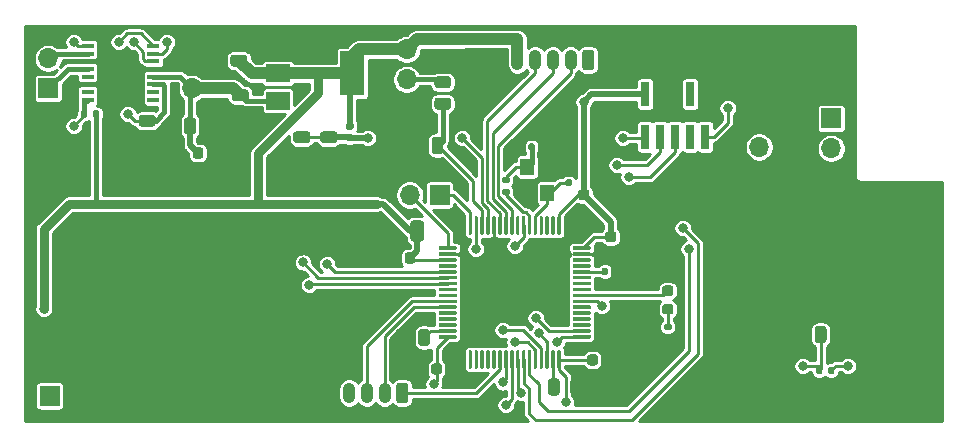
<source format=gbr>
G04 #@! TF.GenerationSoftware,KiCad,Pcbnew,(5.1.9)-1*
G04 #@! TF.CreationDate,2021-01-26T16:41:02+02:00*
G04 #@! TF.ProjectId,jantteri-main,6a616e74-7465-4726-992d-6d61696e2e6b,rev?*
G04 #@! TF.SameCoordinates,Original*
G04 #@! TF.FileFunction,Copper,L1,Top*
G04 #@! TF.FilePolarity,Positive*
%FSLAX46Y46*%
G04 Gerber Fmt 4.6, Leading zero omitted, Abs format (unit mm)*
G04 Created by KiCad (PCBNEW (5.1.9)-1) date 2021-01-26 16:41:02*
%MOMM*%
%LPD*%
G01*
G04 APERTURE LIST*
G04 #@! TA.AperFunction,SMDPad,CuDef*
%ADD10R,2.000000X1.500000*%
G04 #@! TD*
G04 #@! TA.AperFunction,SMDPad,CuDef*
%ADD11R,2.000000X3.800000*%
G04 #@! TD*
G04 #@! TA.AperFunction,SMDPad,CuDef*
%ADD12R,0.750000X2.100000*%
G04 #@! TD*
G04 #@! TA.AperFunction,ComponentPad*
%ADD13O,1.700000X1.700000*%
G04 #@! TD*
G04 #@! TA.AperFunction,ComponentPad*
%ADD14R,1.700000X1.700000*%
G04 #@! TD*
G04 #@! TA.AperFunction,ComponentPad*
%ADD15O,1.030000X1.730000*%
G04 #@! TD*
G04 #@! TA.AperFunction,SMDPad,CuDef*
%ADD16R,1.050000X0.450000*%
G04 #@! TD*
G04 #@! TA.AperFunction,SMDPad,CuDef*
%ADD17R,1.470000X0.895000*%
G04 #@! TD*
G04 #@! TA.AperFunction,SMDPad,CuDef*
%ADD18R,1.200000X1.400000*%
G04 #@! TD*
G04 #@! TA.AperFunction,ViaPad*
%ADD19C,0.800000*%
G04 #@! TD*
G04 #@! TA.AperFunction,Conductor*
%ADD20C,0.400000*%
G04 #@! TD*
G04 #@! TA.AperFunction,Conductor*
%ADD21C,1.000000*%
G04 #@! TD*
G04 #@! TA.AperFunction,Conductor*
%ADD22C,0.500000*%
G04 #@! TD*
G04 #@! TA.AperFunction,Conductor*
%ADD23C,0.250000*%
G04 #@! TD*
G04 #@! TA.AperFunction,Conductor*
%ADD24C,0.750000*%
G04 #@! TD*
G04 #@! TA.AperFunction,Conductor*
%ADD25C,0.254000*%
G04 #@! TD*
G04 #@! TA.AperFunction,Conductor*
%ADD26C,0.100000*%
G04 #@! TD*
G04 APERTURE END LIST*
D10*
X161569000Y-52945000D03*
X161569000Y-57545000D03*
X161569000Y-55245000D03*
D11*
X167869000Y-55245000D03*
G04 #@! TA.AperFunction,SMDPad,CuDef*
G36*
G01*
X185285000Y-67337000D02*
X185435000Y-67337000D01*
G75*
G02*
X185510000Y-67412000I0J-75000D01*
G01*
X185510000Y-68812000D01*
G75*
G02*
X185435000Y-68887000I-75000J0D01*
G01*
X185285000Y-68887000D01*
G75*
G02*
X185210000Y-68812000I0J75000D01*
G01*
X185210000Y-67412000D01*
G75*
G02*
X185285000Y-67337000I75000J0D01*
G01*
G37*
G04 #@! TD.AperFunction*
G04 #@! TA.AperFunction,SMDPad,CuDef*
G36*
G01*
X184785000Y-67337000D02*
X184935000Y-67337000D01*
G75*
G02*
X185010000Y-67412000I0J-75000D01*
G01*
X185010000Y-68812000D01*
G75*
G02*
X184935000Y-68887000I-75000J0D01*
G01*
X184785000Y-68887000D01*
G75*
G02*
X184710000Y-68812000I0J75000D01*
G01*
X184710000Y-67412000D01*
G75*
G02*
X184785000Y-67337000I75000J0D01*
G01*
G37*
G04 #@! TD.AperFunction*
G04 #@! TA.AperFunction,SMDPad,CuDef*
G36*
G01*
X184285000Y-67337000D02*
X184435000Y-67337000D01*
G75*
G02*
X184510000Y-67412000I0J-75000D01*
G01*
X184510000Y-68812000D01*
G75*
G02*
X184435000Y-68887000I-75000J0D01*
G01*
X184285000Y-68887000D01*
G75*
G02*
X184210000Y-68812000I0J75000D01*
G01*
X184210000Y-67412000D01*
G75*
G02*
X184285000Y-67337000I75000J0D01*
G01*
G37*
G04 #@! TD.AperFunction*
G04 #@! TA.AperFunction,SMDPad,CuDef*
G36*
G01*
X183785000Y-67337000D02*
X183935000Y-67337000D01*
G75*
G02*
X184010000Y-67412000I0J-75000D01*
G01*
X184010000Y-68812000D01*
G75*
G02*
X183935000Y-68887000I-75000J0D01*
G01*
X183785000Y-68887000D01*
G75*
G02*
X183710000Y-68812000I0J75000D01*
G01*
X183710000Y-67412000D01*
G75*
G02*
X183785000Y-67337000I75000J0D01*
G01*
G37*
G04 #@! TD.AperFunction*
G04 #@! TA.AperFunction,SMDPad,CuDef*
G36*
G01*
X183285000Y-67337000D02*
X183435000Y-67337000D01*
G75*
G02*
X183510000Y-67412000I0J-75000D01*
G01*
X183510000Y-68812000D01*
G75*
G02*
X183435000Y-68887000I-75000J0D01*
G01*
X183285000Y-68887000D01*
G75*
G02*
X183210000Y-68812000I0J75000D01*
G01*
X183210000Y-67412000D01*
G75*
G02*
X183285000Y-67337000I75000J0D01*
G01*
G37*
G04 #@! TD.AperFunction*
G04 #@! TA.AperFunction,SMDPad,CuDef*
G36*
G01*
X182785000Y-67337000D02*
X182935000Y-67337000D01*
G75*
G02*
X183010000Y-67412000I0J-75000D01*
G01*
X183010000Y-68812000D01*
G75*
G02*
X182935000Y-68887000I-75000J0D01*
G01*
X182785000Y-68887000D01*
G75*
G02*
X182710000Y-68812000I0J75000D01*
G01*
X182710000Y-67412000D01*
G75*
G02*
X182785000Y-67337000I75000J0D01*
G01*
G37*
G04 #@! TD.AperFunction*
G04 #@! TA.AperFunction,SMDPad,CuDef*
G36*
G01*
X182285000Y-67337000D02*
X182435000Y-67337000D01*
G75*
G02*
X182510000Y-67412000I0J-75000D01*
G01*
X182510000Y-68812000D01*
G75*
G02*
X182435000Y-68887000I-75000J0D01*
G01*
X182285000Y-68887000D01*
G75*
G02*
X182210000Y-68812000I0J75000D01*
G01*
X182210000Y-67412000D01*
G75*
G02*
X182285000Y-67337000I75000J0D01*
G01*
G37*
G04 #@! TD.AperFunction*
G04 #@! TA.AperFunction,SMDPad,CuDef*
G36*
G01*
X181785000Y-67337000D02*
X181935000Y-67337000D01*
G75*
G02*
X182010000Y-67412000I0J-75000D01*
G01*
X182010000Y-68812000D01*
G75*
G02*
X181935000Y-68887000I-75000J0D01*
G01*
X181785000Y-68887000D01*
G75*
G02*
X181710000Y-68812000I0J75000D01*
G01*
X181710000Y-67412000D01*
G75*
G02*
X181785000Y-67337000I75000J0D01*
G01*
G37*
G04 #@! TD.AperFunction*
G04 #@! TA.AperFunction,SMDPad,CuDef*
G36*
G01*
X181285000Y-67337000D02*
X181435000Y-67337000D01*
G75*
G02*
X181510000Y-67412000I0J-75000D01*
G01*
X181510000Y-68812000D01*
G75*
G02*
X181435000Y-68887000I-75000J0D01*
G01*
X181285000Y-68887000D01*
G75*
G02*
X181210000Y-68812000I0J75000D01*
G01*
X181210000Y-67412000D01*
G75*
G02*
X181285000Y-67337000I75000J0D01*
G01*
G37*
G04 #@! TD.AperFunction*
G04 #@! TA.AperFunction,SMDPad,CuDef*
G36*
G01*
X180785000Y-67337000D02*
X180935000Y-67337000D01*
G75*
G02*
X181010000Y-67412000I0J-75000D01*
G01*
X181010000Y-68812000D01*
G75*
G02*
X180935000Y-68887000I-75000J0D01*
G01*
X180785000Y-68887000D01*
G75*
G02*
X180710000Y-68812000I0J75000D01*
G01*
X180710000Y-67412000D01*
G75*
G02*
X180785000Y-67337000I75000J0D01*
G01*
G37*
G04 #@! TD.AperFunction*
G04 #@! TA.AperFunction,SMDPad,CuDef*
G36*
G01*
X180285000Y-67337000D02*
X180435000Y-67337000D01*
G75*
G02*
X180510000Y-67412000I0J-75000D01*
G01*
X180510000Y-68812000D01*
G75*
G02*
X180435000Y-68887000I-75000J0D01*
G01*
X180285000Y-68887000D01*
G75*
G02*
X180210000Y-68812000I0J75000D01*
G01*
X180210000Y-67412000D01*
G75*
G02*
X180285000Y-67337000I75000J0D01*
G01*
G37*
G04 #@! TD.AperFunction*
G04 #@! TA.AperFunction,SMDPad,CuDef*
G36*
G01*
X179785000Y-67337000D02*
X179935000Y-67337000D01*
G75*
G02*
X180010000Y-67412000I0J-75000D01*
G01*
X180010000Y-68812000D01*
G75*
G02*
X179935000Y-68887000I-75000J0D01*
G01*
X179785000Y-68887000D01*
G75*
G02*
X179710000Y-68812000I0J75000D01*
G01*
X179710000Y-67412000D01*
G75*
G02*
X179785000Y-67337000I75000J0D01*
G01*
G37*
G04 #@! TD.AperFunction*
G04 #@! TA.AperFunction,SMDPad,CuDef*
G36*
G01*
X179285000Y-67337000D02*
X179435000Y-67337000D01*
G75*
G02*
X179510000Y-67412000I0J-75000D01*
G01*
X179510000Y-68812000D01*
G75*
G02*
X179435000Y-68887000I-75000J0D01*
G01*
X179285000Y-68887000D01*
G75*
G02*
X179210000Y-68812000I0J75000D01*
G01*
X179210000Y-67412000D01*
G75*
G02*
X179285000Y-67337000I75000J0D01*
G01*
G37*
G04 #@! TD.AperFunction*
G04 #@! TA.AperFunction,SMDPad,CuDef*
G36*
G01*
X178785000Y-67337000D02*
X178935000Y-67337000D01*
G75*
G02*
X179010000Y-67412000I0J-75000D01*
G01*
X179010000Y-68812000D01*
G75*
G02*
X178935000Y-68887000I-75000J0D01*
G01*
X178785000Y-68887000D01*
G75*
G02*
X178710000Y-68812000I0J75000D01*
G01*
X178710000Y-67412000D01*
G75*
G02*
X178785000Y-67337000I75000J0D01*
G01*
G37*
G04 #@! TD.AperFunction*
G04 #@! TA.AperFunction,SMDPad,CuDef*
G36*
G01*
X178285000Y-67337000D02*
X178435000Y-67337000D01*
G75*
G02*
X178510000Y-67412000I0J-75000D01*
G01*
X178510000Y-68812000D01*
G75*
G02*
X178435000Y-68887000I-75000J0D01*
G01*
X178285000Y-68887000D01*
G75*
G02*
X178210000Y-68812000I0J75000D01*
G01*
X178210000Y-67412000D01*
G75*
G02*
X178285000Y-67337000I75000J0D01*
G01*
G37*
G04 #@! TD.AperFunction*
G04 #@! TA.AperFunction,SMDPad,CuDef*
G36*
G01*
X177785000Y-67337000D02*
X177935000Y-67337000D01*
G75*
G02*
X178010000Y-67412000I0J-75000D01*
G01*
X178010000Y-68812000D01*
G75*
G02*
X177935000Y-68887000I-75000J0D01*
G01*
X177785000Y-68887000D01*
G75*
G02*
X177710000Y-68812000I0J75000D01*
G01*
X177710000Y-67412000D01*
G75*
G02*
X177785000Y-67337000I75000J0D01*
G01*
G37*
G04 #@! TD.AperFunction*
G04 #@! TA.AperFunction,SMDPad,CuDef*
G36*
G01*
X175235000Y-69887000D02*
X176635000Y-69887000D01*
G75*
G02*
X176710000Y-69962000I0J-75000D01*
G01*
X176710000Y-70112000D01*
G75*
G02*
X176635000Y-70187000I-75000J0D01*
G01*
X175235000Y-70187000D01*
G75*
G02*
X175160000Y-70112000I0J75000D01*
G01*
X175160000Y-69962000D01*
G75*
G02*
X175235000Y-69887000I75000J0D01*
G01*
G37*
G04 #@! TD.AperFunction*
G04 #@! TA.AperFunction,SMDPad,CuDef*
G36*
G01*
X175235000Y-70387000D02*
X176635000Y-70387000D01*
G75*
G02*
X176710000Y-70462000I0J-75000D01*
G01*
X176710000Y-70612000D01*
G75*
G02*
X176635000Y-70687000I-75000J0D01*
G01*
X175235000Y-70687000D01*
G75*
G02*
X175160000Y-70612000I0J75000D01*
G01*
X175160000Y-70462000D01*
G75*
G02*
X175235000Y-70387000I75000J0D01*
G01*
G37*
G04 #@! TD.AperFunction*
G04 #@! TA.AperFunction,SMDPad,CuDef*
G36*
G01*
X175235000Y-70887000D02*
X176635000Y-70887000D01*
G75*
G02*
X176710000Y-70962000I0J-75000D01*
G01*
X176710000Y-71112000D01*
G75*
G02*
X176635000Y-71187000I-75000J0D01*
G01*
X175235000Y-71187000D01*
G75*
G02*
X175160000Y-71112000I0J75000D01*
G01*
X175160000Y-70962000D01*
G75*
G02*
X175235000Y-70887000I75000J0D01*
G01*
G37*
G04 #@! TD.AperFunction*
G04 #@! TA.AperFunction,SMDPad,CuDef*
G36*
G01*
X175235000Y-71387000D02*
X176635000Y-71387000D01*
G75*
G02*
X176710000Y-71462000I0J-75000D01*
G01*
X176710000Y-71612000D01*
G75*
G02*
X176635000Y-71687000I-75000J0D01*
G01*
X175235000Y-71687000D01*
G75*
G02*
X175160000Y-71612000I0J75000D01*
G01*
X175160000Y-71462000D01*
G75*
G02*
X175235000Y-71387000I75000J0D01*
G01*
G37*
G04 #@! TD.AperFunction*
G04 #@! TA.AperFunction,SMDPad,CuDef*
G36*
G01*
X175235000Y-71887000D02*
X176635000Y-71887000D01*
G75*
G02*
X176710000Y-71962000I0J-75000D01*
G01*
X176710000Y-72112000D01*
G75*
G02*
X176635000Y-72187000I-75000J0D01*
G01*
X175235000Y-72187000D01*
G75*
G02*
X175160000Y-72112000I0J75000D01*
G01*
X175160000Y-71962000D01*
G75*
G02*
X175235000Y-71887000I75000J0D01*
G01*
G37*
G04 #@! TD.AperFunction*
G04 #@! TA.AperFunction,SMDPad,CuDef*
G36*
G01*
X175235000Y-72387000D02*
X176635000Y-72387000D01*
G75*
G02*
X176710000Y-72462000I0J-75000D01*
G01*
X176710000Y-72612000D01*
G75*
G02*
X176635000Y-72687000I-75000J0D01*
G01*
X175235000Y-72687000D01*
G75*
G02*
X175160000Y-72612000I0J75000D01*
G01*
X175160000Y-72462000D01*
G75*
G02*
X175235000Y-72387000I75000J0D01*
G01*
G37*
G04 #@! TD.AperFunction*
G04 #@! TA.AperFunction,SMDPad,CuDef*
G36*
G01*
X175235000Y-72887000D02*
X176635000Y-72887000D01*
G75*
G02*
X176710000Y-72962000I0J-75000D01*
G01*
X176710000Y-73112000D01*
G75*
G02*
X176635000Y-73187000I-75000J0D01*
G01*
X175235000Y-73187000D01*
G75*
G02*
X175160000Y-73112000I0J75000D01*
G01*
X175160000Y-72962000D01*
G75*
G02*
X175235000Y-72887000I75000J0D01*
G01*
G37*
G04 #@! TD.AperFunction*
G04 #@! TA.AperFunction,SMDPad,CuDef*
G36*
G01*
X175235000Y-73387000D02*
X176635000Y-73387000D01*
G75*
G02*
X176710000Y-73462000I0J-75000D01*
G01*
X176710000Y-73612000D01*
G75*
G02*
X176635000Y-73687000I-75000J0D01*
G01*
X175235000Y-73687000D01*
G75*
G02*
X175160000Y-73612000I0J75000D01*
G01*
X175160000Y-73462000D01*
G75*
G02*
X175235000Y-73387000I75000J0D01*
G01*
G37*
G04 #@! TD.AperFunction*
G04 #@! TA.AperFunction,SMDPad,CuDef*
G36*
G01*
X175235000Y-73887000D02*
X176635000Y-73887000D01*
G75*
G02*
X176710000Y-73962000I0J-75000D01*
G01*
X176710000Y-74112000D01*
G75*
G02*
X176635000Y-74187000I-75000J0D01*
G01*
X175235000Y-74187000D01*
G75*
G02*
X175160000Y-74112000I0J75000D01*
G01*
X175160000Y-73962000D01*
G75*
G02*
X175235000Y-73887000I75000J0D01*
G01*
G37*
G04 #@! TD.AperFunction*
G04 #@! TA.AperFunction,SMDPad,CuDef*
G36*
G01*
X175235000Y-74387000D02*
X176635000Y-74387000D01*
G75*
G02*
X176710000Y-74462000I0J-75000D01*
G01*
X176710000Y-74612000D01*
G75*
G02*
X176635000Y-74687000I-75000J0D01*
G01*
X175235000Y-74687000D01*
G75*
G02*
X175160000Y-74612000I0J75000D01*
G01*
X175160000Y-74462000D01*
G75*
G02*
X175235000Y-74387000I75000J0D01*
G01*
G37*
G04 #@! TD.AperFunction*
G04 #@! TA.AperFunction,SMDPad,CuDef*
G36*
G01*
X175235000Y-74887000D02*
X176635000Y-74887000D01*
G75*
G02*
X176710000Y-74962000I0J-75000D01*
G01*
X176710000Y-75112000D01*
G75*
G02*
X176635000Y-75187000I-75000J0D01*
G01*
X175235000Y-75187000D01*
G75*
G02*
X175160000Y-75112000I0J75000D01*
G01*
X175160000Y-74962000D01*
G75*
G02*
X175235000Y-74887000I75000J0D01*
G01*
G37*
G04 #@! TD.AperFunction*
G04 #@! TA.AperFunction,SMDPad,CuDef*
G36*
G01*
X175235000Y-75387000D02*
X176635000Y-75387000D01*
G75*
G02*
X176710000Y-75462000I0J-75000D01*
G01*
X176710000Y-75612000D01*
G75*
G02*
X176635000Y-75687000I-75000J0D01*
G01*
X175235000Y-75687000D01*
G75*
G02*
X175160000Y-75612000I0J75000D01*
G01*
X175160000Y-75462000D01*
G75*
G02*
X175235000Y-75387000I75000J0D01*
G01*
G37*
G04 #@! TD.AperFunction*
G04 #@! TA.AperFunction,SMDPad,CuDef*
G36*
G01*
X175235000Y-75887000D02*
X176635000Y-75887000D01*
G75*
G02*
X176710000Y-75962000I0J-75000D01*
G01*
X176710000Y-76112000D01*
G75*
G02*
X176635000Y-76187000I-75000J0D01*
G01*
X175235000Y-76187000D01*
G75*
G02*
X175160000Y-76112000I0J75000D01*
G01*
X175160000Y-75962000D01*
G75*
G02*
X175235000Y-75887000I75000J0D01*
G01*
G37*
G04 #@! TD.AperFunction*
G04 #@! TA.AperFunction,SMDPad,CuDef*
G36*
G01*
X175235000Y-76387000D02*
X176635000Y-76387000D01*
G75*
G02*
X176710000Y-76462000I0J-75000D01*
G01*
X176710000Y-76612000D01*
G75*
G02*
X176635000Y-76687000I-75000J0D01*
G01*
X175235000Y-76687000D01*
G75*
G02*
X175160000Y-76612000I0J75000D01*
G01*
X175160000Y-76462000D01*
G75*
G02*
X175235000Y-76387000I75000J0D01*
G01*
G37*
G04 #@! TD.AperFunction*
G04 #@! TA.AperFunction,SMDPad,CuDef*
G36*
G01*
X175235000Y-76887000D02*
X176635000Y-76887000D01*
G75*
G02*
X176710000Y-76962000I0J-75000D01*
G01*
X176710000Y-77112000D01*
G75*
G02*
X176635000Y-77187000I-75000J0D01*
G01*
X175235000Y-77187000D01*
G75*
G02*
X175160000Y-77112000I0J75000D01*
G01*
X175160000Y-76962000D01*
G75*
G02*
X175235000Y-76887000I75000J0D01*
G01*
G37*
G04 #@! TD.AperFunction*
G04 #@! TA.AperFunction,SMDPad,CuDef*
G36*
G01*
X175235000Y-77387000D02*
X176635000Y-77387000D01*
G75*
G02*
X176710000Y-77462000I0J-75000D01*
G01*
X176710000Y-77612000D01*
G75*
G02*
X176635000Y-77687000I-75000J0D01*
G01*
X175235000Y-77687000D01*
G75*
G02*
X175160000Y-77612000I0J75000D01*
G01*
X175160000Y-77462000D01*
G75*
G02*
X175235000Y-77387000I75000J0D01*
G01*
G37*
G04 #@! TD.AperFunction*
G04 #@! TA.AperFunction,SMDPad,CuDef*
G36*
G01*
X177785000Y-78687000D02*
X177935000Y-78687000D01*
G75*
G02*
X178010000Y-78762000I0J-75000D01*
G01*
X178010000Y-80162000D01*
G75*
G02*
X177935000Y-80237000I-75000J0D01*
G01*
X177785000Y-80237000D01*
G75*
G02*
X177710000Y-80162000I0J75000D01*
G01*
X177710000Y-78762000D01*
G75*
G02*
X177785000Y-78687000I75000J0D01*
G01*
G37*
G04 #@! TD.AperFunction*
G04 #@! TA.AperFunction,SMDPad,CuDef*
G36*
G01*
X178285000Y-78687000D02*
X178435000Y-78687000D01*
G75*
G02*
X178510000Y-78762000I0J-75000D01*
G01*
X178510000Y-80162000D01*
G75*
G02*
X178435000Y-80237000I-75000J0D01*
G01*
X178285000Y-80237000D01*
G75*
G02*
X178210000Y-80162000I0J75000D01*
G01*
X178210000Y-78762000D01*
G75*
G02*
X178285000Y-78687000I75000J0D01*
G01*
G37*
G04 #@! TD.AperFunction*
G04 #@! TA.AperFunction,SMDPad,CuDef*
G36*
G01*
X178785000Y-78687000D02*
X178935000Y-78687000D01*
G75*
G02*
X179010000Y-78762000I0J-75000D01*
G01*
X179010000Y-80162000D01*
G75*
G02*
X178935000Y-80237000I-75000J0D01*
G01*
X178785000Y-80237000D01*
G75*
G02*
X178710000Y-80162000I0J75000D01*
G01*
X178710000Y-78762000D01*
G75*
G02*
X178785000Y-78687000I75000J0D01*
G01*
G37*
G04 #@! TD.AperFunction*
G04 #@! TA.AperFunction,SMDPad,CuDef*
G36*
G01*
X179285000Y-78687000D02*
X179435000Y-78687000D01*
G75*
G02*
X179510000Y-78762000I0J-75000D01*
G01*
X179510000Y-80162000D01*
G75*
G02*
X179435000Y-80237000I-75000J0D01*
G01*
X179285000Y-80237000D01*
G75*
G02*
X179210000Y-80162000I0J75000D01*
G01*
X179210000Y-78762000D01*
G75*
G02*
X179285000Y-78687000I75000J0D01*
G01*
G37*
G04 #@! TD.AperFunction*
G04 #@! TA.AperFunction,SMDPad,CuDef*
G36*
G01*
X179785000Y-78687000D02*
X179935000Y-78687000D01*
G75*
G02*
X180010000Y-78762000I0J-75000D01*
G01*
X180010000Y-80162000D01*
G75*
G02*
X179935000Y-80237000I-75000J0D01*
G01*
X179785000Y-80237000D01*
G75*
G02*
X179710000Y-80162000I0J75000D01*
G01*
X179710000Y-78762000D01*
G75*
G02*
X179785000Y-78687000I75000J0D01*
G01*
G37*
G04 #@! TD.AperFunction*
G04 #@! TA.AperFunction,SMDPad,CuDef*
G36*
G01*
X180285000Y-78687000D02*
X180435000Y-78687000D01*
G75*
G02*
X180510000Y-78762000I0J-75000D01*
G01*
X180510000Y-80162000D01*
G75*
G02*
X180435000Y-80237000I-75000J0D01*
G01*
X180285000Y-80237000D01*
G75*
G02*
X180210000Y-80162000I0J75000D01*
G01*
X180210000Y-78762000D01*
G75*
G02*
X180285000Y-78687000I75000J0D01*
G01*
G37*
G04 #@! TD.AperFunction*
G04 #@! TA.AperFunction,SMDPad,CuDef*
G36*
G01*
X180785000Y-78687000D02*
X180935000Y-78687000D01*
G75*
G02*
X181010000Y-78762000I0J-75000D01*
G01*
X181010000Y-80162000D01*
G75*
G02*
X180935000Y-80237000I-75000J0D01*
G01*
X180785000Y-80237000D01*
G75*
G02*
X180710000Y-80162000I0J75000D01*
G01*
X180710000Y-78762000D01*
G75*
G02*
X180785000Y-78687000I75000J0D01*
G01*
G37*
G04 #@! TD.AperFunction*
G04 #@! TA.AperFunction,SMDPad,CuDef*
G36*
G01*
X181285000Y-78687000D02*
X181435000Y-78687000D01*
G75*
G02*
X181510000Y-78762000I0J-75000D01*
G01*
X181510000Y-80162000D01*
G75*
G02*
X181435000Y-80237000I-75000J0D01*
G01*
X181285000Y-80237000D01*
G75*
G02*
X181210000Y-80162000I0J75000D01*
G01*
X181210000Y-78762000D01*
G75*
G02*
X181285000Y-78687000I75000J0D01*
G01*
G37*
G04 #@! TD.AperFunction*
G04 #@! TA.AperFunction,SMDPad,CuDef*
G36*
G01*
X181785000Y-78687000D02*
X181935000Y-78687000D01*
G75*
G02*
X182010000Y-78762000I0J-75000D01*
G01*
X182010000Y-80162000D01*
G75*
G02*
X181935000Y-80237000I-75000J0D01*
G01*
X181785000Y-80237000D01*
G75*
G02*
X181710000Y-80162000I0J75000D01*
G01*
X181710000Y-78762000D01*
G75*
G02*
X181785000Y-78687000I75000J0D01*
G01*
G37*
G04 #@! TD.AperFunction*
G04 #@! TA.AperFunction,SMDPad,CuDef*
G36*
G01*
X182285000Y-78687000D02*
X182435000Y-78687000D01*
G75*
G02*
X182510000Y-78762000I0J-75000D01*
G01*
X182510000Y-80162000D01*
G75*
G02*
X182435000Y-80237000I-75000J0D01*
G01*
X182285000Y-80237000D01*
G75*
G02*
X182210000Y-80162000I0J75000D01*
G01*
X182210000Y-78762000D01*
G75*
G02*
X182285000Y-78687000I75000J0D01*
G01*
G37*
G04 #@! TD.AperFunction*
G04 #@! TA.AperFunction,SMDPad,CuDef*
G36*
G01*
X182785000Y-78687000D02*
X182935000Y-78687000D01*
G75*
G02*
X183010000Y-78762000I0J-75000D01*
G01*
X183010000Y-80162000D01*
G75*
G02*
X182935000Y-80237000I-75000J0D01*
G01*
X182785000Y-80237000D01*
G75*
G02*
X182710000Y-80162000I0J75000D01*
G01*
X182710000Y-78762000D01*
G75*
G02*
X182785000Y-78687000I75000J0D01*
G01*
G37*
G04 #@! TD.AperFunction*
G04 #@! TA.AperFunction,SMDPad,CuDef*
G36*
G01*
X183285000Y-78687000D02*
X183435000Y-78687000D01*
G75*
G02*
X183510000Y-78762000I0J-75000D01*
G01*
X183510000Y-80162000D01*
G75*
G02*
X183435000Y-80237000I-75000J0D01*
G01*
X183285000Y-80237000D01*
G75*
G02*
X183210000Y-80162000I0J75000D01*
G01*
X183210000Y-78762000D01*
G75*
G02*
X183285000Y-78687000I75000J0D01*
G01*
G37*
G04 #@! TD.AperFunction*
G04 #@! TA.AperFunction,SMDPad,CuDef*
G36*
G01*
X183785000Y-78687000D02*
X183935000Y-78687000D01*
G75*
G02*
X184010000Y-78762000I0J-75000D01*
G01*
X184010000Y-80162000D01*
G75*
G02*
X183935000Y-80237000I-75000J0D01*
G01*
X183785000Y-80237000D01*
G75*
G02*
X183710000Y-80162000I0J75000D01*
G01*
X183710000Y-78762000D01*
G75*
G02*
X183785000Y-78687000I75000J0D01*
G01*
G37*
G04 #@! TD.AperFunction*
G04 #@! TA.AperFunction,SMDPad,CuDef*
G36*
G01*
X184285000Y-78687000D02*
X184435000Y-78687000D01*
G75*
G02*
X184510000Y-78762000I0J-75000D01*
G01*
X184510000Y-80162000D01*
G75*
G02*
X184435000Y-80237000I-75000J0D01*
G01*
X184285000Y-80237000D01*
G75*
G02*
X184210000Y-80162000I0J75000D01*
G01*
X184210000Y-78762000D01*
G75*
G02*
X184285000Y-78687000I75000J0D01*
G01*
G37*
G04 #@! TD.AperFunction*
G04 #@! TA.AperFunction,SMDPad,CuDef*
G36*
G01*
X184785000Y-78687000D02*
X184935000Y-78687000D01*
G75*
G02*
X185010000Y-78762000I0J-75000D01*
G01*
X185010000Y-80162000D01*
G75*
G02*
X184935000Y-80237000I-75000J0D01*
G01*
X184785000Y-80237000D01*
G75*
G02*
X184710000Y-80162000I0J75000D01*
G01*
X184710000Y-78762000D01*
G75*
G02*
X184785000Y-78687000I75000J0D01*
G01*
G37*
G04 #@! TD.AperFunction*
G04 #@! TA.AperFunction,SMDPad,CuDef*
G36*
G01*
X185285000Y-78687000D02*
X185435000Y-78687000D01*
G75*
G02*
X185510000Y-78762000I0J-75000D01*
G01*
X185510000Y-80162000D01*
G75*
G02*
X185435000Y-80237000I-75000J0D01*
G01*
X185285000Y-80237000D01*
G75*
G02*
X185210000Y-80162000I0J75000D01*
G01*
X185210000Y-78762000D01*
G75*
G02*
X185285000Y-78687000I75000J0D01*
G01*
G37*
G04 #@! TD.AperFunction*
G04 #@! TA.AperFunction,SMDPad,CuDef*
G36*
G01*
X186585000Y-77387000D02*
X187985000Y-77387000D01*
G75*
G02*
X188060000Y-77462000I0J-75000D01*
G01*
X188060000Y-77612000D01*
G75*
G02*
X187985000Y-77687000I-75000J0D01*
G01*
X186585000Y-77687000D01*
G75*
G02*
X186510000Y-77612000I0J75000D01*
G01*
X186510000Y-77462000D01*
G75*
G02*
X186585000Y-77387000I75000J0D01*
G01*
G37*
G04 #@! TD.AperFunction*
G04 #@! TA.AperFunction,SMDPad,CuDef*
G36*
G01*
X186585000Y-76887000D02*
X187985000Y-76887000D01*
G75*
G02*
X188060000Y-76962000I0J-75000D01*
G01*
X188060000Y-77112000D01*
G75*
G02*
X187985000Y-77187000I-75000J0D01*
G01*
X186585000Y-77187000D01*
G75*
G02*
X186510000Y-77112000I0J75000D01*
G01*
X186510000Y-76962000D01*
G75*
G02*
X186585000Y-76887000I75000J0D01*
G01*
G37*
G04 #@! TD.AperFunction*
G04 #@! TA.AperFunction,SMDPad,CuDef*
G36*
G01*
X186585000Y-76387000D02*
X187985000Y-76387000D01*
G75*
G02*
X188060000Y-76462000I0J-75000D01*
G01*
X188060000Y-76612000D01*
G75*
G02*
X187985000Y-76687000I-75000J0D01*
G01*
X186585000Y-76687000D01*
G75*
G02*
X186510000Y-76612000I0J75000D01*
G01*
X186510000Y-76462000D01*
G75*
G02*
X186585000Y-76387000I75000J0D01*
G01*
G37*
G04 #@! TD.AperFunction*
G04 #@! TA.AperFunction,SMDPad,CuDef*
G36*
G01*
X186585000Y-75887000D02*
X187985000Y-75887000D01*
G75*
G02*
X188060000Y-75962000I0J-75000D01*
G01*
X188060000Y-76112000D01*
G75*
G02*
X187985000Y-76187000I-75000J0D01*
G01*
X186585000Y-76187000D01*
G75*
G02*
X186510000Y-76112000I0J75000D01*
G01*
X186510000Y-75962000D01*
G75*
G02*
X186585000Y-75887000I75000J0D01*
G01*
G37*
G04 #@! TD.AperFunction*
G04 #@! TA.AperFunction,SMDPad,CuDef*
G36*
G01*
X186585000Y-75387000D02*
X187985000Y-75387000D01*
G75*
G02*
X188060000Y-75462000I0J-75000D01*
G01*
X188060000Y-75612000D01*
G75*
G02*
X187985000Y-75687000I-75000J0D01*
G01*
X186585000Y-75687000D01*
G75*
G02*
X186510000Y-75612000I0J75000D01*
G01*
X186510000Y-75462000D01*
G75*
G02*
X186585000Y-75387000I75000J0D01*
G01*
G37*
G04 #@! TD.AperFunction*
G04 #@! TA.AperFunction,SMDPad,CuDef*
G36*
G01*
X186585000Y-74887000D02*
X187985000Y-74887000D01*
G75*
G02*
X188060000Y-74962000I0J-75000D01*
G01*
X188060000Y-75112000D01*
G75*
G02*
X187985000Y-75187000I-75000J0D01*
G01*
X186585000Y-75187000D01*
G75*
G02*
X186510000Y-75112000I0J75000D01*
G01*
X186510000Y-74962000D01*
G75*
G02*
X186585000Y-74887000I75000J0D01*
G01*
G37*
G04 #@! TD.AperFunction*
G04 #@! TA.AperFunction,SMDPad,CuDef*
G36*
G01*
X186585000Y-74387000D02*
X187985000Y-74387000D01*
G75*
G02*
X188060000Y-74462000I0J-75000D01*
G01*
X188060000Y-74612000D01*
G75*
G02*
X187985000Y-74687000I-75000J0D01*
G01*
X186585000Y-74687000D01*
G75*
G02*
X186510000Y-74612000I0J75000D01*
G01*
X186510000Y-74462000D01*
G75*
G02*
X186585000Y-74387000I75000J0D01*
G01*
G37*
G04 #@! TD.AperFunction*
G04 #@! TA.AperFunction,SMDPad,CuDef*
G36*
G01*
X186585000Y-73887000D02*
X187985000Y-73887000D01*
G75*
G02*
X188060000Y-73962000I0J-75000D01*
G01*
X188060000Y-74112000D01*
G75*
G02*
X187985000Y-74187000I-75000J0D01*
G01*
X186585000Y-74187000D01*
G75*
G02*
X186510000Y-74112000I0J75000D01*
G01*
X186510000Y-73962000D01*
G75*
G02*
X186585000Y-73887000I75000J0D01*
G01*
G37*
G04 #@! TD.AperFunction*
G04 #@! TA.AperFunction,SMDPad,CuDef*
G36*
G01*
X186585000Y-73387000D02*
X187985000Y-73387000D01*
G75*
G02*
X188060000Y-73462000I0J-75000D01*
G01*
X188060000Y-73612000D01*
G75*
G02*
X187985000Y-73687000I-75000J0D01*
G01*
X186585000Y-73687000D01*
G75*
G02*
X186510000Y-73612000I0J75000D01*
G01*
X186510000Y-73462000D01*
G75*
G02*
X186585000Y-73387000I75000J0D01*
G01*
G37*
G04 #@! TD.AperFunction*
G04 #@! TA.AperFunction,SMDPad,CuDef*
G36*
G01*
X186585000Y-72887000D02*
X187985000Y-72887000D01*
G75*
G02*
X188060000Y-72962000I0J-75000D01*
G01*
X188060000Y-73112000D01*
G75*
G02*
X187985000Y-73187000I-75000J0D01*
G01*
X186585000Y-73187000D01*
G75*
G02*
X186510000Y-73112000I0J75000D01*
G01*
X186510000Y-72962000D01*
G75*
G02*
X186585000Y-72887000I75000J0D01*
G01*
G37*
G04 #@! TD.AperFunction*
G04 #@! TA.AperFunction,SMDPad,CuDef*
G36*
G01*
X186585000Y-72387000D02*
X187985000Y-72387000D01*
G75*
G02*
X188060000Y-72462000I0J-75000D01*
G01*
X188060000Y-72612000D01*
G75*
G02*
X187985000Y-72687000I-75000J0D01*
G01*
X186585000Y-72687000D01*
G75*
G02*
X186510000Y-72612000I0J75000D01*
G01*
X186510000Y-72462000D01*
G75*
G02*
X186585000Y-72387000I75000J0D01*
G01*
G37*
G04 #@! TD.AperFunction*
G04 #@! TA.AperFunction,SMDPad,CuDef*
G36*
G01*
X186585000Y-71887000D02*
X187985000Y-71887000D01*
G75*
G02*
X188060000Y-71962000I0J-75000D01*
G01*
X188060000Y-72112000D01*
G75*
G02*
X187985000Y-72187000I-75000J0D01*
G01*
X186585000Y-72187000D01*
G75*
G02*
X186510000Y-72112000I0J75000D01*
G01*
X186510000Y-71962000D01*
G75*
G02*
X186585000Y-71887000I75000J0D01*
G01*
G37*
G04 #@! TD.AperFunction*
G04 #@! TA.AperFunction,SMDPad,CuDef*
G36*
G01*
X186585000Y-71387000D02*
X187985000Y-71387000D01*
G75*
G02*
X188060000Y-71462000I0J-75000D01*
G01*
X188060000Y-71612000D01*
G75*
G02*
X187985000Y-71687000I-75000J0D01*
G01*
X186585000Y-71687000D01*
G75*
G02*
X186510000Y-71612000I0J75000D01*
G01*
X186510000Y-71462000D01*
G75*
G02*
X186585000Y-71387000I75000J0D01*
G01*
G37*
G04 #@! TD.AperFunction*
G04 #@! TA.AperFunction,SMDPad,CuDef*
G36*
G01*
X186585000Y-70887000D02*
X187985000Y-70887000D01*
G75*
G02*
X188060000Y-70962000I0J-75000D01*
G01*
X188060000Y-71112000D01*
G75*
G02*
X187985000Y-71187000I-75000J0D01*
G01*
X186585000Y-71187000D01*
G75*
G02*
X186510000Y-71112000I0J75000D01*
G01*
X186510000Y-70962000D01*
G75*
G02*
X186585000Y-70887000I75000J0D01*
G01*
G37*
G04 #@! TD.AperFunction*
G04 #@! TA.AperFunction,SMDPad,CuDef*
G36*
G01*
X186585000Y-70387000D02*
X187985000Y-70387000D01*
G75*
G02*
X188060000Y-70462000I0J-75000D01*
G01*
X188060000Y-70612000D01*
G75*
G02*
X187985000Y-70687000I-75000J0D01*
G01*
X186585000Y-70687000D01*
G75*
G02*
X186510000Y-70612000I0J75000D01*
G01*
X186510000Y-70462000D01*
G75*
G02*
X186585000Y-70387000I75000J0D01*
G01*
G37*
G04 #@! TD.AperFunction*
G04 #@! TA.AperFunction,SMDPad,CuDef*
G36*
G01*
X186585000Y-69887000D02*
X187985000Y-69887000D01*
G75*
G02*
X188060000Y-69962000I0J-75000D01*
G01*
X188060000Y-70112000D01*
G75*
G02*
X187985000Y-70187000I-75000J0D01*
G01*
X186585000Y-70187000D01*
G75*
G02*
X186510000Y-70112000I0J75000D01*
G01*
X186510000Y-69962000D01*
G75*
G02*
X186585000Y-69887000I75000J0D01*
G01*
G37*
G04 #@! TD.AperFunction*
G04 #@! TA.AperFunction,SMDPad,CuDef*
G36*
G01*
X173930000Y-67929999D02*
X173930000Y-69230001D01*
G75*
G02*
X173680001Y-69480000I-249999J0D01*
G01*
X173029999Y-69480000D01*
G75*
G02*
X172780000Y-69230001I0J249999D01*
G01*
X172780000Y-67929999D01*
G75*
G02*
X173029999Y-67680000I249999J0D01*
G01*
X173680001Y-67680000D01*
G75*
G02*
X173930000Y-67929999I0J-249999D01*
G01*
G37*
G04 #@! TD.AperFunction*
G04 #@! TA.AperFunction,SMDPad,CuDef*
G36*
G01*
X170980000Y-67929999D02*
X170980000Y-69230001D01*
G75*
G02*
X170730001Y-69480000I-249999J0D01*
G01*
X170079999Y-69480000D01*
G75*
G02*
X169830000Y-69230001I0J249999D01*
G01*
X169830000Y-67929999D01*
G75*
G02*
X170079999Y-67680000I249999J0D01*
G01*
X170730001Y-67680000D01*
G75*
G02*
X170980000Y-67929999I0J-249999D01*
G01*
G37*
G04 #@! TD.AperFunction*
G04 #@! TA.AperFunction,SMDPad,CuDef*
G36*
G01*
X157894000Y-58489000D02*
X158844000Y-58489000D01*
G75*
G02*
X159094000Y-58739000I0J-250000D01*
G01*
X159094000Y-59239000D01*
G75*
G02*
X158844000Y-59489000I-250000J0D01*
G01*
X157894000Y-59489000D01*
G75*
G02*
X157644000Y-59239000I0J250000D01*
G01*
X157644000Y-58739000D01*
G75*
G02*
X157894000Y-58489000I250000J0D01*
G01*
G37*
G04 #@! TD.AperFunction*
G04 #@! TA.AperFunction,SMDPad,CuDef*
G36*
G01*
X157894000Y-56589000D02*
X158844000Y-56589000D01*
G75*
G02*
X159094000Y-56839000I0J-250000D01*
G01*
X159094000Y-57339000D01*
G75*
G02*
X158844000Y-57589000I-250000J0D01*
G01*
X157894000Y-57589000D01*
G75*
G02*
X157644000Y-57339000I0J250000D01*
G01*
X157644000Y-56839000D01*
G75*
G02*
X157894000Y-56589000I250000J0D01*
G01*
G37*
G04 #@! TD.AperFunction*
G04 #@! TA.AperFunction,SMDPad,CuDef*
G36*
G01*
X165387000Y-62045000D02*
X166337000Y-62045000D01*
G75*
G02*
X166587000Y-62295000I0J-250000D01*
G01*
X166587000Y-62795000D01*
G75*
G02*
X166337000Y-63045000I-250000J0D01*
G01*
X165387000Y-63045000D01*
G75*
G02*
X165137000Y-62795000I0J250000D01*
G01*
X165137000Y-62295000D01*
G75*
G02*
X165387000Y-62045000I250000J0D01*
G01*
G37*
G04 #@! TD.AperFunction*
G04 #@! TA.AperFunction,SMDPad,CuDef*
G36*
G01*
X165387000Y-60145000D02*
X166337000Y-60145000D01*
G75*
G02*
X166587000Y-60395000I0J-250000D01*
G01*
X166587000Y-60895000D01*
G75*
G02*
X166337000Y-61145000I-250000J0D01*
G01*
X165387000Y-61145000D01*
G75*
G02*
X165137000Y-60895000I0J250000D01*
G01*
X165137000Y-60395000D01*
G75*
G02*
X165387000Y-60145000I250000J0D01*
G01*
G37*
G04 #@! TD.AperFunction*
G04 #@! TA.AperFunction,SMDPad,CuDef*
G36*
G01*
X158717000Y-52763000D02*
X157767000Y-52763000D01*
G75*
G02*
X157517000Y-52513000I0J250000D01*
G01*
X157517000Y-52013000D01*
G75*
G02*
X157767000Y-51763000I250000J0D01*
G01*
X158717000Y-51763000D01*
G75*
G02*
X158967000Y-52013000I0J-250000D01*
G01*
X158967000Y-52513000D01*
G75*
G02*
X158717000Y-52763000I-250000J0D01*
G01*
G37*
G04 #@! TD.AperFunction*
G04 #@! TA.AperFunction,SMDPad,CuDef*
G36*
G01*
X158717000Y-54663000D02*
X157767000Y-54663000D01*
G75*
G02*
X157517000Y-54413000I0J250000D01*
G01*
X157517000Y-53913000D01*
G75*
G02*
X157767000Y-53663000I250000J0D01*
G01*
X158717000Y-53663000D01*
G75*
G02*
X158967000Y-53913000I0J-250000D01*
G01*
X158967000Y-54413000D01*
G75*
G02*
X158717000Y-54663000I-250000J0D01*
G01*
G37*
G04 #@! TD.AperFunction*
G04 #@! TA.AperFunction,SMDPad,CuDef*
G36*
G01*
X163101000Y-60145000D02*
X164051000Y-60145000D01*
G75*
G02*
X164301000Y-60395000I0J-250000D01*
G01*
X164301000Y-60895000D01*
G75*
G02*
X164051000Y-61145000I-250000J0D01*
G01*
X163101000Y-61145000D01*
G75*
G02*
X162851000Y-60895000I0J250000D01*
G01*
X162851000Y-60395000D01*
G75*
G02*
X163101000Y-60145000I250000J0D01*
G01*
G37*
G04 #@! TD.AperFunction*
G04 #@! TA.AperFunction,SMDPad,CuDef*
G36*
G01*
X163101000Y-62045000D02*
X164051000Y-62045000D01*
G75*
G02*
X164301000Y-62295000I0J-250000D01*
G01*
X164301000Y-62795000D01*
G75*
G02*
X164051000Y-63045000I-250000J0D01*
G01*
X163101000Y-63045000D01*
G75*
G02*
X162851000Y-62795000I0J250000D01*
G01*
X162851000Y-62295000D01*
G75*
G02*
X163101000Y-62045000I250000J0D01*
G01*
G37*
G04 #@! TD.AperFunction*
G04 #@! TA.AperFunction,SMDPad,CuDef*
G36*
G01*
X174424000Y-77122000D02*
X174424000Y-78072000D01*
G75*
G02*
X174174000Y-78322000I-250000J0D01*
G01*
X173674000Y-78322000D01*
G75*
G02*
X173424000Y-78072000I0J250000D01*
G01*
X173424000Y-77122000D01*
G75*
G02*
X173674000Y-76872000I250000J0D01*
G01*
X174174000Y-76872000D01*
G75*
G02*
X174424000Y-77122000I0J-250000D01*
G01*
G37*
G04 #@! TD.AperFunction*
G04 #@! TA.AperFunction,SMDPad,CuDef*
G36*
G01*
X172524000Y-77122000D02*
X172524000Y-78072000D01*
G75*
G02*
X172274000Y-78322000I-250000J0D01*
G01*
X171774000Y-78322000D01*
G75*
G02*
X171524000Y-78072000I0J250000D01*
G01*
X171524000Y-77122000D01*
G75*
G02*
X171774000Y-76872000I250000J0D01*
G01*
X172274000Y-76872000D01*
G75*
G02*
X172524000Y-77122000I0J-250000D01*
G01*
G37*
G04 #@! TD.AperFunction*
G04 #@! TA.AperFunction,SMDPad,CuDef*
G36*
G01*
X186312000Y-82263000D02*
X186312000Y-81313000D01*
G75*
G02*
X186562000Y-81063000I250000J0D01*
G01*
X187062000Y-81063000D01*
G75*
G02*
X187312000Y-81313000I0J-250000D01*
G01*
X187312000Y-82263000D01*
G75*
G02*
X187062000Y-82513000I-250000J0D01*
G01*
X186562000Y-82513000D01*
G75*
G02*
X186312000Y-82263000I0J250000D01*
G01*
G37*
G04 #@! TD.AperFunction*
G04 #@! TA.AperFunction,SMDPad,CuDef*
G36*
G01*
X184412000Y-82263000D02*
X184412000Y-81313000D01*
G75*
G02*
X184662000Y-81063000I250000J0D01*
G01*
X185162000Y-81063000D01*
G75*
G02*
X185412000Y-81313000I0J-250000D01*
G01*
X185412000Y-82263000D01*
G75*
G02*
X185162000Y-82513000I-250000J0D01*
G01*
X184662000Y-82513000D01*
G75*
G02*
X184412000Y-82263000I0J250000D01*
G01*
G37*
G04 #@! TD.AperFunction*
G04 #@! TA.AperFunction,SMDPad,CuDef*
G36*
G01*
X186352000Y-64768000D02*
X186012000Y-64768000D01*
G75*
G02*
X185872000Y-64628000I0J140000D01*
G01*
X185872000Y-64348000D01*
G75*
G02*
X186012000Y-64208000I140000J0D01*
G01*
X186352000Y-64208000D01*
G75*
G02*
X186492000Y-64348000I0J-140000D01*
G01*
X186492000Y-64628000D01*
G75*
G02*
X186352000Y-64768000I-140000J0D01*
G01*
G37*
G04 #@! TD.AperFunction*
G04 #@! TA.AperFunction,SMDPad,CuDef*
G36*
G01*
X186352000Y-63808000D02*
X186012000Y-63808000D01*
G75*
G02*
X185872000Y-63668000I0J140000D01*
G01*
X185872000Y-63388000D01*
G75*
G02*
X186012000Y-63248000I140000J0D01*
G01*
X186352000Y-63248000D01*
G75*
G02*
X186492000Y-63388000I0J-140000D01*
G01*
X186492000Y-63668000D01*
G75*
G02*
X186352000Y-63808000I-140000J0D01*
G01*
G37*
G04 #@! TD.AperFunction*
G04 #@! TA.AperFunction,SMDPad,CuDef*
G36*
G01*
X183715000Y-61638000D02*
X183715000Y-61298000D01*
G75*
G02*
X183855000Y-61158000I140000J0D01*
G01*
X184135000Y-61158000D01*
G75*
G02*
X184275000Y-61298000I0J-140000D01*
G01*
X184275000Y-61638000D01*
G75*
G02*
X184135000Y-61778000I-140000J0D01*
G01*
X183855000Y-61778000D01*
G75*
G02*
X183715000Y-61638000I0J140000D01*
G01*
G37*
G04 #@! TD.AperFunction*
G04 #@! TA.AperFunction,SMDPad,CuDef*
G36*
G01*
X182755000Y-61638000D02*
X182755000Y-61298000D01*
G75*
G02*
X182895000Y-61158000I140000J0D01*
G01*
X183175000Y-61158000D01*
G75*
G02*
X183315000Y-61298000I0J-140000D01*
G01*
X183315000Y-61638000D01*
G75*
G02*
X183175000Y-61778000I-140000J0D01*
G01*
X182895000Y-61778000D01*
G75*
G02*
X182755000Y-61638000I0J140000D01*
G01*
G37*
G04 #@! TD.AperFunction*
G04 #@! TA.AperFunction,SMDPad,CuDef*
G36*
G01*
X207018000Y-77818000D02*
X207018000Y-76868000D01*
G75*
G02*
X207268000Y-76618000I250000J0D01*
G01*
X207768000Y-76618000D01*
G75*
G02*
X208018000Y-76868000I0J-250000D01*
G01*
X208018000Y-77818000D01*
G75*
G02*
X207768000Y-78068000I-250000J0D01*
G01*
X207268000Y-78068000D01*
G75*
G02*
X207018000Y-77818000I0J250000D01*
G01*
G37*
G04 #@! TD.AperFunction*
G04 #@! TA.AperFunction,SMDPad,CuDef*
G36*
G01*
X208918000Y-77818000D02*
X208918000Y-76868000D01*
G75*
G02*
X209168000Y-76618000I250000J0D01*
G01*
X209668000Y-76618000D01*
G75*
G02*
X209918000Y-76868000I0J-250000D01*
G01*
X209918000Y-77818000D01*
G75*
G02*
X209668000Y-78068000I-250000J0D01*
G01*
X209168000Y-78068000D01*
G75*
G02*
X208918000Y-77818000I0J250000D01*
G01*
G37*
G04 #@! TD.AperFunction*
G04 #@! TA.AperFunction,SMDPad,CuDef*
G36*
G01*
X175567000Y-60866000D02*
X175567000Y-61816000D01*
G75*
G02*
X175317000Y-62066000I-250000J0D01*
G01*
X174817000Y-62066000D01*
G75*
G02*
X174567000Y-61816000I0J250000D01*
G01*
X174567000Y-60866000D01*
G75*
G02*
X174817000Y-60616000I250000J0D01*
G01*
X175317000Y-60616000D01*
G75*
G02*
X175567000Y-60866000I0J-250000D01*
G01*
G37*
G04 #@! TD.AperFunction*
G04 #@! TA.AperFunction,SMDPad,CuDef*
G36*
G01*
X173667000Y-60866000D02*
X173667000Y-61816000D01*
G75*
G02*
X173417000Y-62066000I-250000J0D01*
G01*
X172917000Y-62066000D01*
G75*
G02*
X172667000Y-61816000I0J250000D01*
G01*
X172667000Y-60866000D01*
G75*
G02*
X172917000Y-60616000I250000J0D01*
G01*
X173417000Y-60616000D01*
G75*
G02*
X173667000Y-60866000I0J-250000D01*
G01*
G37*
G04 #@! TD.AperFunction*
G04 #@! TA.AperFunction,SMDPad,CuDef*
G36*
G01*
X153617000Y-60165000D02*
X153617000Y-59215000D01*
G75*
G02*
X153867000Y-58965000I250000J0D01*
G01*
X154367000Y-58965000D01*
G75*
G02*
X154617000Y-59215000I0J-250000D01*
G01*
X154617000Y-60165000D01*
G75*
G02*
X154367000Y-60415000I-250000J0D01*
G01*
X153867000Y-60415000D01*
G75*
G02*
X153617000Y-60165000I0J250000D01*
G01*
G37*
G04 #@! TD.AperFunction*
G04 #@! TA.AperFunction,SMDPad,CuDef*
G36*
G01*
X155517000Y-60165000D02*
X155517000Y-59215000D01*
G75*
G02*
X155767000Y-58965000I250000J0D01*
G01*
X156267000Y-58965000D01*
G75*
G02*
X156517000Y-59215000I0J-250000D01*
G01*
X156517000Y-60165000D01*
G75*
G02*
X156267000Y-60415000I-250000J0D01*
G01*
X155767000Y-60415000D01*
G75*
G02*
X155517000Y-60165000I0J250000D01*
G01*
G37*
G04 #@! TD.AperFunction*
G04 #@! TA.AperFunction,SMDPad,CuDef*
G36*
G01*
X150970000Y-59748000D02*
X150020000Y-59748000D01*
G75*
G02*
X149770000Y-59498000I0J250000D01*
G01*
X149770000Y-58998000D01*
G75*
G02*
X150020000Y-58748000I250000J0D01*
G01*
X150970000Y-58748000D01*
G75*
G02*
X151220000Y-58998000I0J-250000D01*
G01*
X151220000Y-59498000D01*
G75*
G02*
X150970000Y-59748000I-250000J0D01*
G01*
G37*
G04 #@! TD.AperFunction*
G04 #@! TA.AperFunction,SMDPad,CuDef*
G36*
G01*
X150970000Y-61648000D02*
X150020000Y-61648000D01*
G75*
G02*
X149770000Y-61398000I0J250000D01*
G01*
X149770000Y-60898000D01*
G75*
G02*
X150020000Y-60648000I250000J0D01*
G01*
X150970000Y-60648000D01*
G75*
G02*
X151220000Y-60898000I0J-250000D01*
G01*
X151220000Y-61398000D01*
G75*
G02*
X150970000Y-61648000I-250000J0D01*
G01*
G37*
G04 #@! TD.AperFunction*
G04 #@! TA.AperFunction,SMDPad,CuDef*
G36*
G01*
X194820250Y-75647000D02*
X194307750Y-75647000D01*
G75*
G02*
X194089000Y-75428250I0J218750D01*
G01*
X194089000Y-74990750D01*
G75*
G02*
X194307750Y-74772000I218750J0D01*
G01*
X194820250Y-74772000D01*
G75*
G02*
X195039000Y-74990750I0J-218750D01*
G01*
X195039000Y-75428250D01*
G75*
G02*
X194820250Y-75647000I-218750J0D01*
G01*
G37*
G04 #@! TD.AperFunction*
G04 #@! TA.AperFunction,SMDPad,CuDef*
G36*
G01*
X194820250Y-74072000D02*
X194307750Y-74072000D01*
G75*
G02*
X194089000Y-73853250I0J218750D01*
G01*
X194089000Y-73415750D01*
G75*
G02*
X194307750Y-73197000I218750J0D01*
G01*
X194820250Y-73197000D01*
G75*
G02*
X195039000Y-73415750I0J-218750D01*
G01*
X195039000Y-73853250D01*
G75*
G02*
X194820250Y-74072000I-218750J0D01*
G01*
G37*
G04 #@! TD.AperFunction*
D12*
X192659000Y-57001000D03*
X192659000Y-60601000D03*
X193929000Y-57001000D03*
X193929000Y-60601000D03*
X195199000Y-57001000D03*
X195199000Y-60601000D03*
X196469000Y-57001000D03*
X196469000Y-60601000D03*
X197739000Y-57001000D03*
X197739000Y-60601000D03*
D13*
X208407000Y-61595000D03*
D14*
X208407000Y-59055000D03*
D13*
X154305000Y-56515000D03*
D14*
X154305000Y-53975000D03*
X202311000Y-58928000D03*
D13*
X202311000Y-61468000D03*
D14*
X175260000Y-65532000D03*
D13*
X172720000Y-65532000D03*
D14*
X172466000Y-58293000D03*
D13*
X172466000Y-55753000D03*
X172466000Y-53213000D03*
D14*
X142113000Y-56515000D03*
D13*
X142113000Y-53975000D03*
G04 #@! TA.AperFunction,ComponentPad*
G36*
G01*
X188348000Y-53486997D02*
X188348000Y-54717003D01*
G75*
G02*
X188098003Y-54967000I-249997J0D01*
G01*
X187567997Y-54967000D01*
G75*
G02*
X187318000Y-54717003I0J249997D01*
G01*
X187318000Y-53486997D01*
G75*
G02*
X187567997Y-53237000I249997J0D01*
G01*
X188098003Y-53237000D01*
G75*
G02*
X188348000Y-53486997I0J-249997D01*
G01*
G37*
G04 #@! TD.AperFunction*
D15*
X186333000Y-54102000D03*
X184833000Y-54102000D03*
X183333000Y-54102000D03*
X181833000Y-54102000D03*
X180333000Y-54102000D03*
G04 #@! TA.AperFunction,ComponentPad*
G36*
G01*
X172600000Y-81680997D02*
X172600000Y-82911003D01*
G75*
G02*
X172350003Y-83161000I-249997J0D01*
G01*
X171819997Y-83161000D01*
G75*
G02*
X171570000Y-82911003I0J249997D01*
G01*
X171570000Y-81680997D01*
G75*
G02*
X171819997Y-81431000I249997J0D01*
G01*
X172350003Y-81431000D01*
G75*
G02*
X172600000Y-81680997I0J-249997D01*
G01*
G37*
G04 #@! TD.AperFunction*
X170585000Y-82296000D03*
X169085000Y-82296000D03*
X167585000Y-82296000D03*
D14*
X142240000Y-82550000D03*
G04 #@! TA.AperFunction,SMDPad,CuDef*
G36*
G01*
X194749000Y-77996000D02*
X194379000Y-77996000D01*
G75*
G02*
X194244000Y-77861000I0J135000D01*
G01*
X194244000Y-77591000D01*
G75*
G02*
X194379000Y-77456000I135000J0D01*
G01*
X194749000Y-77456000D01*
G75*
G02*
X194884000Y-77591000I0J-135000D01*
G01*
X194884000Y-77861000D01*
G75*
G02*
X194749000Y-77996000I-135000J0D01*
G01*
G37*
G04 #@! TD.AperFunction*
G04 #@! TA.AperFunction,SMDPad,CuDef*
G36*
G01*
X194749000Y-76976000D02*
X194379000Y-76976000D01*
G75*
G02*
X194244000Y-76841000I0J135000D01*
G01*
X194244000Y-76571000D01*
G75*
G02*
X194379000Y-76436000I135000J0D01*
G01*
X194749000Y-76436000D01*
G75*
G02*
X194884000Y-76571000I0J-135000D01*
G01*
X194884000Y-76841000D01*
G75*
G02*
X194749000Y-76976000I-135000J0D01*
G01*
G37*
G04 #@! TD.AperFunction*
G04 #@! TA.AperFunction,SMDPad,CuDef*
G36*
G01*
X208139000Y-80576000D02*
X208139000Y-80206000D01*
G75*
G02*
X208274000Y-80071000I135000J0D01*
G01*
X208544000Y-80071000D01*
G75*
G02*
X208679000Y-80206000I0J-135000D01*
G01*
X208679000Y-80576000D01*
G75*
G02*
X208544000Y-80711000I-135000J0D01*
G01*
X208274000Y-80711000D01*
G75*
G02*
X208139000Y-80576000I0J135000D01*
G01*
G37*
G04 #@! TD.AperFunction*
G04 #@! TA.AperFunction,SMDPad,CuDef*
G36*
G01*
X207119000Y-80576000D02*
X207119000Y-80206000D01*
G75*
G02*
X207254000Y-80071000I135000J0D01*
G01*
X207524000Y-80071000D01*
G75*
G02*
X207659000Y-80206000I0J-135000D01*
G01*
X207659000Y-80576000D01*
G75*
G02*
X207524000Y-80711000I-135000J0D01*
G01*
X207254000Y-80711000D01*
G75*
G02*
X207119000Y-80576000I0J135000D01*
G01*
G37*
G04 #@! TD.AperFunction*
G04 #@! TA.AperFunction,SMDPad,CuDef*
G36*
G01*
X144889000Y-58859000D02*
X144889000Y-58489000D01*
G75*
G02*
X145024000Y-58354000I135000J0D01*
G01*
X145294000Y-58354000D01*
G75*
G02*
X145429000Y-58489000I0J-135000D01*
G01*
X145429000Y-58859000D01*
G75*
G02*
X145294000Y-58994000I-135000J0D01*
G01*
X145024000Y-58994000D01*
G75*
G02*
X144889000Y-58859000I0J135000D01*
G01*
G37*
G04 #@! TD.AperFunction*
G04 #@! TA.AperFunction,SMDPad,CuDef*
G36*
G01*
X145909000Y-58859000D02*
X145909000Y-58489000D01*
G75*
G02*
X146044000Y-58354000I135000J0D01*
G01*
X146314000Y-58354000D01*
G75*
G02*
X146449000Y-58489000I0J-135000D01*
G01*
X146449000Y-58859000D01*
G75*
G02*
X146314000Y-58994000I-135000J0D01*
G01*
X146044000Y-58994000D01*
G75*
G02*
X145909000Y-58859000I0J135000D01*
G01*
G37*
G04 #@! TD.AperFunction*
G04 #@! TA.AperFunction,SMDPad,CuDef*
G36*
G01*
X175964002Y-58321000D02*
X175063998Y-58321000D01*
G75*
G02*
X174814000Y-58071002I0J249998D01*
G01*
X174814000Y-57545998D01*
G75*
G02*
X175063998Y-57296000I249998J0D01*
G01*
X175964002Y-57296000D01*
G75*
G02*
X176214000Y-57545998I0J-249998D01*
G01*
X176214000Y-58071002D01*
G75*
G02*
X175964002Y-58321000I-249998J0D01*
G01*
G37*
G04 #@! TD.AperFunction*
G04 #@! TA.AperFunction,SMDPad,CuDef*
G36*
G01*
X175964002Y-56496000D02*
X175063998Y-56496000D01*
G75*
G02*
X174814000Y-56246002I0J249998D01*
G01*
X174814000Y-55720998D01*
G75*
G02*
X175063998Y-55471000I249998J0D01*
G01*
X175964002Y-55471000D01*
G75*
G02*
X176214000Y-55720998I0J-249998D01*
G01*
X176214000Y-56246002D01*
G75*
G02*
X175964002Y-56496000I-249998J0D01*
G01*
G37*
G04 #@! TD.AperFunction*
D16*
X145461000Y-52909500D03*
X145461000Y-53559500D03*
X145461000Y-54209500D03*
X145461000Y-54859500D03*
X145461000Y-55509500D03*
X145461000Y-56159500D03*
X145461000Y-56809500D03*
X145461000Y-57459500D03*
X151011000Y-57459500D03*
X151011000Y-56809500D03*
X151011000Y-56159500D03*
X151011000Y-55509500D03*
X151011000Y-54859500D03*
X151011000Y-54209500D03*
X151011000Y-53559500D03*
X151011000Y-52909500D03*
D17*
X148971000Y-56527000D03*
X148971000Y-55632000D03*
X148971000Y-54737000D03*
X148971000Y-53842000D03*
X147501000Y-56527000D03*
X147501000Y-55632000D03*
X147501000Y-54737000D03*
X147501000Y-53842000D03*
D18*
X184365000Y-65362000D03*
X184365000Y-63162000D03*
X182665000Y-63162000D03*
X182665000Y-65362000D03*
G04 #@! TA.AperFunction,SMDPad,CuDef*
G36*
G01*
X187751000Y-79752000D02*
X187751000Y-79252000D01*
G75*
G02*
X187976000Y-79027000I225000J0D01*
G01*
X188426000Y-79027000D01*
G75*
G02*
X188651000Y-79252000I0J-225000D01*
G01*
X188651000Y-79752000D01*
G75*
G02*
X188426000Y-79977000I-225000J0D01*
G01*
X187976000Y-79977000D01*
G75*
G02*
X187751000Y-79752000I0J225000D01*
G01*
G37*
G04 #@! TD.AperFunction*
G04 #@! TA.AperFunction,SMDPad,CuDef*
G36*
G01*
X189301000Y-79752000D02*
X189301000Y-79252000D01*
G75*
G02*
X189526000Y-79027000I225000J0D01*
G01*
X189976000Y-79027000D01*
G75*
G02*
X190201000Y-79252000I0J-225000D01*
G01*
X190201000Y-79752000D01*
G75*
G02*
X189976000Y-79977000I-225000J0D01*
G01*
X189526000Y-79977000D01*
G75*
G02*
X189301000Y-79752000I0J225000D01*
G01*
G37*
G04 #@! TD.AperFunction*
G04 #@! TA.AperFunction,SMDPad,CuDef*
G36*
G01*
X176093000Y-80514000D02*
X176093000Y-80014000D01*
G75*
G02*
X176318000Y-79789000I225000J0D01*
G01*
X176768000Y-79789000D01*
G75*
G02*
X176993000Y-80014000I0J-225000D01*
G01*
X176993000Y-80514000D01*
G75*
G02*
X176768000Y-80739000I-225000J0D01*
G01*
X176318000Y-80739000D01*
G75*
G02*
X176093000Y-80514000I0J225000D01*
G01*
G37*
G04 #@! TD.AperFunction*
G04 #@! TA.AperFunction,SMDPad,CuDef*
G36*
G01*
X174543000Y-80514000D02*
X174543000Y-80014000D01*
G75*
G02*
X174768000Y-79789000I225000J0D01*
G01*
X175218000Y-79789000D01*
G75*
G02*
X175443000Y-80014000I0J-225000D01*
G01*
X175443000Y-80514000D01*
G75*
G02*
X175218000Y-80739000I-225000J0D01*
G01*
X174768000Y-80739000D01*
G75*
G02*
X174543000Y-80514000I0J225000D01*
G01*
G37*
G04 #@! TD.AperFunction*
G04 #@! TA.AperFunction,SMDPad,CuDef*
G36*
G01*
X173183000Y-70616000D02*
X173183000Y-71116000D01*
G75*
G02*
X172958000Y-71341000I-225000J0D01*
G01*
X172508000Y-71341000D01*
G75*
G02*
X172283000Y-71116000I0J225000D01*
G01*
X172283000Y-70616000D01*
G75*
G02*
X172508000Y-70391000I225000J0D01*
G01*
X172958000Y-70391000D01*
G75*
G02*
X173183000Y-70616000I0J-225000D01*
G01*
G37*
G04 #@! TD.AperFunction*
G04 #@! TA.AperFunction,SMDPad,CuDef*
G36*
G01*
X171633000Y-70616000D02*
X171633000Y-71116000D01*
G75*
G02*
X171408000Y-71341000I-225000J0D01*
G01*
X170958000Y-71341000D01*
G75*
G02*
X170733000Y-71116000I0J225000D01*
G01*
X170733000Y-70616000D01*
G75*
G02*
X170958000Y-70391000I225000J0D01*
G01*
X171408000Y-70391000D01*
G75*
G02*
X171633000Y-70616000I0J-225000D01*
G01*
G37*
G04 #@! TD.AperFunction*
G04 #@! TA.AperFunction,SMDPad,CuDef*
G36*
G01*
X189488000Y-70175000D02*
X189988000Y-70175000D01*
G75*
G02*
X190213000Y-70400000I0J-225000D01*
G01*
X190213000Y-70850000D01*
G75*
G02*
X189988000Y-71075000I-225000J0D01*
G01*
X189488000Y-71075000D01*
G75*
G02*
X189263000Y-70850000I0J225000D01*
G01*
X189263000Y-70400000D01*
G75*
G02*
X189488000Y-70175000I225000J0D01*
G01*
G37*
G04 #@! TD.AperFunction*
G04 #@! TA.AperFunction,SMDPad,CuDef*
G36*
G01*
X189488000Y-68625000D02*
X189988000Y-68625000D01*
G75*
G02*
X190213000Y-68850000I0J-225000D01*
G01*
X190213000Y-69300000D01*
G75*
G02*
X189988000Y-69525000I-225000J0D01*
G01*
X189488000Y-69525000D01*
G75*
G02*
X189263000Y-69300000I0J225000D01*
G01*
X189263000Y-68850000D01*
G75*
G02*
X189488000Y-68625000I225000J0D01*
G01*
G37*
G04 #@! TD.AperFunction*
G04 #@! TA.AperFunction,SMDPad,CuDef*
G36*
G01*
X187202000Y-65069000D02*
X187702000Y-65069000D01*
G75*
G02*
X187927000Y-65294000I0J-225000D01*
G01*
X187927000Y-65744000D01*
G75*
G02*
X187702000Y-65969000I-225000J0D01*
G01*
X187202000Y-65969000D01*
G75*
G02*
X186977000Y-65744000I0J225000D01*
G01*
X186977000Y-65294000D01*
G75*
G02*
X187202000Y-65069000I225000J0D01*
G01*
G37*
G04 #@! TD.AperFunction*
G04 #@! TA.AperFunction,SMDPad,CuDef*
G36*
G01*
X187202000Y-66619000D02*
X187702000Y-66619000D01*
G75*
G02*
X187927000Y-66844000I0J-225000D01*
G01*
X187927000Y-67294000D01*
G75*
G02*
X187702000Y-67519000I-225000J0D01*
G01*
X187202000Y-67519000D01*
G75*
G02*
X186977000Y-67294000I0J225000D01*
G01*
X186977000Y-66844000D01*
G75*
G02*
X187202000Y-66619000I225000J0D01*
G01*
G37*
G04 #@! TD.AperFunction*
G04 #@! TA.AperFunction,SMDPad,CuDef*
G36*
G01*
X155900000Y-62226000D02*
X155900000Y-61726000D01*
G75*
G02*
X156125000Y-61501000I225000J0D01*
G01*
X156575000Y-61501000D01*
G75*
G02*
X156800000Y-61726000I0J-225000D01*
G01*
X156800000Y-62226000D01*
G75*
G02*
X156575000Y-62451000I-225000J0D01*
G01*
X156125000Y-62451000D01*
G75*
G02*
X155900000Y-62226000I0J225000D01*
G01*
G37*
G04 #@! TD.AperFunction*
G04 #@! TA.AperFunction,SMDPad,CuDef*
G36*
G01*
X154350000Y-62226000D02*
X154350000Y-61726000D01*
G75*
G02*
X154575000Y-61501000I225000J0D01*
G01*
X155025000Y-61501000D01*
G75*
G02*
X155250000Y-61726000I0J-225000D01*
G01*
X155250000Y-62226000D01*
G75*
G02*
X155025000Y-62451000I-225000J0D01*
G01*
X154575000Y-62451000D01*
G75*
G02*
X154350000Y-62226000I0J225000D01*
G01*
G37*
G04 #@! TD.AperFunction*
G04 #@! TA.AperFunction,SMDPad,CuDef*
G36*
G01*
X189978000Y-72194000D02*
X189978000Y-71824000D01*
G75*
G02*
X190113000Y-71689000I135000J0D01*
G01*
X190383000Y-71689000D01*
G75*
G02*
X190518000Y-71824000I0J-135000D01*
G01*
X190518000Y-72194000D01*
G75*
G02*
X190383000Y-72329000I-135000J0D01*
G01*
X190113000Y-72329000D01*
G75*
G02*
X189978000Y-72194000I0J135000D01*
G01*
G37*
G04 #@! TD.AperFunction*
G04 #@! TA.AperFunction,SMDPad,CuDef*
G36*
G01*
X188958000Y-72194000D02*
X188958000Y-71824000D01*
G75*
G02*
X189093000Y-71689000I135000J0D01*
G01*
X189363000Y-71689000D01*
G75*
G02*
X189498000Y-71824000I0J-135000D01*
G01*
X189498000Y-72194000D01*
G75*
G02*
X189363000Y-72329000I-135000J0D01*
G01*
X189093000Y-72329000D01*
G75*
G02*
X188958000Y-72194000I0J135000D01*
G01*
G37*
G04 #@! TD.AperFunction*
G04 #@! TA.AperFunction,SMDPad,CuDef*
G36*
G01*
X181033000Y-65550000D02*
X180663000Y-65550000D01*
G75*
G02*
X180528000Y-65415000I0J135000D01*
G01*
X180528000Y-65145000D01*
G75*
G02*
X180663000Y-65010000I135000J0D01*
G01*
X181033000Y-65010000D01*
G75*
G02*
X181168000Y-65145000I0J-135000D01*
G01*
X181168000Y-65415000D01*
G75*
G02*
X181033000Y-65550000I-135000J0D01*
G01*
G37*
G04 #@! TD.AperFunction*
G04 #@! TA.AperFunction,SMDPad,CuDef*
G36*
G01*
X181033000Y-64530000D02*
X180663000Y-64530000D01*
G75*
G02*
X180528000Y-64395000I0J135000D01*
G01*
X180528000Y-64125000D01*
G75*
G02*
X180663000Y-63990000I135000J0D01*
G01*
X181033000Y-63990000D01*
G75*
G02*
X181168000Y-64125000I0J-135000D01*
G01*
X181168000Y-64395000D01*
G75*
G02*
X181033000Y-64530000I-135000J0D01*
G01*
G37*
G04 #@! TD.AperFunction*
G04 #@! TA.AperFunction,SMDPad,CuDef*
G36*
G01*
X167467500Y-59418000D02*
X167812500Y-59418000D01*
G75*
G02*
X167960000Y-59565500I0J-147500D01*
G01*
X167960000Y-59860500D01*
G75*
G02*
X167812500Y-60008000I-147500J0D01*
G01*
X167467500Y-60008000D01*
G75*
G02*
X167320000Y-59860500I0J147500D01*
G01*
X167320000Y-59565500D01*
G75*
G02*
X167467500Y-59418000I147500J0D01*
G01*
G37*
G04 #@! TD.AperFunction*
G04 #@! TA.AperFunction,SMDPad,CuDef*
G36*
G01*
X167467500Y-60388000D02*
X167812500Y-60388000D01*
G75*
G02*
X167960000Y-60535500I0J-147500D01*
G01*
X167960000Y-60830500D01*
G75*
G02*
X167812500Y-60978000I-147500J0D01*
G01*
X167467500Y-60978000D01*
G75*
G02*
X167320000Y-60830500I0J147500D01*
G01*
X167320000Y-60535500D01*
G75*
G02*
X167467500Y-60388000I147500J0D01*
G01*
G37*
G04 #@! TD.AperFunction*
D19*
X177165000Y-60706000D03*
X169163990Y-60706010D03*
X205994000Y-80010000D03*
X149352000Y-52578000D03*
X148844000Y-58674000D03*
X183637347Y-77220653D03*
X190754000Y-60706000D03*
X185166000Y-77978000D03*
X190246000Y-62992000D03*
X188976000Y-74930000D03*
X191262000Y-64008000D03*
X181610000Y-69850000D03*
X199644000Y-58166000D03*
X144272000Y-59690000D03*
X180594000Y-76962000D03*
X148082000Y-52578000D03*
X178308000Y-70104000D03*
X165735000Y-71374000D03*
X163703000Y-71247000D03*
X164211000Y-73152000D03*
X180594000Y-81407000D03*
X180848000Y-83312000D03*
X182118000Y-82296000D03*
X195834000Y-68326000D03*
X196342000Y-70104000D03*
X144272000Y-52578000D03*
X181610000Y-77978000D03*
X152146000Y-52578000D03*
X183388000Y-75946000D03*
X141732000Y-75184000D03*
X174752000Y-81534000D03*
X187452000Y-57658000D03*
X209804000Y-80010000D03*
X185928000Y-83095000D03*
X178308000Y-72136000D03*
X181864000Y-72136000D03*
X176530000Y-67564000D03*
X172466000Y-80264000D03*
X177996500Y-77158500D03*
X156464000Y-78994000D03*
X156972000Y-81534000D03*
X154432000Y-71120000D03*
X151384000Y-62738000D03*
X161544000Y-62992000D03*
X209804000Y-84328000D03*
X142240000Y-65278000D03*
D20*
X153299500Y-55509500D02*
X154305000Y-56515000D01*
X151011000Y-55509500D02*
X153299500Y-55509500D01*
X158825000Y-57545000D02*
X158369000Y-57089000D01*
X161569000Y-57545000D02*
X158825000Y-57545000D01*
X154117000Y-56703000D02*
X154305000Y-56515000D01*
X154117000Y-59690000D02*
X154117000Y-56703000D01*
D21*
X157795000Y-56515000D02*
X158369000Y-57089000D01*
X154305000Y-56515000D02*
X157795000Y-56515000D01*
D22*
X154117000Y-61293000D02*
X154800000Y-61976000D01*
X154117000Y-59690000D02*
X154117000Y-61293000D01*
D23*
X165862000Y-60645000D02*
X165923010Y-60706010D01*
X163576000Y-60645000D02*
X165862000Y-60645000D01*
X179360000Y-66714932D02*
X178852961Y-66207893D01*
X179360000Y-68112000D02*
X179360000Y-66714932D01*
X178852961Y-62393961D02*
X177165000Y-60706000D01*
X178852961Y-66207893D02*
X178852961Y-62393961D01*
D22*
X167663010Y-60706010D02*
X167640000Y-60683000D01*
X169163990Y-60706010D02*
X167663010Y-60706010D01*
X167602000Y-60645000D02*
X167640000Y-60683000D01*
X165862000Y-60645000D02*
X167602000Y-60645000D01*
D23*
X174484000Y-77037000D02*
X173924000Y-77597000D01*
X175935000Y-77037000D02*
X174484000Y-77037000D01*
X184860000Y-81736000D02*
X184912000Y-81788000D01*
X184860000Y-79462000D02*
X184860000Y-81736000D01*
X184365000Y-66266298D02*
X184365000Y-65362000D01*
X183360000Y-67271298D02*
X184365000Y-66266298D01*
X183360000Y-68112000D02*
X183360000Y-67271298D01*
D20*
X184731000Y-64996000D02*
X184365000Y-65362000D01*
D23*
X184365000Y-65362000D02*
X184574000Y-65362000D01*
X185448000Y-64488000D02*
X186182000Y-64488000D01*
X184574000Y-65362000D02*
X185448000Y-64488000D01*
D20*
X183035000Y-62792000D02*
X182665000Y-63162000D01*
X183035000Y-61468000D02*
X183035000Y-62792000D01*
D23*
X180848000Y-64260000D02*
X180848000Y-64008000D01*
X181694000Y-63162000D02*
X182665000Y-63162000D01*
X180848000Y-64008000D02*
X181694000Y-63162000D01*
X207518000Y-80262000D02*
X207389000Y-80391000D01*
X205994000Y-80010000D02*
X207518000Y-80010000D01*
X207518000Y-80010000D02*
X207518000Y-80262000D01*
X207518000Y-77343000D02*
X207518000Y-80010000D01*
D20*
X175067000Y-61341000D02*
X175133000Y-61341000D01*
X175514000Y-60960000D02*
X175514000Y-57808500D01*
X175133000Y-61341000D02*
X175514000Y-60960000D01*
D23*
X178835010Y-66826352D02*
X178054000Y-66045342D01*
X178835010Y-68091010D02*
X178835010Y-66826352D01*
X178856000Y-68112000D02*
X178835010Y-68091010D01*
X178860000Y-68112000D02*
X178856000Y-68112000D01*
X178054000Y-64328000D02*
X175067000Y-61341000D01*
X178054000Y-66045342D02*
X178054000Y-64328000D01*
D20*
X151831002Y-56159500D02*
X151011000Y-56159500D01*
X151936001Y-56264499D02*
X151831002Y-56159500D01*
X151936001Y-58531999D02*
X151936001Y-56264499D01*
X151220000Y-59248000D02*
X151936001Y-58531999D01*
X150495000Y-59248000D02*
X151220000Y-59248000D01*
D23*
X150160999Y-54044501D02*
X150160999Y-53386999D01*
X150325998Y-54209500D02*
X150160999Y-54044501D01*
X151011000Y-54209500D02*
X150325998Y-54209500D01*
X149418000Y-59248000D02*
X148844000Y-58674000D01*
X150495000Y-59248000D02*
X149418000Y-59248000D01*
X150160999Y-53386999D02*
X149352000Y-52578000D01*
X194564000Y-76706000D02*
X194564000Y-75209500D01*
X194186490Y-74012010D02*
X194564000Y-73634500D01*
X187345990Y-74012010D02*
X194186490Y-74012010D01*
X187321000Y-74037000D02*
X187345990Y-74012010D01*
X187285000Y-74037000D02*
X187321000Y-74037000D01*
X184360000Y-77943306D02*
X183637347Y-77220653D01*
X184360000Y-79462000D02*
X184360000Y-77943306D01*
X192554000Y-60706000D02*
X192659000Y-60601000D01*
X190754000Y-60706000D02*
X192554000Y-60706000D01*
X185607000Y-77537000D02*
X185166000Y-77978000D01*
X187285000Y-77537000D02*
X185607000Y-77537000D01*
X193929000Y-61901000D02*
X193929000Y-60601000D01*
X192838000Y-62992000D02*
X193929000Y-61901000D01*
X190246000Y-62992000D02*
X192838000Y-62992000D01*
X188583000Y-74537000D02*
X188976000Y-74930000D01*
X187285000Y-74537000D02*
X188583000Y-74537000D01*
X195199000Y-61901000D02*
X195199000Y-60601000D01*
X193092000Y-64008000D02*
X195199000Y-61901000D01*
X191262000Y-64008000D02*
X193092000Y-64008000D01*
X182360000Y-68112000D02*
X182360000Y-69100000D01*
X182360000Y-69100000D02*
X181610000Y-69850000D01*
X197739000Y-60601000D02*
X198479000Y-60601000D01*
X199644000Y-59436000D02*
X199644000Y-58166000D01*
X198479000Y-60601000D02*
X199644000Y-59436000D01*
X177860000Y-68112000D02*
X177860000Y-66989000D01*
X176403000Y-65532000D02*
X175260000Y-65532000D01*
X177860000Y-66989000D02*
X176403000Y-65532000D01*
X175935000Y-68747000D02*
X172720000Y-65532000D01*
X175935000Y-70037000D02*
X175935000Y-68747000D01*
D20*
X175283500Y-55753000D02*
X175514000Y-55983500D01*
X172466000Y-55753000D02*
X175283500Y-55753000D01*
X143768500Y-54859500D02*
X145461000Y-54859500D01*
X142113000Y-56515000D02*
X143768500Y-54859500D01*
X142528500Y-53559500D02*
X142113000Y-53975000D01*
X145461000Y-53559500D02*
X142528500Y-53559500D01*
D23*
X186333000Y-55217000D02*
X186333000Y-54102000D01*
X180202990Y-61347010D02*
X186333000Y-55217000D01*
X180202990Y-65648692D02*
X180202990Y-61347010D01*
X181360000Y-66805702D02*
X180202990Y-65648692D01*
X181360000Y-68112000D02*
X181360000Y-66805702D01*
X184833000Y-55217000D02*
X184833000Y-54102000D01*
X179752980Y-60297020D02*
X184833000Y-55217000D01*
X179752980Y-65835092D02*
X179752980Y-60297020D01*
X180860000Y-66942112D02*
X179752980Y-65835092D01*
X180860000Y-68112000D02*
X180860000Y-66942112D01*
X183333000Y-55217000D02*
X183333000Y-54102000D01*
X179302970Y-59247030D02*
X183333000Y-55217000D01*
X179302970Y-66021492D02*
X179302970Y-59247030D01*
X180360000Y-67078522D02*
X179302970Y-66021492D01*
X180360000Y-68112000D02*
X180360000Y-67078522D01*
X178366702Y-82296000D02*
X172085000Y-82296000D01*
X180360000Y-80302702D02*
X178366702Y-82296000D01*
X180360000Y-79462000D02*
X180360000Y-80302702D01*
X170585000Y-77497810D02*
X170585000Y-82296000D01*
X173045810Y-75037000D02*
X170585000Y-77497810D01*
X175935000Y-75037000D02*
X173045810Y-75037000D01*
X172909400Y-74537000D02*
X175935000Y-74537000D01*
X169085000Y-78361400D02*
X172909400Y-74537000D01*
X169085000Y-82296000D02*
X169085000Y-78361400D01*
X189200000Y-72037000D02*
X189228000Y-72009000D01*
X187285000Y-72037000D02*
X189200000Y-72037000D01*
X182860000Y-67271298D02*
X182860000Y-68112000D01*
X182309990Y-67011990D02*
X182600692Y-67011990D01*
X182600692Y-67011990D02*
X182860000Y-67271298D01*
X180848000Y-65550000D02*
X182309990Y-67011990D01*
X180848000Y-65280000D02*
X180848000Y-65550000D01*
D20*
X145159000Y-57761500D02*
X145461000Y-57459500D01*
X145159000Y-58674000D02*
X145159000Y-57761500D01*
D23*
X145159000Y-58803000D02*
X144272000Y-59690000D01*
X145159000Y-58674000D02*
X145159000Y-58803000D01*
X182337112Y-76962000D02*
X180594000Y-76962000D01*
X183860000Y-78484888D02*
X182337112Y-76962000D01*
X183860000Y-79462000D02*
X183860000Y-78484888D01*
X178360000Y-70052000D02*
X178360000Y-68112000D01*
X178308000Y-70104000D02*
X178360000Y-70052000D01*
X148807001Y-51852999D02*
X148082000Y-52578000D01*
X149954499Y-51852999D02*
X148807001Y-51852999D01*
X151011000Y-52909500D02*
X149954499Y-51852999D01*
X175935000Y-72037000D02*
X166398000Y-72037000D01*
X166398000Y-72037000D02*
X165735000Y-71374000D01*
X175935000Y-72537000D02*
X164993000Y-72537000D01*
X164993000Y-72537000D02*
X163703000Y-71247000D01*
X175935000Y-73037000D02*
X164326000Y-73037000D01*
X164326000Y-73037000D02*
X164211000Y-73152000D01*
X180860000Y-81141000D02*
X180594000Y-81407000D01*
X180860000Y-79462000D02*
X180860000Y-81141000D01*
X181360000Y-82800000D02*
X181360000Y-79462000D01*
X180848000Y-83312000D02*
X181360000Y-82800000D01*
X181860000Y-82038000D02*
X182118000Y-82296000D01*
X181860000Y-79462000D02*
X181860000Y-82038000D01*
X182360000Y-79462000D02*
X182360000Y-81464998D01*
X182843001Y-81947999D02*
X182843001Y-84037001D01*
X182360000Y-81464998D02*
X182843001Y-81947999D01*
X182843001Y-84037001D02*
X183388000Y-84582000D01*
X183388000Y-84582000D02*
X191516000Y-84582000D01*
X191516000Y-84582000D02*
X197104000Y-78994000D01*
X197104000Y-78994000D02*
X197104000Y-69596000D01*
X197104000Y-69596000D02*
X195834000Y-68326000D01*
X182860000Y-79462000D02*
X182860000Y-80752000D01*
X182860000Y-80752000D02*
X183388000Y-81280000D01*
X183388000Y-81280000D02*
X183642000Y-81534000D01*
X183642000Y-81534000D02*
X183642000Y-82117190D01*
X183642000Y-82117190D02*
X183642000Y-83058000D01*
X183642000Y-83058000D02*
X184404000Y-83820000D01*
X184404000Y-83820000D02*
X191262000Y-83820000D01*
X191262000Y-83820000D02*
X196342000Y-78740000D01*
X196342000Y-78740000D02*
X196342000Y-70104000D01*
X182716702Y-77978000D02*
X181610000Y-77978000D01*
X183360000Y-78621298D02*
X182716702Y-77978000D01*
X183360000Y-79462000D02*
X183360000Y-78621298D01*
X144603500Y-52909500D02*
X144272000Y-52578000D01*
X145461000Y-52909500D02*
X144603500Y-52909500D01*
X184479000Y-77037000D02*
X187285000Y-77037000D01*
X183388000Y-75946000D02*
X184479000Y-77037000D01*
X151786000Y-53559500D02*
X152146000Y-53199500D01*
X151011000Y-53559500D02*
X151786000Y-53559500D01*
X152146000Y-53199500D02*
X152146000Y-52578000D01*
D21*
X159324000Y-55245000D02*
X161569000Y-55245000D01*
X158242000Y-54163000D02*
X159324000Y-55245000D01*
X167869000Y-55245000D02*
X167869000Y-53746000D01*
X168402000Y-53213000D02*
X172466000Y-53213000D01*
X167869000Y-53746000D02*
X168402000Y-53213000D01*
X161569000Y-55245000D02*
X164973000Y-55245000D01*
X164973000Y-55245000D02*
X167869000Y-55245000D01*
D24*
X159893000Y-62006002D02*
X159893000Y-66294000D01*
X164973000Y-56926002D02*
X159893000Y-62006002D01*
X164973000Y-55245000D02*
X164973000Y-56926002D01*
X143891000Y-66294000D02*
X141732000Y-68453000D01*
X141732000Y-68453000D02*
X141732000Y-75184000D01*
D21*
X181833000Y-52324000D02*
X181833000Y-54102000D01*
X173315999Y-52363001D02*
X181833000Y-52324000D01*
X172466000Y-53213000D02*
X173315999Y-52363001D01*
D22*
X188109000Y-57001000D02*
X187452000Y-57658000D01*
X192659000Y-57001000D02*
X188109000Y-57001000D01*
D23*
X208790000Y-80010000D02*
X208409000Y-80391000D01*
X209804000Y-80010000D02*
X208790000Y-80010000D01*
D20*
X146179000Y-66169000D02*
X146304000Y-66294000D01*
X146179000Y-58674000D02*
X146179000Y-66169000D01*
D24*
X146304000Y-66294000D02*
X143891000Y-66294000D01*
X159893000Y-66294000D02*
X146304000Y-66294000D01*
D23*
X185928000Y-80906000D02*
X185928000Y-83095000D01*
D22*
X187452000Y-57658000D02*
X187452000Y-65519000D01*
X189738000Y-67805000D02*
X189738000Y-69075000D01*
X187452000Y-65519000D02*
X189738000Y-67805000D01*
D23*
X185360000Y-68112000D02*
X185360000Y-67116000D01*
X186957000Y-65519000D02*
X187452000Y-65519000D01*
X185360000Y-67116000D02*
X186957000Y-65519000D01*
X188347000Y-69075000D02*
X189738000Y-69075000D01*
X187385000Y-70037000D02*
X188347000Y-69075000D01*
X187285000Y-70037000D02*
X187385000Y-70037000D01*
X185360000Y-80338000D02*
X185928000Y-80906000D01*
X185360000Y-79462000D02*
X185360000Y-80338000D01*
X185400000Y-79502000D02*
X185360000Y-79462000D01*
X188201000Y-79502000D02*
X185400000Y-79502000D01*
X174993000Y-78479000D02*
X175935000Y-77537000D01*
X174993000Y-80264000D02*
X174993000Y-78479000D01*
X174993000Y-81293000D02*
X174752000Y-81534000D01*
X174993000Y-80264000D02*
X174993000Y-81293000D01*
D24*
X159893000Y-66294000D02*
X169926000Y-66294000D01*
D22*
X169926000Y-66294000D02*
X170434000Y-66294000D01*
X172720000Y-68580000D02*
X173355000Y-68580000D01*
X170434000Y-66294000D02*
X172720000Y-68580000D01*
X167640000Y-55474000D02*
X167869000Y-55245000D01*
X167640000Y-59713000D02*
X167640000Y-55474000D01*
X173355000Y-70244000D02*
X172733000Y-70866000D01*
X173355000Y-68580000D02*
X173355000Y-70244000D01*
D23*
X172879010Y-71012010D02*
X172733000Y-70866000D01*
X175914010Y-71012010D02*
X172879010Y-71012010D01*
X175935000Y-71033000D02*
X175914010Y-71012010D01*
X175935000Y-71037000D02*
X175935000Y-71033000D01*
D20*
X184365000Y-63482002D02*
X184365000Y-63162000D01*
X182665000Y-65182002D02*
X184365000Y-63482002D01*
X182665000Y-65362000D02*
X182665000Y-65182002D01*
X147133500Y-54209500D02*
X147501000Y-53842000D01*
X145461000Y-54209500D02*
X147133500Y-54209500D01*
X146973500Y-56159500D02*
X147501000Y-55632000D01*
X145461000Y-56159500D02*
X146973500Y-56159500D01*
X149093500Y-54859500D02*
X148971000Y-54737000D01*
X151011000Y-54859500D02*
X149093500Y-54859500D01*
X153420500Y-54859500D02*
X154305000Y-53975000D01*
X151011000Y-54859500D02*
X153420500Y-54859500D01*
D21*
X156017000Y-52263000D02*
X158242000Y-52263000D01*
X154305000Y-53975000D02*
X156017000Y-52263000D01*
X161569000Y-52945000D02*
X161569000Y-52857000D01*
X160975000Y-52263000D02*
X158242000Y-52263000D01*
X161569000Y-52857000D02*
X160975000Y-52263000D01*
X171963000Y-62545000D02*
X165862000Y-62545000D01*
X173167000Y-61341000D02*
X171963000Y-62545000D01*
X163576000Y-62545000D02*
X165862000Y-62545000D01*
X172466000Y-60640000D02*
X173167000Y-61341000D01*
X172466000Y-58293000D02*
X172466000Y-60640000D01*
D20*
X147501000Y-53842000D02*
X147501000Y-54737000D01*
X147501000Y-56527000D02*
X147501000Y-54737000D01*
X147501000Y-53842000D02*
X148971000Y-53842000D01*
X148971000Y-53842000D02*
X148971000Y-56527000D01*
X147501000Y-58879000D02*
X147501000Y-56527000D01*
X149770000Y-61148000D02*
X147501000Y-58879000D01*
X150495000Y-61148000D02*
X149770000Y-61148000D01*
D23*
X177274685Y-70537000D02*
X175935000Y-70537000D01*
X178308000Y-71570315D02*
X177274685Y-70537000D01*
X178308000Y-72136000D02*
X178308000Y-71570315D01*
X179860000Y-70132000D02*
X181864000Y-72136000D01*
X179860000Y-68112000D02*
X179860000Y-70132000D01*
X178308000Y-76847000D02*
X178308000Y-72136000D01*
X187377000Y-70537000D02*
X187386000Y-70546000D01*
X187285000Y-70537000D02*
X187377000Y-70537000D01*
X177996500Y-77158500D02*
X178308000Y-76847000D01*
X189650000Y-70537000D02*
X189738000Y-70625000D01*
X187285000Y-70537000D02*
X189650000Y-70537000D01*
D25*
X210414001Y-63988049D02*
X210412036Y-64008000D01*
X210419875Y-64087590D01*
X210443090Y-64164121D01*
X210480790Y-64234653D01*
X210531526Y-64296474D01*
X210593347Y-64347210D01*
X210663879Y-64384910D01*
X210740410Y-64408125D01*
X210800059Y-64414000D01*
X210800060Y-64414000D01*
X210820000Y-64415964D01*
X210839941Y-64414000D01*
X217780000Y-64414000D01*
X217780001Y-84684000D01*
X192129591Y-84684000D01*
X196880513Y-79933078D01*
X205213000Y-79933078D01*
X205213000Y-80086922D01*
X205243013Y-80237809D01*
X205301887Y-80379942D01*
X205387358Y-80507859D01*
X205496141Y-80616642D01*
X205624058Y-80702113D01*
X205766191Y-80760987D01*
X205917078Y-80791000D01*
X206070922Y-80791000D01*
X206221809Y-80760987D01*
X206363942Y-80702113D01*
X206491859Y-80616642D01*
X206592501Y-80516000D01*
X206736157Y-80516000D01*
X206736157Y-80576000D01*
X206746107Y-80677026D01*
X206775575Y-80774170D01*
X206823429Y-80863698D01*
X206887830Y-80942170D01*
X206966302Y-81006571D01*
X207055830Y-81054425D01*
X207152974Y-81083893D01*
X207254000Y-81093843D01*
X207524000Y-81093843D01*
X207625026Y-81083893D01*
X207722170Y-81054425D01*
X207811698Y-81006571D01*
X207890170Y-80942170D01*
X207899000Y-80931411D01*
X207907830Y-80942170D01*
X207986302Y-81006571D01*
X208075830Y-81054425D01*
X208172974Y-81083893D01*
X208274000Y-81093843D01*
X208544000Y-81093843D01*
X208645026Y-81083893D01*
X208742170Y-81054425D01*
X208831698Y-81006571D01*
X208910170Y-80942170D01*
X208974571Y-80863698D01*
X209022425Y-80774170D01*
X209051893Y-80677026D01*
X209061843Y-80576000D01*
X209061843Y-80516000D01*
X209205499Y-80516000D01*
X209306141Y-80616642D01*
X209434058Y-80702113D01*
X209576191Y-80760987D01*
X209727078Y-80791000D01*
X209880922Y-80791000D01*
X210031809Y-80760987D01*
X210173942Y-80702113D01*
X210301859Y-80616642D01*
X210410642Y-80507859D01*
X210496113Y-80379942D01*
X210554987Y-80237809D01*
X210585000Y-80086922D01*
X210585000Y-79933078D01*
X210554987Y-79782191D01*
X210496113Y-79640058D01*
X210410642Y-79512141D01*
X210301859Y-79403358D01*
X210173942Y-79317887D01*
X210031809Y-79259013D01*
X209880922Y-79229000D01*
X209727078Y-79229000D01*
X209576191Y-79259013D01*
X209434058Y-79317887D01*
X209306141Y-79403358D01*
X209205499Y-79504000D01*
X208814845Y-79504000D01*
X208789999Y-79501553D01*
X208765153Y-79504000D01*
X208765146Y-79504000D01*
X208700694Y-79510348D01*
X208690806Y-79511322D01*
X208668607Y-79518056D01*
X208595425Y-79540255D01*
X208507521Y-79587241D01*
X208430473Y-79650473D01*
X208414628Y-79669780D01*
X208396251Y-79688157D01*
X208274000Y-79688157D01*
X208172974Y-79698107D01*
X208075830Y-79727575D01*
X208024000Y-79755279D01*
X208024000Y-78395284D01*
X208119589Y-78344190D01*
X208215488Y-78265488D01*
X208294190Y-78169589D01*
X208352671Y-78060179D01*
X208388683Y-77941462D01*
X208400843Y-77818000D01*
X208400843Y-76868000D01*
X208388683Y-76744538D01*
X208352671Y-76625821D01*
X208294190Y-76516411D01*
X208215488Y-76420512D01*
X208119589Y-76341810D01*
X208010179Y-76283329D01*
X207891462Y-76247317D01*
X207768000Y-76235157D01*
X207268000Y-76235157D01*
X207144538Y-76247317D01*
X207025821Y-76283329D01*
X206916411Y-76341810D01*
X206820512Y-76420512D01*
X206741810Y-76516411D01*
X206683329Y-76625821D01*
X206647317Y-76744538D01*
X206635157Y-76868000D01*
X206635157Y-77818000D01*
X206647317Y-77941462D01*
X206683329Y-78060179D01*
X206741810Y-78169589D01*
X206820512Y-78265488D01*
X206916411Y-78344190D01*
X207012000Y-78395284D01*
X207012001Y-79504000D01*
X206592501Y-79504000D01*
X206491859Y-79403358D01*
X206363942Y-79317887D01*
X206221809Y-79259013D01*
X206070922Y-79229000D01*
X205917078Y-79229000D01*
X205766191Y-79259013D01*
X205624058Y-79317887D01*
X205496141Y-79403358D01*
X205387358Y-79512141D01*
X205301887Y-79640058D01*
X205243013Y-79782191D01*
X205213000Y-79933078D01*
X196880513Y-79933078D01*
X197444220Y-79369372D01*
X197463527Y-79353527D01*
X197526759Y-79276479D01*
X197573745Y-79188575D01*
X197602678Y-79093193D01*
X197610000Y-79018854D01*
X197610000Y-79018847D01*
X197612447Y-78994001D01*
X197610000Y-78969155D01*
X197610000Y-69620845D01*
X197612447Y-69595999D01*
X197610000Y-69571153D01*
X197610000Y-69571146D01*
X197602678Y-69496807D01*
X197597598Y-69480058D01*
X197573745Y-69401425D01*
X197547868Y-69353013D01*
X197526759Y-69313521D01*
X197463527Y-69236473D01*
X197444220Y-69220628D01*
X196615000Y-68391409D01*
X196615000Y-68249078D01*
X196584987Y-68098191D01*
X196526113Y-67956058D01*
X196440642Y-67828141D01*
X196331859Y-67719358D01*
X196203942Y-67633887D01*
X196061809Y-67575013D01*
X195910922Y-67545000D01*
X195757078Y-67545000D01*
X195606191Y-67575013D01*
X195464058Y-67633887D01*
X195336141Y-67719358D01*
X195227358Y-67828141D01*
X195141887Y-67956058D01*
X195083013Y-68098191D01*
X195053000Y-68249078D01*
X195053000Y-68402922D01*
X195083013Y-68553809D01*
X195141887Y-68695942D01*
X195227358Y-68823859D01*
X195336141Y-68932642D01*
X195464058Y-69018113D01*
X195606191Y-69076987D01*
X195757078Y-69107000D01*
X195899409Y-69107000D01*
X196140240Y-69347832D01*
X196114191Y-69353013D01*
X195972058Y-69411887D01*
X195844141Y-69497358D01*
X195735358Y-69606141D01*
X195649887Y-69734058D01*
X195591013Y-69876191D01*
X195561000Y-70027078D01*
X195561000Y-70180922D01*
X195591013Y-70331809D01*
X195649887Y-70473942D01*
X195735358Y-70601859D01*
X195836001Y-70702502D01*
X195836000Y-78530408D01*
X191052409Y-83314000D01*
X186680739Y-83314000D01*
X186709000Y-83171922D01*
X186709000Y-83018078D01*
X186678987Y-82867191D01*
X186620113Y-82725058D01*
X186534642Y-82597141D01*
X186434000Y-82496499D01*
X186434000Y-80930845D01*
X186436447Y-80905999D01*
X186434000Y-80881153D01*
X186434000Y-80881146D01*
X186426678Y-80806807D01*
X186397745Y-80711425D01*
X186350759Y-80623521D01*
X186287527Y-80546473D01*
X186268220Y-80530628D01*
X185892843Y-80155252D01*
X185892843Y-80008000D01*
X187426928Y-80008000D01*
X187470597Y-80089699D01*
X187546190Y-80181810D01*
X187638301Y-80257403D01*
X187743389Y-80313574D01*
X187857416Y-80348163D01*
X187976000Y-80359843D01*
X188426000Y-80359843D01*
X188544584Y-80348163D01*
X188658611Y-80313574D01*
X188763699Y-80257403D01*
X188855810Y-80181810D01*
X188931403Y-80089699D01*
X188987574Y-79984611D01*
X189022163Y-79870584D01*
X189033843Y-79752000D01*
X189033843Y-79252000D01*
X189022163Y-79133416D01*
X188987574Y-79019389D01*
X188931403Y-78914301D01*
X188855810Y-78822190D01*
X188763699Y-78746597D01*
X188658611Y-78690426D01*
X188544584Y-78655837D01*
X188426000Y-78644157D01*
X187976000Y-78644157D01*
X187857416Y-78655837D01*
X187743389Y-78690426D01*
X187638301Y-78746597D01*
X187546190Y-78822190D01*
X187470597Y-78914301D01*
X187426928Y-78996000D01*
X185892843Y-78996000D01*
X185892843Y-78762000D01*
X185884046Y-78672679D01*
X185857992Y-78586791D01*
X185815683Y-78507636D01*
X185780254Y-78464466D01*
X185858113Y-78347942D01*
X185916987Y-78205809D01*
X185947000Y-78054922D01*
X185947000Y-78043000D01*
X186436190Y-78043000D01*
X186495679Y-78061046D01*
X186585000Y-78069843D01*
X187985000Y-78069843D01*
X188074321Y-78061046D01*
X188160209Y-78034992D01*
X188239364Y-77992683D01*
X188308744Y-77935744D01*
X188365683Y-77866364D01*
X188407992Y-77787209D01*
X188434046Y-77701321D01*
X188442843Y-77612000D01*
X188442843Y-77462000D01*
X188434046Y-77372679D01*
X188408055Y-77287000D01*
X188434046Y-77201321D01*
X188442843Y-77112000D01*
X188442843Y-76962000D01*
X188434046Y-76872679D01*
X188408055Y-76787000D01*
X188434046Y-76701321D01*
X188442843Y-76612000D01*
X188442843Y-76462000D01*
X188434046Y-76372679D01*
X188408055Y-76287000D01*
X188434046Y-76201321D01*
X188442843Y-76112000D01*
X188442843Y-75962000D01*
X188434046Y-75872679D01*
X188408055Y-75787000D01*
X188434046Y-75701321D01*
X188442843Y-75612000D01*
X188442843Y-75501344D01*
X188478141Y-75536642D01*
X188606058Y-75622113D01*
X188748191Y-75680987D01*
X188899078Y-75711000D01*
X189052922Y-75711000D01*
X189203809Y-75680987D01*
X189345942Y-75622113D01*
X189473859Y-75536642D01*
X189582642Y-75427859D01*
X189668113Y-75299942D01*
X189726987Y-75157809D01*
X189757000Y-75006922D01*
X189757000Y-74853078D01*
X189726987Y-74702191D01*
X189668113Y-74560058D01*
X189640018Y-74518010D01*
X193940056Y-74518010D01*
X193882360Y-74565360D01*
X193807544Y-74656523D01*
X193751951Y-74760530D01*
X193717716Y-74873385D01*
X193706157Y-74990750D01*
X193706157Y-75428250D01*
X193717716Y-75545615D01*
X193751951Y-75658470D01*
X193807544Y-75762477D01*
X193882360Y-75853640D01*
X193973523Y-75928456D01*
X194058000Y-75973610D01*
X194058000Y-76167759D01*
X194012830Y-76204830D01*
X193948429Y-76283302D01*
X193900575Y-76372830D01*
X193871107Y-76469974D01*
X193861157Y-76571000D01*
X193861157Y-76841000D01*
X193871107Y-76942026D01*
X193900575Y-77039170D01*
X193948429Y-77128698D01*
X194012830Y-77207170D01*
X194091302Y-77271571D01*
X194180830Y-77319425D01*
X194277974Y-77348893D01*
X194379000Y-77358843D01*
X194749000Y-77358843D01*
X194850026Y-77348893D01*
X194947170Y-77319425D01*
X195036698Y-77271571D01*
X195115170Y-77207170D01*
X195179571Y-77128698D01*
X195227425Y-77039170D01*
X195256893Y-76942026D01*
X195266843Y-76841000D01*
X195266843Y-76571000D01*
X195256893Y-76469974D01*
X195227425Y-76372830D01*
X195179571Y-76283302D01*
X195115170Y-76204830D01*
X195070000Y-76167760D01*
X195070000Y-75973610D01*
X195154477Y-75928456D01*
X195245640Y-75853640D01*
X195320456Y-75762477D01*
X195376049Y-75658470D01*
X195410284Y-75545615D01*
X195421843Y-75428250D01*
X195421843Y-74990750D01*
X195410284Y-74873385D01*
X195376049Y-74760530D01*
X195320456Y-74656523D01*
X195245640Y-74565360D01*
X195154477Y-74490544D01*
X195050470Y-74434951D01*
X195007777Y-74422000D01*
X195050470Y-74409049D01*
X195154477Y-74353456D01*
X195245640Y-74278640D01*
X195320456Y-74187477D01*
X195376049Y-74083470D01*
X195410284Y-73970615D01*
X195421843Y-73853250D01*
X195421843Y-73415750D01*
X195410284Y-73298385D01*
X195376049Y-73185530D01*
X195320456Y-73081523D01*
X195245640Y-72990360D01*
X195154477Y-72915544D01*
X195050470Y-72859951D01*
X194937615Y-72825716D01*
X194820250Y-72814157D01*
X194307750Y-72814157D01*
X194190385Y-72825716D01*
X194077530Y-72859951D01*
X193973523Y-72915544D01*
X193882360Y-72990360D01*
X193807544Y-73081523D01*
X193751951Y-73185530D01*
X193717716Y-73298385D01*
X193706157Y-73415750D01*
X193706157Y-73506010D01*
X188442843Y-73506010D01*
X188442843Y-73462000D01*
X188434046Y-73372679D01*
X188408055Y-73287000D01*
X188434046Y-73201321D01*
X188442843Y-73112000D01*
X188442843Y-72962000D01*
X188434046Y-72872679D01*
X188408055Y-72787000D01*
X188434046Y-72701321D01*
X188442843Y-72612000D01*
X188442843Y-72543000D01*
X188712739Y-72543000D01*
X188726830Y-72560170D01*
X188805302Y-72624571D01*
X188894830Y-72672425D01*
X188991974Y-72701893D01*
X189093000Y-72711843D01*
X189363000Y-72711843D01*
X189464026Y-72701893D01*
X189561170Y-72672425D01*
X189650698Y-72624571D01*
X189729170Y-72560170D01*
X189793571Y-72481698D01*
X189841425Y-72392170D01*
X189870893Y-72295026D01*
X189880843Y-72194000D01*
X189880843Y-71824000D01*
X189870893Y-71722974D01*
X189841425Y-71625830D01*
X189793571Y-71536302D01*
X189729170Y-71457830D01*
X189650698Y-71393429D01*
X189561170Y-71345575D01*
X189464026Y-71316107D01*
X189363000Y-71306157D01*
X189093000Y-71306157D01*
X188991974Y-71316107D01*
X188894830Y-71345575D01*
X188805302Y-71393429D01*
X188726830Y-71457830D01*
X188666780Y-71531000D01*
X188442843Y-71531000D01*
X188442843Y-71462000D01*
X188434046Y-71372679D01*
X188408055Y-71287000D01*
X188434046Y-71201321D01*
X188442843Y-71112000D01*
X188442843Y-70962000D01*
X188434046Y-70872679D01*
X188407992Y-70786791D01*
X188365683Y-70707636D01*
X188308744Y-70638256D01*
X188239364Y-70581317D01*
X188160209Y-70539008D01*
X188153590Y-70537000D01*
X188160209Y-70534992D01*
X188239364Y-70492683D01*
X188308744Y-70435744D01*
X188365683Y-70366364D01*
X188407992Y-70287209D01*
X188434046Y-70201321D01*
X188442843Y-70112000D01*
X188442843Y-69962000D01*
X188434046Y-69872679D01*
X188407992Y-69786791D01*
X188388071Y-69749521D01*
X188556592Y-69581000D01*
X188952291Y-69581000D01*
X188982597Y-69637699D01*
X189058190Y-69729810D01*
X189150301Y-69805403D01*
X189255389Y-69861574D01*
X189369416Y-69896163D01*
X189488000Y-69907843D01*
X189988000Y-69907843D01*
X190106584Y-69896163D01*
X190220611Y-69861574D01*
X190325699Y-69805403D01*
X190417810Y-69729810D01*
X190493403Y-69637699D01*
X190549574Y-69532611D01*
X190584163Y-69418584D01*
X190595843Y-69300000D01*
X190595843Y-68850000D01*
X190584163Y-68731416D01*
X190549574Y-68617389D01*
X190493403Y-68512301D01*
X190417810Y-68420190D01*
X190369000Y-68380133D01*
X190369000Y-67835987D01*
X190372052Y-67804999D01*
X190369000Y-67774011D01*
X190369000Y-67774002D01*
X190359870Y-67681302D01*
X190323789Y-67562358D01*
X190265196Y-67452739D01*
X190220665Y-67398478D01*
X190206103Y-67380734D01*
X190206101Y-67380732D01*
X190186343Y-67356657D01*
X190162269Y-67336900D01*
X188309843Y-65484475D01*
X188309843Y-65294000D01*
X188298163Y-65175416D01*
X188263574Y-65061389D01*
X188207403Y-64956301D01*
X188131810Y-64864190D01*
X188083000Y-64824133D01*
X188083000Y-62915078D01*
X189465000Y-62915078D01*
X189465000Y-63068922D01*
X189495013Y-63219809D01*
X189553887Y-63361942D01*
X189639358Y-63489859D01*
X189748141Y-63598642D01*
X189876058Y-63684113D01*
X190018191Y-63742987D01*
X190169078Y-63773000D01*
X190322922Y-63773000D01*
X190473809Y-63742987D01*
X190537321Y-63716679D01*
X190511013Y-63780191D01*
X190481000Y-63931078D01*
X190481000Y-64084922D01*
X190511013Y-64235809D01*
X190569887Y-64377942D01*
X190655358Y-64505859D01*
X190764141Y-64614642D01*
X190892058Y-64700113D01*
X191034191Y-64758987D01*
X191185078Y-64789000D01*
X191338922Y-64789000D01*
X191489809Y-64758987D01*
X191631942Y-64700113D01*
X191759859Y-64614642D01*
X191860501Y-64514000D01*
X193067154Y-64514000D01*
X193092000Y-64516447D01*
X193116846Y-64514000D01*
X193116854Y-64514000D01*
X193191193Y-64506678D01*
X193286575Y-64477745D01*
X193374479Y-64430759D01*
X193451527Y-64367527D01*
X193467376Y-64348215D01*
X195539220Y-62276372D01*
X195558527Y-62260527D01*
X195621759Y-62183479D01*
X195668745Y-62095575D01*
X195693858Y-62012785D01*
X195720508Y-62004701D01*
X195786696Y-61969322D01*
X195834000Y-61930501D01*
X195881304Y-61969322D01*
X195947492Y-62004701D01*
X196019311Y-62026487D01*
X196094000Y-62033843D01*
X196844000Y-62033843D01*
X196918689Y-62026487D01*
X196990508Y-62004701D01*
X197056696Y-61969322D01*
X197104000Y-61930501D01*
X197151304Y-61969322D01*
X197217492Y-62004701D01*
X197289311Y-62026487D01*
X197364000Y-62033843D01*
X198114000Y-62033843D01*
X198188689Y-62026487D01*
X198260508Y-62004701D01*
X198326696Y-61969322D01*
X198384711Y-61921711D01*
X198432322Y-61863696D01*
X198467701Y-61797508D01*
X198489487Y-61725689D01*
X198496843Y-61651000D01*
X198496843Y-61346757D01*
X201080000Y-61346757D01*
X201080000Y-61589243D01*
X201127307Y-61827069D01*
X201220102Y-62051097D01*
X201354820Y-62252717D01*
X201526283Y-62424180D01*
X201727903Y-62558898D01*
X201951931Y-62651693D01*
X202189757Y-62699000D01*
X202432243Y-62699000D01*
X202670069Y-62651693D01*
X202894097Y-62558898D01*
X203095717Y-62424180D01*
X203267180Y-62252717D01*
X203401898Y-62051097D01*
X203494693Y-61827069D01*
X203542000Y-61589243D01*
X203542000Y-61473757D01*
X207176000Y-61473757D01*
X207176000Y-61716243D01*
X207223307Y-61954069D01*
X207316102Y-62178097D01*
X207450820Y-62379717D01*
X207622283Y-62551180D01*
X207823903Y-62685898D01*
X208047931Y-62778693D01*
X208285757Y-62826000D01*
X208528243Y-62826000D01*
X208766069Y-62778693D01*
X208990097Y-62685898D01*
X209191717Y-62551180D01*
X209363180Y-62379717D01*
X209497898Y-62178097D01*
X209590693Y-61954069D01*
X209638000Y-61716243D01*
X209638000Y-61473757D01*
X209590693Y-61235931D01*
X209497898Y-61011903D01*
X209363180Y-60810283D01*
X209191717Y-60638820D01*
X208990097Y-60504102D01*
X208766069Y-60411307D01*
X208528243Y-60364000D01*
X208285757Y-60364000D01*
X208047931Y-60411307D01*
X207823903Y-60504102D01*
X207622283Y-60638820D01*
X207450820Y-60810283D01*
X207316102Y-61011903D01*
X207223307Y-61235931D01*
X207176000Y-61473757D01*
X203542000Y-61473757D01*
X203542000Y-61346757D01*
X203494693Y-61108931D01*
X203401898Y-60884903D01*
X203267180Y-60683283D01*
X203095717Y-60511820D01*
X202894097Y-60377102D01*
X202670069Y-60284307D01*
X202432243Y-60237000D01*
X202189757Y-60237000D01*
X201951931Y-60284307D01*
X201727903Y-60377102D01*
X201526283Y-60511820D01*
X201354820Y-60683283D01*
X201220102Y-60884903D01*
X201127307Y-61108931D01*
X201080000Y-61346757D01*
X198496843Y-61346757D01*
X198496843Y-61107690D01*
X198503846Y-61107000D01*
X198503854Y-61107000D01*
X198578193Y-61099678D01*
X198673575Y-61070745D01*
X198761479Y-61023759D01*
X198838527Y-60960527D01*
X198854376Y-60941215D01*
X199984220Y-59811372D01*
X200003527Y-59795527D01*
X200066759Y-59718479D01*
X200113745Y-59630575D01*
X200142678Y-59535193D01*
X200150000Y-59460854D01*
X200150000Y-59460853D01*
X200152448Y-59436000D01*
X200150000Y-59411146D01*
X200150000Y-58764501D01*
X200250642Y-58663859D01*
X200336113Y-58535942D01*
X200394987Y-58393809D01*
X200425000Y-58242922D01*
X200425000Y-58205000D01*
X207174157Y-58205000D01*
X207174157Y-59905000D01*
X207181513Y-59979689D01*
X207203299Y-60051508D01*
X207238678Y-60117696D01*
X207286289Y-60175711D01*
X207344304Y-60223322D01*
X207410492Y-60258701D01*
X207482311Y-60280487D01*
X207557000Y-60287843D01*
X209257000Y-60287843D01*
X209331689Y-60280487D01*
X209403508Y-60258701D01*
X209469696Y-60223322D01*
X209527711Y-60175711D01*
X209575322Y-60117696D01*
X209610701Y-60051508D01*
X209632487Y-59979689D01*
X209639843Y-59905000D01*
X209639843Y-58205000D01*
X209632487Y-58130311D01*
X209610701Y-58058492D01*
X209575322Y-57992304D01*
X209527711Y-57934289D01*
X209469696Y-57886678D01*
X209403508Y-57851299D01*
X209331689Y-57829513D01*
X209257000Y-57822157D01*
X207557000Y-57822157D01*
X207482311Y-57829513D01*
X207410492Y-57851299D01*
X207344304Y-57886678D01*
X207286289Y-57934289D01*
X207238678Y-57992304D01*
X207203299Y-58058492D01*
X207181513Y-58130311D01*
X207174157Y-58205000D01*
X200425000Y-58205000D01*
X200425000Y-58089078D01*
X200394987Y-57938191D01*
X200336113Y-57796058D01*
X200250642Y-57668141D01*
X200141859Y-57559358D01*
X200013942Y-57473887D01*
X199871809Y-57415013D01*
X199720922Y-57385000D01*
X199567078Y-57385000D01*
X199416191Y-57415013D01*
X199274058Y-57473887D01*
X199146141Y-57559358D01*
X199037358Y-57668141D01*
X198951887Y-57796058D01*
X198893013Y-57938191D01*
X198863000Y-58089078D01*
X198863000Y-58242922D01*
X198893013Y-58393809D01*
X198951887Y-58535942D01*
X199037358Y-58663859D01*
X199138001Y-58764502D01*
X199138000Y-59226408D01*
X198496843Y-59867566D01*
X198496843Y-59551000D01*
X198489487Y-59476311D01*
X198467701Y-59404492D01*
X198432322Y-59338304D01*
X198384711Y-59280289D01*
X198326696Y-59232678D01*
X198260508Y-59197299D01*
X198188689Y-59175513D01*
X198114000Y-59168157D01*
X197364000Y-59168157D01*
X197289311Y-59175513D01*
X197217492Y-59197299D01*
X197151304Y-59232678D01*
X197104000Y-59271499D01*
X197056696Y-59232678D01*
X196990508Y-59197299D01*
X196918689Y-59175513D01*
X196844000Y-59168157D01*
X196094000Y-59168157D01*
X196019311Y-59175513D01*
X195947492Y-59197299D01*
X195881304Y-59232678D01*
X195834000Y-59271499D01*
X195786696Y-59232678D01*
X195720508Y-59197299D01*
X195648689Y-59175513D01*
X195574000Y-59168157D01*
X194824000Y-59168157D01*
X194749311Y-59175513D01*
X194677492Y-59197299D01*
X194611304Y-59232678D01*
X194564000Y-59271499D01*
X194516696Y-59232678D01*
X194450508Y-59197299D01*
X194378689Y-59175513D01*
X194304000Y-59168157D01*
X193554000Y-59168157D01*
X193479311Y-59175513D01*
X193407492Y-59197299D01*
X193341304Y-59232678D01*
X193294000Y-59271499D01*
X193246696Y-59232678D01*
X193180508Y-59197299D01*
X193108689Y-59175513D01*
X193034000Y-59168157D01*
X192284000Y-59168157D01*
X192209311Y-59175513D01*
X192137492Y-59197299D01*
X192071304Y-59232678D01*
X192013289Y-59280289D01*
X191965678Y-59338304D01*
X191930299Y-59404492D01*
X191908513Y-59476311D01*
X191901157Y-59551000D01*
X191901157Y-60200000D01*
X191352501Y-60200000D01*
X191251859Y-60099358D01*
X191123942Y-60013887D01*
X190981809Y-59955013D01*
X190830922Y-59925000D01*
X190677078Y-59925000D01*
X190526191Y-59955013D01*
X190384058Y-60013887D01*
X190256141Y-60099358D01*
X190147358Y-60208141D01*
X190061887Y-60336058D01*
X190003013Y-60478191D01*
X189973000Y-60629078D01*
X189973000Y-60782922D01*
X190003013Y-60933809D01*
X190061887Y-61075942D01*
X190147358Y-61203859D01*
X190256141Y-61312642D01*
X190384058Y-61398113D01*
X190526191Y-61456987D01*
X190677078Y-61487000D01*
X190830922Y-61487000D01*
X190981809Y-61456987D01*
X191123942Y-61398113D01*
X191251859Y-61312642D01*
X191352501Y-61212000D01*
X191901157Y-61212000D01*
X191901157Y-61651000D01*
X191908513Y-61725689D01*
X191930299Y-61797508D01*
X191965678Y-61863696D01*
X192013289Y-61921711D01*
X192071304Y-61969322D01*
X192137492Y-62004701D01*
X192209311Y-62026487D01*
X192284000Y-62033843D01*
X193034000Y-62033843D01*
X193085653Y-62028756D01*
X192628409Y-62486000D01*
X190844501Y-62486000D01*
X190743859Y-62385358D01*
X190615942Y-62299887D01*
X190473809Y-62241013D01*
X190322922Y-62211000D01*
X190169078Y-62211000D01*
X190018191Y-62241013D01*
X189876058Y-62299887D01*
X189748141Y-62385358D01*
X189639358Y-62494141D01*
X189553887Y-62622058D01*
X189495013Y-62764191D01*
X189465000Y-62915078D01*
X188083000Y-62915078D01*
X188083000Y-58119405D01*
X188144113Y-58027942D01*
X188202987Y-57885809D01*
X188224447Y-57777922D01*
X188370369Y-57632000D01*
X191901157Y-57632000D01*
X191901157Y-58051000D01*
X191908513Y-58125689D01*
X191930299Y-58197508D01*
X191965678Y-58263696D01*
X192013289Y-58321711D01*
X192071304Y-58369322D01*
X192137492Y-58404701D01*
X192209311Y-58426487D01*
X192284000Y-58433843D01*
X193034000Y-58433843D01*
X193108689Y-58426487D01*
X193180508Y-58404701D01*
X193246696Y-58369322D01*
X193304711Y-58321711D01*
X193352322Y-58263696D01*
X193387701Y-58197508D01*
X193409487Y-58125689D01*
X193416843Y-58051000D01*
X193416843Y-55951000D01*
X195711157Y-55951000D01*
X195711157Y-58051000D01*
X195718513Y-58125689D01*
X195740299Y-58197508D01*
X195775678Y-58263696D01*
X195823289Y-58321711D01*
X195881304Y-58369322D01*
X195947492Y-58404701D01*
X196019311Y-58426487D01*
X196094000Y-58433843D01*
X196844000Y-58433843D01*
X196918689Y-58426487D01*
X196990508Y-58404701D01*
X197056696Y-58369322D01*
X197114711Y-58321711D01*
X197162322Y-58263696D01*
X197197701Y-58197508D01*
X197219487Y-58125689D01*
X197226843Y-58051000D01*
X197226843Y-55951000D01*
X197219487Y-55876311D01*
X197197701Y-55804492D01*
X197162322Y-55738304D01*
X197114711Y-55680289D01*
X197056696Y-55632678D01*
X196990508Y-55597299D01*
X196918689Y-55575513D01*
X196844000Y-55568157D01*
X196094000Y-55568157D01*
X196019311Y-55575513D01*
X195947492Y-55597299D01*
X195881304Y-55632678D01*
X195823289Y-55680289D01*
X195775678Y-55738304D01*
X195740299Y-55804492D01*
X195718513Y-55876311D01*
X195711157Y-55951000D01*
X193416843Y-55951000D01*
X193409487Y-55876311D01*
X193387701Y-55804492D01*
X193352322Y-55738304D01*
X193304711Y-55680289D01*
X193246696Y-55632678D01*
X193180508Y-55597299D01*
X193108689Y-55575513D01*
X193034000Y-55568157D01*
X192284000Y-55568157D01*
X192209311Y-55575513D01*
X192137492Y-55597299D01*
X192071304Y-55632678D01*
X192013289Y-55680289D01*
X191965678Y-55738304D01*
X191930299Y-55804492D01*
X191908513Y-55876311D01*
X191901157Y-55951000D01*
X191901157Y-56370000D01*
X188139987Y-56370000D01*
X188108999Y-56366948D01*
X188078011Y-56370000D01*
X188078002Y-56370000D01*
X187985302Y-56379130D01*
X187866358Y-56415211D01*
X187756739Y-56473804D01*
X187740159Y-56487411D01*
X187706541Y-56515001D01*
X187660657Y-56552657D01*
X187640899Y-56576732D01*
X187332078Y-56885553D01*
X187224191Y-56907013D01*
X187082058Y-56965887D01*
X186954141Y-57051358D01*
X186845358Y-57160141D01*
X186759887Y-57288058D01*
X186701013Y-57430191D01*
X186671000Y-57581078D01*
X186671000Y-57734922D01*
X186701013Y-57885809D01*
X186759887Y-58027942D01*
X186821000Y-58119405D01*
X186821001Y-64121644D01*
X186786728Y-64057524D01*
X186721706Y-63978294D01*
X186642476Y-63913272D01*
X186552083Y-63864956D01*
X186454002Y-63835203D01*
X186352000Y-63825157D01*
X186012000Y-63825157D01*
X185909998Y-63835203D01*
X185811917Y-63864956D01*
X185721524Y-63913272D01*
X185642294Y-63978294D01*
X185639253Y-63982000D01*
X185472854Y-63982000D01*
X185448000Y-63979552D01*
X185423146Y-63982000D01*
X185348807Y-63989322D01*
X185253425Y-64018255D01*
X185165521Y-64065241D01*
X185088473Y-64128473D01*
X185072628Y-64147780D01*
X184941251Y-64279157D01*
X183765000Y-64279157D01*
X183690311Y-64286513D01*
X183618492Y-64308299D01*
X183552304Y-64343678D01*
X183494289Y-64391289D01*
X183446678Y-64449304D01*
X183411299Y-64515492D01*
X183389513Y-64587311D01*
X183382157Y-64662000D01*
X183382157Y-66062000D01*
X183389513Y-66136689D01*
X183411299Y-66208508D01*
X183446678Y-66274696D01*
X183494289Y-66332711D01*
X183543011Y-66372696D01*
X183110000Y-66805707D01*
X182976068Y-66671775D01*
X182960219Y-66652463D01*
X182883171Y-66589231D01*
X182795267Y-66542245D01*
X182699885Y-66513312D01*
X182625546Y-66505990D01*
X182625538Y-66505990D01*
X182600692Y-66503543D01*
X182575846Y-66505990D01*
X182519582Y-66505990D01*
X181538269Y-65524677D01*
X181540893Y-65516026D01*
X181550843Y-65415000D01*
X181550843Y-65145000D01*
X181540893Y-65043974D01*
X181511425Y-64946830D01*
X181463571Y-64857302D01*
X181399170Y-64778830D01*
X181388411Y-64770000D01*
X181399170Y-64761170D01*
X181463571Y-64682698D01*
X181511425Y-64593170D01*
X181540893Y-64496026D01*
X181550843Y-64395000D01*
X181550843Y-64125000D01*
X181541496Y-64030095D01*
X181684617Y-63886975D01*
X181689513Y-63936689D01*
X181711299Y-64008508D01*
X181746678Y-64074696D01*
X181794289Y-64132711D01*
X181852304Y-64180322D01*
X181918492Y-64215701D01*
X181990311Y-64237487D01*
X182065000Y-64244843D01*
X183265000Y-64244843D01*
X183339689Y-64237487D01*
X183411508Y-64215701D01*
X183477696Y-64180322D01*
X183535711Y-64132711D01*
X183583322Y-64074696D01*
X183618701Y-64008508D01*
X183640487Y-63936689D01*
X183647843Y-63862000D01*
X183647843Y-62462000D01*
X183640487Y-62387311D01*
X183618701Y-62315492D01*
X183616000Y-62310439D01*
X183616000Y-61916742D01*
X183658044Y-61838083D01*
X183687797Y-61740002D01*
X183697843Y-61638000D01*
X183697843Y-61298000D01*
X183687797Y-61195998D01*
X183658044Y-61097917D01*
X183609728Y-61007524D01*
X183544706Y-60928294D01*
X183465476Y-60863272D01*
X183375083Y-60814956D01*
X183277002Y-60785203D01*
X183175000Y-60775157D01*
X182895000Y-60775157D01*
X182792998Y-60785203D01*
X182694917Y-60814956D01*
X182604524Y-60863272D01*
X182525294Y-60928294D01*
X182460272Y-61007524D01*
X182411956Y-61097917D01*
X182382203Y-61195998D01*
X182372157Y-61298000D01*
X182372157Y-61638000D01*
X182382203Y-61740002D01*
X182411956Y-61838083D01*
X182454000Y-61916743D01*
X182454000Y-62079157D01*
X182065000Y-62079157D01*
X181990311Y-62086513D01*
X181918492Y-62108299D01*
X181852304Y-62143678D01*
X181794289Y-62191289D01*
X181746678Y-62249304D01*
X181711299Y-62315492D01*
X181689513Y-62387311D01*
X181682157Y-62462000D01*
X181682157Y-62654718D01*
X181669146Y-62656000D01*
X181594807Y-62663322D01*
X181499425Y-62692255D01*
X181411521Y-62739241D01*
X181334473Y-62802473D01*
X181318628Y-62821780D01*
X180708990Y-63431419D01*
X180708990Y-61556601D01*
X186673220Y-55592372D01*
X186692527Y-55576527D01*
X186755759Y-55499479D01*
X186802745Y-55411575D01*
X186831678Y-55316193D01*
X186839000Y-55241854D01*
X186839000Y-55241847D01*
X186841447Y-55217001D01*
X186839336Y-55195564D01*
X186969633Y-55088633D01*
X187019830Y-55027468D01*
X187041810Y-55068590D01*
X187120512Y-55164488D01*
X187216410Y-55243190D01*
X187325820Y-55301671D01*
X187444536Y-55337683D01*
X187567997Y-55349843D01*
X188098003Y-55349843D01*
X188221464Y-55337683D01*
X188340180Y-55301671D01*
X188449590Y-55243190D01*
X188545488Y-55164488D01*
X188624190Y-55068590D01*
X188682671Y-54959180D01*
X188718683Y-54840464D01*
X188730843Y-54717003D01*
X188730843Y-53486997D01*
X188718683Y-53363536D01*
X188682671Y-53244820D01*
X188624190Y-53135410D01*
X188545488Y-53039512D01*
X188449590Y-52960810D01*
X188340180Y-52902329D01*
X188221464Y-52866317D01*
X188098003Y-52854157D01*
X187567997Y-52854157D01*
X187444536Y-52866317D01*
X187325820Y-52902329D01*
X187216410Y-52960810D01*
X187120512Y-53039512D01*
X187041810Y-53135410D01*
X187019830Y-53176532D01*
X186969633Y-53115367D01*
X186833199Y-53003399D01*
X186677543Y-52920199D01*
X186508647Y-52868965D01*
X186333000Y-52851665D01*
X186157354Y-52868965D01*
X185988458Y-52920199D01*
X185832802Y-53003399D01*
X185696368Y-53115367D01*
X185584400Y-53251801D01*
X185583001Y-53254419D01*
X185581601Y-53251801D01*
X185469633Y-53115367D01*
X185333199Y-53003399D01*
X185177543Y-52920199D01*
X185008647Y-52868965D01*
X184833000Y-52851665D01*
X184657354Y-52868965D01*
X184488458Y-52920199D01*
X184332802Y-53003399D01*
X184196368Y-53115367D01*
X184084400Y-53251801D01*
X184083001Y-53254419D01*
X184081601Y-53251801D01*
X183969633Y-53115367D01*
X183833199Y-53003399D01*
X183677543Y-52920199D01*
X183508647Y-52868965D01*
X183333000Y-52851665D01*
X183157354Y-52868965D01*
X182988458Y-52920199D01*
X182832802Y-53003399D01*
X182714000Y-53100897D01*
X182714000Y-52365244D01*
X182718252Y-52319947D01*
X182709579Y-52235840D01*
X182701252Y-52151294D01*
X182700659Y-52149340D01*
X182700451Y-52147320D01*
X182675549Y-52066564D01*
X182650875Y-51985225D01*
X182649912Y-51983423D01*
X182649314Y-51981484D01*
X182609148Y-51907160D01*
X182569068Y-51832175D01*
X182567772Y-51830596D01*
X182566807Y-51828810D01*
X182512915Y-51763752D01*
X182458975Y-51698025D01*
X182457396Y-51696729D01*
X182456101Y-51695166D01*
X182390489Y-51641821D01*
X182324824Y-51587932D01*
X182323026Y-51586971D01*
X182321448Y-51585688D01*
X182246642Y-51546143D01*
X182171774Y-51506125D01*
X182169822Y-51505533D01*
X182168025Y-51504583D01*
X182086948Y-51480393D01*
X182005705Y-51455748D01*
X182003676Y-51455548D01*
X182001728Y-51454967D01*
X181917526Y-51447063D01*
X181833000Y-51438738D01*
X181787706Y-51443199D01*
X173357263Y-51481803D01*
X173315998Y-51477739D01*
X173270710Y-51482200D01*
X173268693Y-51482209D01*
X173227644Y-51486442D01*
X173143293Y-51494750D01*
X173141349Y-51495340D01*
X173139319Y-51495549D01*
X173058163Y-51520574D01*
X172977224Y-51545127D01*
X172975431Y-51546085D01*
X172973483Y-51546686D01*
X172898953Y-51586963D01*
X172824173Y-51626933D01*
X172822596Y-51628227D01*
X172820809Y-51629193D01*
X172755620Y-51683193D01*
X172723636Y-51709442D01*
X172722204Y-51710874D01*
X172687165Y-51739899D01*
X172661012Y-51772066D01*
X172451078Y-51982000D01*
X172344757Y-51982000D01*
X172106931Y-52029307D01*
X171882903Y-52122102D01*
X171681283Y-52256820D01*
X171606103Y-52332000D01*
X168445270Y-52332000D01*
X168402000Y-52327738D01*
X168358730Y-52332000D01*
X168358727Y-52332000D01*
X168229294Y-52344748D01*
X168063225Y-52395125D01*
X167910174Y-52476932D01*
X167869557Y-52510266D01*
X167776025Y-52587025D01*
X167748434Y-52620645D01*
X167406922Y-52962157D01*
X166869000Y-52962157D01*
X166794311Y-52969513D01*
X166722492Y-52991299D01*
X166656304Y-53026678D01*
X166598289Y-53074289D01*
X166550678Y-53132304D01*
X166515299Y-53198492D01*
X166493513Y-53270311D01*
X166486157Y-53345000D01*
X166486157Y-54364000D01*
X162927405Y-54364000D01*
X162922701Y-54348492D01*
X162887322Y-54282304D01*
X162839711Y-54224289D01*
X162781696Y-54176678D01*
X162715508Y-54141299D01*
X162643689Y-54119513D01*
X162569000Y-54112157D01*
X160569000Y-54112157D01*
X160494311Y-54119513D01*
X160422492Y-54141299D01*
X160356304Y-54176678D01*
X160298289Y-54224289D01*
X160250678Y-54282304D01*
X160215299Y-54348492D01*
X160210595Y-54364000D01*
X159688922Y-54364000D01*
X159349843Y-54024922D01*
X159349843Y-53913000D01*
X159337683Y-53789538D01*
X159301671Y-53670821D01*
X159243190Y-53561411D01*
X159164488Y-53465512D01*
X159068589Y-53386810D01*
X158959179Y-53328329D01*
X158840462Y-53292317D01*
X158717000Y-53280157D01*
X158266559Y-53280157D01*
X158242000Y-53277738D01*
X158217441Y-53280157D01*
X157767000Y-53280157D01*
X157643538Y-53292317D01*
X157524821Y-53328329D01*
X157415411Y-53386810D01*
X157319512Y-53465512D01*
X157240810Y-53561411D01*
X157182329Y-53670821D01*
X157146317Y-53789538D01*
X157134157Y-53913000D01*
X157134157Y-54413000D01*
X157146317Y-54536462D01*
X157182329Y-54655179D01*
X157240810Y-54764589D01*
X157319512Y-54860488D01*
X157415411Y-54939190D01*
X157524821Y-54997671D01*
X157643538Y-55033683D01*
X157767000Y-55045843D01*
X157878922Y-55045843D01*
X158670439Y-55837361D01*
X158698025Y-55870975D01*
X158731637Y-55898559D01*
X158832174Y-55981068D01*
X158985225Y-56062875D01*
X159151294Y-56113252D01*
X159280727Y-56126000D01*
X159280729Y-56126000D01*
X159323999Y-56130262D01*
X159367269Y-56126000D01*
X160210595Y-56126000D01*
X160215299Y-56141508D01*
X160250678Y-56207696D01*
X160298289Y-56265711D01*
X160356304Y-56313322D01*
X160422492Y-56348701D01*
X160494311Y-56370487D01*
X160569000Y-56377843D01*
X162569000Y-56377843D01*
X162643689Y-56370487D01*
X162715508Y-56348701D01*
X162781696Y-56313322D01*
X162839711Y-56265711D01*
X162887322Y-56207696D01*
X162922701Y-56141508D01*
X162927405Y-56126000D01*
X164217001Y-56126000D01*
X164217001Y-56612856D01*
X162951843Y-57878014D01*
X162951843Y-56795000D01*
X162944487Y-56720311D01*
X162922701Y-56648492D01*
X162887322Y-56582304D01*
X162839711Y-56524289D01*
X162781696Y-56476678D01*
X162715508Y-56441299D01*
X162643689Y-56419513D01*
X162569000Y-56412157D01*
X160569000Y-56412157D01*
X160494311Y-56419513D01*
X160422492Y-56441299D01*
X160356304Y-56476678D01*
X160298289Y-56524289D01*
X160250678Y-56582304D01*
X160215299Y-56648492D01*
X160193513Y-56720311D01*
X160186157Y-56795000D01*
X160186157Y-56964000D01*
X159476843Y-56964000D01*
X159476843Y-56839000D01*
X159464683Y-56715538D01*
X159428671Y-56596821D01*
X159370190Y-56487411D01*
X159291488Y-56391512D01*
X159195589Y-56312810D01*
X159086179Y-56254329D01*
X158967462Y-56218317D01*
X158844000Y-56206157D01*
X158732078Y-56206157D01*
X158448566Y-55922645D01*
X158420975Y-55889025D01*
X158286825Y-55778932D01*
X158133775Y-55697125D01*
X157967706Y-55646748D01*
X157838273Y-55634000D01*
X157838270Y-55634000D01*
X157795000Y-55629738D01*
X157751730Y-55634000D01*
X155164897Y-55634000D01*
X155089717Y-55558820D01*
X154888097Y-55424102D01*
X154664069Y-55331307D01*
X154426243Y-55284000D01*
X154183757Y-55284000D01*
X153945931Y-55331307D01*
X153943833Y-55332176D01*
X153730517Y-55118860D01*
X153712317Y-55096683D01*
X153623848Y-55024079D01*
X153522915Y-54970129D01*
X153413396Y-54936907D01*
X153328040Y-54928500D01*
X153299500Y-54925689D01*
X153270960Y-54928500D01*
X151674929Y-54928500D01*
X151610689Y-54909013D01*
X151536000Y-54901657D01*
X150486000Y-54901657D01*
X150411311Y-54909013D01*
X150339492Y-54930799D01*
X150273304Y-54966178D01*
X150215289Y-55013789D01*
X150167678Y-55071804D01*
X150132299Y-55137992D01*
X150110513Y-55209811D01*
X150103157Y-55284500D01*
X150103157Y-55734500D01*
X150110513Y-55809189D01*
X150118191Y-55834500D01*
X150110513Y-55859811D01*
X150103157Y-55934500D01*
X150103157Y-56384500D01*
X150110513Y-56459189D01*
X150118191Y-56484500D01*
X150110513Y-56509811D01*
X150103157Y-56584500D01*
X150103157Y-57034500D01*
X150110513Y-57109189D01*
X150118191Y-57134500D01*
X150110513Y-57159811D01*
X150103157Y-57234500D01*
X150103157Y-57684500D01*
X150110513Y-57759189D01*
X150132299Y-57831008D01*
X150167678Y-57897196D01*
X150215289Y-57955211D01*
X150273304Y-58002822D01*
X150339492Y-58038201D01*
X150411311Y-58059987D01*
X150486000Y-58067343D01*
X151355001Y-58067343D01*
X151355001Y-58291341D01*
X151225756Y-58420586D01*
X151212179Y-58413329D01*
X151093462Y-58377317D01*
X150970000Y-58365157D01*
X150020000Y-58365157D01*
X149896538Y-58377317D01*
X149777821Y-58413329D01*
X149668411Y-58471810D01*
X149609672Y-58520016D01*
X149594987Y-58446191D01*
X149536113Y-58304058D01*
X149450642Y-58176141D01*
X149341859Y-58067358D01*
X149213942Y-57981887D01*
X149071809Y-57923013D01*
X148920922Y-57893000D01*
X148767078Y-57893000D01*
X148616191Y-57923013D01*
X148474058Y-57981887D01*
X148346141Y-58067358D01*
X148237358Y-58176141D01*
X148151887Y-58304058D01*
X148093013Y-58446191D01*
X148063000Y-58597078D01*
X148063000Y-58750922D01*
X148093013Y-58901809D01*
X148151887Y-59043942D01*
X148237358Y-59171859D01*
X148346141Y-59280642D01*
X148474058Y-59366113D01*
X148616191Y-59424987D01*
X148767078Y-59455000D01*
X148909408Y-59455000D01*
X149042628Y-59588220D01*
X149058473Y-59607527D01*
X149135521Y-59670759D01*
X149221610Y-59716775D01*
X149223425Y-59717745D01*
X149318807Y-59746678D01*
X149418000Y-59756448D01*
X149442723Y-59754013D01*
X149493810Y-59849589D01*
X149572512Y-59945488D01*
X149668411Y-60024190D01*
X149777821Y-60082671D01*
X149896538Y-60118683D01*
X150020000Y-60130843D01*
X150970000Y-60130843D01*
X151093462Y-60118683D01*
X151212179Y-60082671D01*
X151321589Y-60024190D01*
X151417488Y-59945488D01*
X151496190Y-59849589D01*
X151554671Y-59740179D01*
X151560822Y-59719901D01*
X151632817Y-59660817D01*
X151651017Y-59638640D01*
X152326647Y-58963011D01*
X152348818Y-58944816D01*
X152421422Y-58856347D01*
X152475372Y-58755414D01*
X152508594Y-58645895D01*
X152517001Y-58560539D01*
X152517001Y-58560537D01*
X152519812Y-58532000D01*
X152517001Y-58503463D01*
X152517001Y-56293038D01*
X152519812Y-56264498D01*
X152508594Y-56150604D01*
X152505835Y-56141508D01*
X152490362Y-56090500D01*
X153058843Y-56090500D01*
X153122176Y-56153833D01*
X153121307Y-56155931D01*
X153074000Y-56393757D01*
X153074000Y-56636243D01*
X153121307Y-56874069D01*
X153214102Y-57098097D01*
X153348820Y-57299717D01*
X153520283Y-57471180D01*
X153536001Y-57481682D01*
X153536000Y-58677805D01*
X153515411Y-58688810D01*
X153419512Y-58767512D01*
X153340810Y-58863411D01*
X153282329Y-58972821D01*
X153246317Y-59091538D01*
X153234157Y-59215000D01*
X153234157Y-60165000D01*
X153246317Y-60288462D01*
X153282329Y-60407179D01*
X153340810Y-60516589D01*
X153419512Y-60612488D01*
X153486001Y-60667054D01*
X153486001Y-61262000D01*
X153482948Y-61293000D01*
X153495130Y-61416697D01*
X153531211Y-61535641D01*
X153589804Y-61645260D01*
X153648897Y-61717265D01*
X153648900Y-61717268D01*
X153668658Y-61741343D01*
X153692733Y-61761101D01*
X153967157Y-62035525D01*
X153967157Y-62226000D01*
X153978837Y-62344584D01*
X154013426Y-62458611D01*
X154069597Y-62563699D01*
X154145190Y-62655810D01*
X154237301Y-62731403D01*
X154342389Y-62787574D01*
X154456416Y-62822163D01*
X154575000Y-62833843D01*
X155025000Y-62833843D01*
X155143584Y-62822163D01*
X155257611Y-62787574D01*
X155362699Y-62731403D01*
X155454810Y-62655810D01*
X155530403Y-62563699D01*
X155586574Y-62458611D01*
X155621163Y-62344584D01*
X155632843Y-62226000D01*
X155632843Y-61726000D01*
X155621163Y-61607416D01*
X155586574Y-61493389D01*
X155530403Y-61388301D01*
X155454810Y-61296190D01*
X155362699Y-61220597D01*
X155257611Y-61164426D01*
X155143584Y-61129837D01*
X155025000Y-61118157D01*
X154834525Y-61118157D01*
X154748000Y-61031632D01*
X154748000Y-60667053D01*
X154814488Y-60612488D01*
X154893190Y-60516589D01*
X154951671Y-60407179D01*
X154987683Y-60288462D01*
X154999843Y-60165000D01*
X154999843Y-59215000D01*
X154987683Y-59091538D01*
X154951671Y-58972821D01*
X154893190Y-58863411D01*
X154814488Y-58767512D01*
X154718589Y-58688810D01*
X154698000Y-58677805D01*
X154698000Y-57684638D01*
X154888097Y-57605898D01*
X155089717Y-57471180D01*
X155164897Y-57396000D01*
X157266771Y-57396000D01*
X157273317Y-57462462D01*
X157309329Y-57581179D01*
X157367810Y-57690589D01*
X157446512Y-57786488D01*
X157542411Y-57865190D01*
X157651821Y-57923671D01*
X157770538Y-57959683D01*
X157894000Y-57971843D01*
X158344441Y-57971843D01*
X158369000Y-57974262D01*
X158393559Y-57971843D01*
X158429274Y-57971843D01*
X158500652Y-58030421D01*
X158601585Y-58084371D01*
X158711104Y-58117593D01*
X158796460Y-58126000D01*
X158796462Y-58126000D01*
X158824999Y-58128811D01*
X158853536Y-58126000D01*
X160186157Y-58126000D01*
X160186157Y-58295000D01*
X160193513Y-58369689D01*
X160215299Y-58441508D01*
X160250678Y-58507696D01*
X160298289Y-58565711D01*
X160356304Y-58613322D01*
X160422492Y-58648701D01*
X160494311Y-58670487D01*
X160569000Y-58677843D01*
X162152014Y-58677843D01*
X159384694Y-61445164D01*
X159355841Y-61468843D01*
X159261368Y-61583960D01*
X159191168Y-61715295D01*
X159164925Y-61801808D01*
X159147940Y-61857801D01*
X159133343Y-62006002D01*
X159137000Y-62043131D01*
X159137001Y-65538000D01*
X146760000Y-65538000D01*
X146760000Y-59117833D01*
X146792425Y-59057170D01*
X146821893Y-58960026D01*
X146831843Y-58859000D01*
X146831843Y-58489000D01*
X146821893Y-58387974D01*
X146792425Y-58290830D01*
X146744571Y-58201302D01*
X146680170Y-58122830D01*
X146601698Y-58058429D01*
X146512170Y-58010575D01*
X146415026Y-57981107D01*
X146314000Y-57971157D01*
X146237280Y-57971157D01*
X146256711Y-57955211D01*
X146304322Y-57897196D01*
X146339701Y-57831008D01*
X146361487Y-57759189D01*
X146368843Y-57684500D01*
X146368843Y-57234500D01*
X146361487Y-57159811D01*
X146353809Y-57134500D01*
X146361487Y-57109189D01*
X146368843Y-57034500D01*
X146368843Y-56584500D01*
X146361487Y-56509811D01*
X146339701Y-56437992D01*
X146304322Y-56371804D01*
X146256711Y-56313789D01*
X146198696Y-56266178D01*
X146132508Y-56230799D01*
X146060689Y-56209013D01*
X145986000Y-56201657D01*
X144936000Y-56201657D01*
X144861311Y-56209013D01*
X144789492Y-56230799D01*
X144723304Y-56266178D01*
X144665289Y-56313789D01*
X144617678Y-56371804D01*
X144582299Y-56437992D01*
X144560513Y-56509811D01*
X144553157Y-56584500D01*
X144553157Y-57034500D01*
X144560513Y-57109189D01*
X144568191Y-57134500D01*
X144560513Y-57159811D01*
X144553157Y-57234500D01*
X144553157Y-57684500D01*
X144560513Y-57759189D01*
X144578000Y-57816836D01*
X144578000Y-58230167D01*
X144545575Y-58290830D01*
X144516107Y-58387974D01*
X144506157Y-58489000D01*
X144506157Y-58740251D01*
X144337409Y-58909000D01*
X144195078Y-58909000D01*
X144044191Y-58939013D01*
X143902058Y-58997887D01*
X143774141Y-59083358D01*
X143665358Y-59192141D01*
X143579887Y-59320058D01*
X143521013Y-59462191D01*
X143491000Y-59613078D01*
X143491000Y-59766922D01*
X143521013Y-59917809D01*
X143579887Y-60059942D01*
X143665358Y-60187859D01*
X143774141Y-60296642D01*
X143902058Y-60382113D01*
X144044191Y-60440987D01*
X144195078Y-60471000D01*
X144348922Y-60471000D01*
X144499809Y-60440987D01*
X144641942Y-60382113D01*
X144769859Y-60296642D01*
X144878642Y-60187859D01*
X144964113Y-60059942D01*
X145022987Y-59917809D01*
X145053000Y-59766922D01*
X145053000Y-59624591D01*
X145301486Y-59376106D01*
X145395026Y-59366893D01*
X145492170Y-59337425D01*
X145581698Y-59289571D01*
X145598000Y-59276192D01*
X145598001Y-65538000D01*
X143928128Y-65538000D01*
X143890999Y-65534343D01*
X143765906Y-65546664D01*
X143742798Y-65548940D01*
X143600292Y-65592168D01*
X143468957Y-65662368D01*
X143353841Y-65756841D01*
X143330167Y-65785688D01*
X141223694Y-67892162D01*
X141194841Y-67915841D01*
X141100368Y-68030958D01*
X141030168Y-68162293D01*
X141002549Y-68253343D01*
X140986940Y-68304799D01*
X140972343Y-68453000D01*
X140976000Y-68490129D01*
X140976001Y-74981388D01*
X140951000Y-75107078D01*
X140951000Y-75260922D01*
X140981013Y-75411809D01*
X141039887Y-75553942D01*
X141125358Y-75681859D01*
X141234141Y-75790642D01*
X141362058Y-75876113D01*
X141504191Y-75934987D01*
X141655078Y-75965000D01*
X141808922Y-75965000D01*
X141959809Y-75934987D01*
X142101942Y-75876113D01*
X142229859Y-75790642D01*
X142338642Y-75681859D01*
X142424113Y-75553942D01*
X142482987Y-75411809D01*
X142513000Y-75260922D01*
X142513000Y-75107078D01*
X142488000Y-74981393D01*
X142488000Y-68766144D01*
X144204145Y-67050000D01*
X159855871Y-67050000D01*
X159893000Y-67053657D01*
X159930129Y-67050000D01*
X169963129Y-67050000D01*
X170074202Y-67039060D01*
X170216708Y-66995832D01*
X170234144Y-66986512D01*
X172251899Y-69004268D01*
X172271657Y-69028343D01*
X172295732Y-69048101D01*
X172295734Y-69048103D01*
X172343803Y-69087552D01*
X172367739Y-69107196D01*
X172397157Y-69122920D01*
X172397157Y-69230001D01*
X172409317Y-69353462D01*
X172445329Y-69472179D01*
X172503810Y-69581589D01*
X172582512Y-69677488D01*
X172678411Y-69756190D01*
X172724001Y-69780558D01*
X172724001Y-69982630D01*
X172698474Y-70008157D01*
X172508000Y-70008157D01*
X172389416Y-70019837D01*
X172275389Y-70054426D01*
X172170301Y-70110597D01*
X172078190Y-70186190D01*
X172002597Y-70278301D01*
X171946426Y-70383389D01*
X171911837Y-70497416D01*
X171900157Y-70616000D01*
X171900157Y-71116000D01*
X171911837Y-71234584D01*
X171946426Y-71348611D01*
X172002597Y-71453699D01*
X172066036Y-71531000D01*
X166607592Y-71531000D01*
X166516000Y-71439408D01*
X166516000Y-71297078D01*
X166485987Y-71146191D01*
X166427113Y-71004058D01*
X166341642Y-70876141D01*
X166232859Y-70767358D01*
X166104942Y-70681887D01*
X165962809Y-70623013D01*
X165811922Y-70593000D01*
X165658078Y-70593000D01*
X165507191Y-70623013D01*
X165365058Y-70681887D01*
X165237141Y-70767358D01*
X165128358Y-70876141D01*
X165042887Y-71004058D01*
X164984013Y-71146191D01*
X164954000Y-71297078D01*
X164954000Y-71450922D01*
X164984013Y-71601809D01*
X165042887Y-71743942D01*
X165128358Y-71871859D01*
X165237141Y-71980642D01*
X165312507Y-72031000D01*
X165202592Y-72031000D01*
X164484000Y-71312409D01*
X164484000Y-71170078D01*
X164453987Y-71019191D01*
X164395113Y-70877058D01*
X164309642Y-70749141D01*
X164200859Y-70640358D01*
X164072942Y-70554887D01*
X163930809Y-70496013D01*
X163779922Y-70466000D01*
X163626078Y-70466000D01*
X163475191Y-70496013D01*
X163333058Y-70554887D01*
X163205141Y-70640358D01*
X163096358Y-70749141D01*
X163010887Y-70877058D01*
X162952013Y-71019191D01*
X162922000Y-71170078D01*
X162922000Y-71323922D01*
X162952013Y-71474809D01*
X163010887Y-71616942D01*
X163096358Y-71744859D01*
X163205141Y-71853642D01*
X163333058Y-71939113D01*
X163475191Y-71997987D01*
X163626078Y-72028000D01*
X163768409Y-72028000D01*
X164115170Y-72374761D01*
X163983191Y-72401013D01*
X163841058Y-72459887D01*
X163713141Y-72545358D01*
X163604358Y-72654141D01*
X163518887Y-72782058D01*
X163460013Y-72924191D01*
X163430000Y-73075078D01*
X163430000Y-73228922D01*
X163460013Y-73379809D01*
X163518887Y-73521942D01*
X163604358Y-73649859D01*
X163713141Y-73758642D01*
X163841058Y-73844113D01*
X163983191Y-73902987D01*
X164134078Y-73933000D01*
X164287922Y-73933000D01*
X164438809Y-73902987D01*
X164580942Y-73844113D01*
X164708859Y-73758642D01*
X164817642Y-73649859D01*
X164889043Y-73543000D01*
X174777157Y-73543000D01*
X174777157Y-73612000D01*
X174785954Y-73701321D01*
X174811945Y-73787000D01*
X174785954Y-73872679D01*
X174777157Y-73962000D01*
X174777157Y-74031000D01*
X172934245Y-74031000D01*
X172909399Y-74028553D01*
X172884553Y-74031000D01*
X172884546Y-74031000D01*
X172823629Y-74037000D01*
X172810206Y-74038322D01*
X172807945Y-74039008D01*
X172714825Y-74067255D01*
X172626921Y-74114241D01*
X172549873Y-74177473D01*
X172534028Y-74196780D01*
X168744781Y-77986028D01*
X168725474Y-78001873D01*
X168662242Y-78078921D01*
X168640566Y-78119473D01*
X168615255Y-78166826D01*
X168586322Y-78262208D01*
X168576553Y-78361400D01*
X168579001Y-78386256D01*
X168579000Y-81202160D01*
X168448368Y-81309367D01*
X168336400Y-81445801D01*
X168335001Y-81448419D01*
X168333601Y-81445801D01*
X168221633Y-81309367D01*
X168085199Y-81197399D01*
X167929543Y-81114199D01*
X167760647Y-81062965D01*
X167585000Y-81045665D01*
X167409354Y-81062965D01*
X167240458Y-81114199D01*
X167084802Y-81197399D01*
X166948368Y-81309367D01*
X166836400Y-81445801D01*
X166753200Y-81601457D01*
X166701965Y-81770353D01*
X166689000Y-81901987D01*
X166689000Y-82690012D01*
X166701965Y-82821646D01*
X166753199Y-82990542D01*
X166836399Y-83146198D01*
X166948367Y-83282633D01*
X167084801Y-83394601D01*
X167240457Y-83477801D01*
X167409353Y-83529035D01*
X167585000Y-83546335D01*
X167760646Y-83529035D01*
X167929542Y-83477801D01*
X168085198Y-83394601D01*
X168221633Y-83282633D01*
X168333601Y-83146199D01*
X168335000Y-83143581D01*
X168336399Y-83146198D01*
X168448367Y-83282633D01*
X168584801Y-83394601D01*
X168740457Y-83477801D01*
X168909353Y-83529035D01*
X169085000Y-83546335D01*
X169260646Y-83529035D01*
X169429542Y-83477801D01*
X169585198Y-83394601D01*
X169721633Y-83282633D01*
X169833601Y-83146199D01*
X169835000Y-83143581D01*
X169836399Y-83146198D01*
X169948367Y-83282633D01*
X170084801Y-83394601D01*
X170240457Y-83477801D01*
X170409353Y-83529035D01*
X170585000Y-83546335D01*
X170760646Y-83529035D01*
X170929542Y-83477801D01*
X171085198Y-83394601D01*
X171221633Y-83282633D01*
X171271830Y-83221468D01*
X171293810Y-83262590D01*
X171372512Y-83358488D01*
X171468410Y-83437190D01*
X171577820Y-83495671D01*
X171696536Y-83531683D01*
X171819997Y-83543843D01*
X172350003Y-83543843D01*
X172473464Y-83531683D01*
X172592180Y-83495671D01*
X172701590Y-83437190D01*
X172797488Y-83358488D01*
X172876190Y-83262590D01*
X172934671Y-83153180D01*
X172970683Y-83034464D01*
X172982843Y-82911003D01*
X172982843Y-82802000D01*
X178341856Y-82802000D01*
X178366702Y-82804447D01*
X178391548Y-82802000D01*
X178391556Y-82802000D01*
X178465895Y-82794678D01*
X178561277Y-82765745D01*
X178649181Y-82718759D01*
X178726229Y-82655527D01*
X178742078Y-82636215D01*
X179826500Y-81551793D01*
X179843013Y-81634809D01*
X179901887Y-81776942D01*
X179987358Y-81904859D01*
X180096141Y-82013642D01*
X180224058Y-82099113D01*
X180366191Y-82157987D01*
X180517078Y-82188000D01*
X180670922Y-82188000D01*
X180821809Y-82157987D01*
X180854000Y-82144653D01*
X180854000Y-82531000D01*
X180771078Y-82531000D01*
X180620191Y-82561013D01*
X180478058Y-82619887D01*
X180350141Y-82705358D01*
X180241358Y-82814141D01*
X180155887Y-82942058D01*
X180097013Y-83084191D01*
X180067000Y-83235078D01*
X180067000Y-83388922D01*
X180097013Y-83539809D01*
X180155887Y-83681942D01*
X180241358Y-83809859D01*
X180350141Y-83918642D01*
X180478058Y-84004113D01*
X180620191Y-84062987D01*
X180771078Y-84093000D01*
X180924922Y-84093000D01*
X181075809Y-84062987D01*
X181217942Y-84004113D01*
X181345859Y-83918642D01*
X181454642Y-83809859D01*
X181540113Y-83681942D01*
X181598987Y-83539809D01*
X181629000Y-83388922D01*
X181629000Y-83246592D01*
X181700220Y-83175372D01*
X181719527Y-83159527D01*
X181782759Y-83082479D01*
X181817765Y-83016987D01*
X181890191Y-83046987D01*
X182041078Y-83077000D01*
X182194922Y-83077000D01*
X182337002Y-83048739D01*
X182337002Y-84012145D01*
X182334554Y-84037001D01*
X182344323Y-84136193D01*
X182373256Y-84231575D01*
X182379234Y-84242758D01*
X182420243Y-84319480D01*
X182483475Y-84396528D01*
X182502781Y-84412372D01*
X182774408Y-84684000D01*
X140106000Y-84684000D01*
X140106000Y-81700000D01*
X141007157Y-81700000D01*
X141007157Y-83400000D01*
X141014513Y-83474689D01*
X141036299Y-83546508D01*
X141071678Y-83612696D01*
X141119289Y-83670711D01*
X141177304Y-83718322D01*
X141243492Y-83753701D01*
X141315311Y-83775487D01*
X141390000Y-83782843D01*
X143090000Y-83782843D01*
X143164689Y-83775487D01*
X143236508Y-83753701D01*
X143302696Y-83718322D01*
X143360711Y-83670711D01*
X143408322Y-83612696D01*
X143443701Y-83546508D01*
X143465487Y-83474689D01*
X143472843Y-83400000D01*
X143472843Y-81700000D01*
X143465487Y-81625311D01*
X143443701Y-81553492D01*
X143408322Y-81487304D01*
X143360711Y-81429289D01*
X143302696Y-81381678D01*
X143236508Y-81346299D01*
X143164689Y-81324513D01*
X143090000Y-81317157D01*
X141390000Y-81317157D01*
X141315311Y-81324513D01*
X141243492Y-81346299D01*
X141177304Y-81381678D01*
X141119289Y-81429289D01*
X141071678Y-81487304D01*
X141036299Y-81553492D01*
X141014513Y-81625311D01*
X141007157Y-81700000D01*
X140106000Y-81700000D01*
X140106000Y-55665000D01*
X140880157Y-55665000D01*
X140880157Y-57365000D01*
X140887513Y-57439689D01*
X140909299Y-57511508D01*
X140944678Y-57577696D01*
X140992289Y-57635711D01*
X141050304Y-57683322D01*
X141116492Y-57718701D01*
X141188311Y-57740487D01*
X141263000Y-57747843D01*
X142963000Y-57747843D01*
X143037689Y-57740487D01*
X143109508Y-57718701D01*
X143175696Y-57683322D01*
X143233711Y-57635711D01*
X143281322Y-57577696D01*
X143316701Y-57511508D01*
X143338487Y-57439689D01*
X143345843Y-57365000D01*
X143345843Y-56103814D01*
X144009158Y-55440500D01*
X144553157Y-55440500D01*
X144553157Y-55734500D01*
X144560513Y-55809189D01*
X144582299Y-55881008D01*
X144617678Y-55947196D01*
X144665289Y-56005211D01*
X144723304Y-56052822D01*
X144789492Y-56088201D01*
X144861311Y-56109987D01*
X144936000Y-56117343D01*
X145986000Y-56117343D01*
X146060689Y-56109987D01*
X146132508Y-56088201D01*
X146198696Y-56052822D01*
X146256711Y-56005211D01*
X146304322Y-55947196D01*
X146339701Y-55881008D01*
X146361487Y-55809189D01*
X146368843Y-55734500D01*
X146368843Y-55284500D01*
X146361487Y-55209811D01*
X146353809Y-55184500D01*
X146361487Y-55159189D01*
X146368843Y-55084500D01*
X146368843Y-54634500D01*
X146361487Y-54559811D01*
X146339701Y-54487992D01*
X146304322Y-54421804D01*
X146256711Y-54363789D01*
X146198696Y-54316178D01*
X146132508Y-54280799D01*
X146060689Y-54259013D01*
X145986000Y-54251657D01*
X144936000Y-54251657D01*
X144861311Y-54259013D01*
X144797071Y-54278500D01*
X143797040Y-54278500D01*
X143768500Y-54275689D01*
X143739960Y-54278500D01*
X143654604Y-54286907D01*
X143545085Y-54320129D01*
X143444152Y-54374079D01*
X143355683Y-54446683D01*
X143337487Y-54468855D01*
X143114598Y-54691744D01*
X143203898Y-54558097D01*
X143296693Y-54334069D01*
X143335197Y-54140500D01*
X144797071Y-54140500D01*
X144861311Y-54159987D01*
X144936000Y-54167343D01*
X145986000Y-54167343D01*
X146060689Y-54159987D01*
X146132508Y-54138201D01*
X146198696Y-54102822D01*
X146256711Y-54055211D01*
X146304322Y-53997196D01*
X146339701Y-53931008D01*
X146361487Y-53859189D01*
X146368843Y-53784500D01*
X146368843Y-53334500D01*
X146361487Y-53259811D01*
X146353809Y-53234500D01*
X146361487Y-53209189D01*
X146368843Y-53134500D01*
X146368843Y-52684500D01*
X146361487Y-52609811D01*
X146339701Y-52537992D01*
X146319970Y-52501078D01*
X147301000Y-52501078D01*
X147301000Y-52654922D01*
X147331013Y-52805809D01*
X147389887Y-52947942D01*
X147475358Y-53075859D01*
X147584141Y-53184642D01*
X147712058Y-53270113D01*
X147854191Y-53328987D01*
X148005078Y-53359000D01*
X148158922Y-53359000D01*
X148309809Y-53328987D01*
X148451942Y-53270113D01*
X148579859Y-53184642D01*
X148688642Y-53075859D01*
X148717000Y-53033418D01*
X148745358Y-53075859D01*
X148854141Y-53184642D01*
X148982058Y-53270113D01*
X149124191Y-53328987D01*
X149275078Y-53359000D01*
X149417408Y-53359000D01*
X149655000Y-53596591D01*
X149654999Y-54019654D01*
X149652552Y-54044501D01*
X149654999Y-54069347D01*
X149654999Y-54069354D01*
X149662321Y-54143693D01*
X149691254Y-54239075D01*
X149738240Y-54326980D01*
X149801472Y-54404028D01*
X149820784Y-54419877D01*
X149950622Y-54549715D01*
X149966471Y-54569027D01*
X150043519Y-54632259D01*
X150131423Y-54679245D01*
X150214714Y-54704510D01*
X150215289Y-54705211D01*
X150273304Y-54752822D01*
X150339492Y-54788201D01*
X150411311Y-54809987D01*
X150486000Y-54817343D01*
X151536000Y-54817343D01*
X151610689Y-54809987D01*
X151682508Y-54788201D01*
X151748696Y-54752822D01*
X151806711Y-54705211D01*
X151854322Y-54647196D01*
X151889701Y-54581008D01*
X151911487Y-54509189D01*
X151918843Y-54434500D01*
X151918843Y-54047971D01*
X151980575Y-54029245D01*
X152068479Y-53982259D01*
X152145527Y-53919027D01*
X152161376Y-53899715D01*
X152486220Y-53574872D01*
X152505527Y-53559027D01*
X152568759Y-53481979D01*
X152615745Y-53394075D01*
X152644678Y-53298693D01*
X152652000Y-53224354D01*
X152652000Y-53224353D01*
X152654448Y-53199500D01*
X152652166Y-53176335D01*
X152752642Y-53075859D01*
X152838113Y-52947942D01*
X152896987Y-52805809D01*
X152927000Y-52654922D01*
X152927000Y-52501078D01*
X152896987Y-52350191D01*
X152838113Y-52208058D01*
X152752642Y-52080141D01*
X152643859Y-51971358D01*
X152515942Y-51885887D01*
X152373809Y-51827013D01*
X152222922Y-51797000D01*
X152069078Y-51797000D01*
X151918191Y-51827013D01*
X151776058Y-51885887D01*
X151648141Y-51971358D01*
X151539358Y-52080141D01*
X151453887Y-52208058D01*
X151415117Y-52301657D01*
X151118749Y-52301657D01*
X150329875Y-51512784D01*
X150314026Y-51493472D01*
X150236978Y-51430240D01*
X150149074Y-51383254D01*
X150053692Y-51354321D01*
X149979353Y-51346999D01*
X149979345Y-51346999D01*
X149954499Y-51344552D01*
X149929653Y-51346999D01*
X148831846Y-51346999D01*
X148807000Y-51344552D01*
X148782154Y-51346999D01*
X148782147Y-51346999D01*
X148717695Y-51353347D01*
X148707807Y-51354321D01*
X148612426Y-51383254D01*
X148524522Y-51430240D01*
X148447474Y-51493472D01*
X148431629Y-51512779D01*
X148147408Y-51797000D01*
X148005078Y-51797000D01*
X147854191Y-51827013D01*
X147712058Y-51885887D01*
X147584141Y-51971358D01*
X147475358Y-52080141D01*
X147389887Y-52208058D01*
X147331013Y-52350191D01*
X147301000Y-52501078D01*
X146319970Y-52501078D01*
X146304322Y-52471804D01*
X146256711Y-52413789D01*
X146198696Y-52366178D01*
X146132508Y-52330799D01*
X146060689Y-52309013D01*
X145986000Y-52301657D01*
X145002883Y-52301657D01*
X144964113Y-52208058D01*
X144878642Y-52080141D01*
X144769859Y-51971358D01*
X144641942Y-51885887D01*
X144499809Y-51827013D01*
X144348922Y-51797000D01*
X144195078Y-51797000D01*
X144044191Y-51827013D01*
X143902058Y-51885887D01*
X143774141Y-51971358D01*
X143665358Y-52080141D01*
X143579887Y-52208058D01*
X143521013Y-52350191D01*
X143491000Y-52501078D01*
X143491000Y-52654922D01*
X143521013Y-52805809D01*
X143579887Y-52947942D01*
X143600305Y-52978500D01*
X142837374Y-52978500D01*
X142696097Y-52884102D01*
X142472069Y-52791307D01*
X142234243Y-52744000D01*
X141991757Y-52744000D01*
X141753931Y-52791307D01*
X141529903Y-52884102D01*
X141328283Y-53018820D01*
X141156820Y-53190283D01*
X141022102Y-53391903D01*
X140929307Y-53615931D01*
X140882000Y-53853757D01*
X140882000Y-54096243D01*
X140929307Y-54334069D01*
X141022102Y-54558097D01*
X141156820Y-54759717D01*
X141328283Y-54931180D01*
X141529903Y-55065898D01*
X141753931Y-55158693D01*
X141991757Y-55206000D01*
X142234243Y-55206000D01*
X142472069Y-55158693D01*
X142696097Y-55065898D01*
X142829745Y-54976597D01*
X142524186Y-55282157D01*
X141263000Y-55282157D01*
X141188311Y-55289513D01*
X141116492Y-55311299D01*
X141050304Y-55346678D01*
X140992289Y-55394289D01*
X140944678Y-55452304D01*
X140909299Y-55518492D01*
X140887513Y-55590311D01*
X140880157Y-55665000D01*
X140106000Y-55665000D01*
X140106000Y-51206000D01*
X210414000Y-51206000D01*
X210414001Y-63988049D01*
G04 #@! TA.AperFunction,Conductor*
D26*
G36*
X210414001Y-63988049D02*
G01*
X210412036Y-64008000D01*
X210419875Y-64087590D01*
X210443090Y-64164121D01*
X210480790Y-64234653D01*
X210531526Y-64296474D01*
X210593347Y-64347210D01*
X210663879Y-64384910D01*
X210740410Y-64408125D01*
X210800059Y-64414000D01*
X210800060Y-64414000D01*
X210820000Y-64415964D01*
X210839941Y-64414000D01*
X217780000Y-64414000D01*
X217780001Y-84684000D01*
X192129591Y-84684000D01*
X196880513Y-79933078D01*
X205213000Y-79933078D01*
X205213000Y-80086922D01*
X205243013Y-80237809D01*
X205301887Y-80379942D01*
X205387358Y-80507859D01*
X205496141Y-80616642D01*
X205624058Y-80702113D01*
X205766191Y-80760987D01*
X205917078Y-80791000D01*
X206070922Y-80791000D01*
X206221809Y-80760987D01*
X206363942Y-80702113D01*
X206491859Y-80616642D01*
X206592501Y-80516000D01*
X206736157Y-80516000D01*
X206736157Y-80576000D01*
X206746107Y-80677026D01*
X206775575Y-80774170D01*
X206823429Y-80863698D01*
X206887830Y-80942170D01*
X206966302Y-81006571D01*
X207055830Y-81054425D01*
X207152974Y-81083893D01*
X207254000Y-81093843D01*
X207524000Y-81093843D01*
X207625026Y-81083893D01*
X207722170Y-81054425D01*
X207811698Y-81006571D01*
X207890170Y-80942170D01*
X207899000Y-80931411D01*
X207907830Y-80942170D01*
X207986302Y-81006571D01*
X208075830Y-81054425D01*
X208172974Y-81083893D01*
X208274000Y-81093843D01*
X208544000Y-81093843D01*
X208645026Y-81083893D01*
X208742170Y-81054425D01*
X208831698Y-81006571D01*
X208910170Y-80942170D01*
X208974571Y-80863698D01*
X209022425Y-80774170D01*
X209051893Y-80677026D01*
X209061843Y-80576000D01*
X209061843Y-80516000D01*
X209205499Y-80516000D01*
X209306141Y-80616642D01*
X209434058Y-80702113D01*
X209576191Y-80760987D01*
X209727078Y-80791000D01*
X209880922Y-80791000D01*
X210031809Y-80760987D01*
X210173942Y-80702113D01*
X210301859Y-80616642D01*
X210410642Y-80507859D01*
X210496113Y-80379942D01*
X210554987Y-80237809D01*
X210585000Y-80086922D01*
X210585000Y-79933078D01*
X210554987Y-79782191D01*
X210496113Y-79640058D01*
X210410642Y-79512141D01*
X210301859Y-79403358D01*
X210173942Y-79317887D01*
X210031809Y-79259013D01*
X209880922Y-79229000D01*
X209727078Y-79229000D01*
X209576191Y-79259013D01*
X209434058Y-79317887D01*
X209306141Y-79403358D01*
X209205499Y-79504000D01*
X208814845Y-79504000D01*
X208789999Y-79501553D01*
X208765153Y-79504000D01*
X208765146Y-79504000D01*
X208700694Y-79510348D01*
X208690806Y-79511322D01*
X208668607Y-79518056D01*
X208595425Y-79540255D01*
X208507521Y-79587241D01*
X208430473Y-79650473D01*
X208414628Y-79669780D01*
X208396251Y-79688157D01*
X208274000Y-79688157D01*
X208172974Y-79698107D01*
X208075830Y-79727575D01*
X208024000Y-79755279D01*
X208024000Y-78395284D01*
X208119589Y-78344190D01*
X208215488Y-78265488D01*
X208294190Y-78169589D01*
X208352671Y-78060179D01*
X208388683Y-77941462D01*
X208400843Y-77818000D01*
X208400843Y-76868000D01*
X208388683Y-76744538D01*
X208352671Y-76625821D01*
X208294190Y-76516411D01*
X208215488Y-76420512D01*
X208119589Y-76341810D01*
X208010179Y-76283329D01*
X207891462Y-76247317D01*
X207768000Y-76235157D01*
X207268000Y-76235157D01*
X207144538Y-76247317D01*
X207025821Y-76283329D01*
X206916411Y-76341810D01*
X206820512Y-76420512D01*
X206741810Y-76516411D01*
X206683329Y-76625821D01*
X206647317Y-76744538D01*
X206635157Y-76868000D01*
X206635157Y-77818000D01*
X206647317Y-77941462D01*
X206683329Y-78060179D01*
X206741810Y-78169589D01*
X206820512Y-78265488D01*
X206916411Y-78344190D01*
X207012000Y-78395284D01*
X207012001Y-79504000D01*
X206592501Y-79504000D01*
X206491859Y-79403358D01*
X206363942Y-79317887D01*
X206221809Y-79259013D01*
X206070922Y-79229000D01*
X205917078Y-79229000D01*
X205766191Y-79259013D01*
X205624058Y-79317887D01*
X205496141Y-79403358D01*
X205387358Y-79512141D01*
X205301887Y-79640058D01*
X205243013Y-79782191D01*
X205213000Y-79933078D01*
X196880513Y-79933078D01*
X197444220Y-79369372D01*
X197463527Y-79353527D01*
X197526759Y-79276479D01*
X197573745Y-79188575D01*
X197602678Y-79093193D01*
X197610000Y-79018854D01*
X197610000Y-79018847D01*
X197612447Y-78994001D01*
X197610000Y-78969155D01*
X197610000Y-69620845D01*
X197612447Y-69595999D01*
X197610000Y-69571153D01*
X197610000Y-69571146D01*
X197602678Y-69496807D01*
X197597598Y-69480058D01*
X197573745Y-69401425D01*
X197547868Y-69353013D01*
X197526759Y-69313521D01*
X197463527Y-69236473D01*
X197444220Y-69220628D01*
X196615000Y-68391409D01*
X196615000Y-68249078D01*
X196584987Y-68098191D01*
X196526113Y-67956058D01*
X196440642Y-67828141D01*
X196331859Y-67719358D01*
X196203942Y-67633887D01*
X196061809Y-67575013D01*
X195910922Y-67545000D01*
X195757078Y-67545000D01*
X195606191Y-67575013D01*
X195464058Y-67633887D01*
X195336141Y-67719358D01*
X195227358Y-67828141D01*
X195141887Y-67956058D01*
X195083013Y-68098191D01*
X195053000Y-68249078D01*
X195053000Y-68402922D01*
X195083013Y-68553809D01*
X195141887Y-68695942D01*
X195227358Y-68823859D01*
X195336141Y-68932642D01*
X195464058Y-69018113D01*
X195606191Y-69076987D01*
X195757078Y-69107000D01*
X195899409Y-69107000D01*
X196140240Y-69347832D01*
X196114191Y-69353013D01*
X195972058Y-69411887D01*
X195844141Y-69497358D01*
X195735358Y-69606141D01*
X195649887Y-69734058D01*
X195591013Y-69876191D01*
X195561000Y-70027078D01*
X195561000Y-70180922D01*
X195591013Y-70331809D01*
X195649887Y-70473942D01*
X195735358Y-70601859D01*
X195836001Y-70702502D01*
X195836000Y-78530408D01*
X191052409Y-83314000D01*
X186680739Y-83314000D01*
X186709000Y-83171922D01*
X186709000Y-83018078D01*
X186678987Y-82867191D01*
X186620113Y-82725058D01*
X186534642Y-82597141D01*
X186434000Y-82496499D01*
X186434000Y-80930845D01*
X186436447Y-80905999D01*
X186434000Y-80881153D01*
X186434000Y-80881146D01*
X186426678Y-80806807D01*
X186397745Y-80711425D01*
X186350759Y-80623521D01*
X186287527Y-80546473D01*
X186268220Y-80530628D01*
X185892843Y-80155252D01*
X185892843Y-80008000D01*
X187426928Y-80008000D01*
X187470597Y-80089699D01*
X187546190Y-80181810D01*
X187638301Y-80257403D01*
X187743389Y-80313574D01*
X187857416Y-80348163D01*
X187976000Y-80359843D01*
X188426000Y-80359843D01*
X188544584Y-80348163D01*
X188658611Y-80313574D01*
X188763699Y-80257403D01*
X188855810Y-80181810D01*
X188931403Y-80089699D01*
X188987574Y-79984611D01*
X189022163Y-79870584D01*
X189033843Y-79752000D01*
X189033843Y-79252000D01*
X189022163Y-79133416D01*
X188987574Y-79019389D01*
X188931403Y-78914301D01*
X188855810Y-78822190D01*
X188763699Y-78746597D01*
X188658611Y-78690426D01*
X188544584Y-78655837D01*
X188426000Y-78644157D01*
X187976000Y-78644157D01*
X187857416Y-78655837D01*
X187743389Y-78690426D01*
X187638301Y-78746597D01*
X187546190Y-78822190D01*
X187470597Y-78914301D01*
X187426928Y-78996000D01*
X185892843Y-78996000D01*
X185892843Y-78762000D01*
X185884046Y-78672679D01*
X185857992Y-78586791D01*
X185815683Y-78507636D01*
X185780254Y-78464466D01*
X185858113Y-78347942D01*
X185916987Y-78205809D01*
X185947000Y-78054922D01*
X185947000Y-78043000D01*
X186436190Y-78043000D01*
X186495679Y-78061046D01*
X186585000Y-78069843D01*
X187985000Y-78069843D01*
X188074321Y-78061046D01*
X188160209Y-78034992D01*
X188239364Y-77992683D01*
X188308744Y-77935744D01*
X188365683Y-77866364D01*
X188407992Y-77787209D01*
X188434046Y-77701321D01*
X188442843Y-77612000D01*
X188442843Y-77462000D01*
X188434046Y-77372679D01*
X188408055Y-77287000D01*
X188434046Y-77201321D01*
X188442843Y-77112000D01*
X188442843Y-76962000D01*
X188434046Y-76872679D01*
X188408055Y-76787000D01*
X188434046Y-76701321D01*
X188442843Y-76612000D01*
X188442843Y-76462000D01*
X188434046Y-76372679D01*
X188408055Y-76287000D01*
X188434046Y-76201321D01*
X188442843Y-76112000D01*
X188442843Y-75962000D01*
X188434046Y-75872679D01*
X188408055Y-75787000D01*
X188434046Y-75701321D01*
X188442843Y-75612000D01*
X188442843Y-75501344D01*
X188478141Y-75536642D01*
X188606058Y-75622113D01*
X188748191Y-75680987D01*
X188899078Y-75711000D01*
X189052922Y-75711000D01*
X189203809Y-75680987D01*
X189345942Y-75622113D01*
X189473859Y-75536642D01*
X189582642Y-75427859D01*
X189668113Y-75299942D01*
X189726987Y-75157809D01*
X189757000Y-75006922D01*
X189757000Y-74853078D01*
X189726987Y-74702191D01*
X189668113Y-74560058D01*
X189640018Y-74518010D01*
X193940056Y-74518010D01*
X193882360Y-74565360D01*
X193807544Y-74656523D01*
X193751951Y-74760530D01*
X193717716Y-74873385D01*
X193706157Y-74990750D01*
X193706157Y-75428250D01*
X193717716Y-75545615D01*
X193751951Y-75658470D01*
X193807544Y-75762477D01*
X193882360Y-75853640D01*
X193973523Y-75928456D01*
X194058000Y-75973610D01*
X194058000Y-76167759D01*
X194012830Y-76204830D01*
X193948429Y-76283302D01*
X193900575Y-76372830D01*
X193871107Y-76469974D01*
X193861157Y-76571000D01*
X193861157Y-76841000D01*
X193871107Y-76942026D01*
X193900575Y-77039170D01*
X193948429Y-77128698D01*
X194012830Y-77207170D01*
X194091302Y-77271571D01*
X194180830Y-77319425D01*
X194277974Y-77348893D01*
X194379000Y-77358843D01*
X194749000Y-77358843D01*
X194850026Y-77348893D01*
X194947170Y-77319425D01*
X195036698Y-77271571D01*
X195115170Y-77207170D01*
X195179571Y-77128698D01*
X195227425Y-77039170D01*
X195256893Y-76942026D01*
X195266843Y-76841000D01*
X195266843Y-76571000D01*
X195256893Y-76469974D01*
X195227425Y-76372830D01*
X195179571Y-76283302D01*
X195115170Y-76204830D01*
X195070000Y-76167760D01*
X195070000Y-75973610D01*
X195154477Y-75928456D01*
X195245640Y-75853640D01*
X195320456Y-75762477D01*
X195376049Y-75658470D01*
X195410284Y-75545615D01*
X195421843Y-75428250D01*
X195421843Y-74990750D01*
X195410284Y-74873385D01*
X195376049Y-74760530D01*
X195320456Y-74656523D01*
X195245640Y-74565360D01*
X195154477Y-74490544D01*
X195050470Y-74434951D01*
X195007777Y-74422000D01*
X195050470Y-74409049D01*
X195154477Y-74353456D01*
X195245640Y-74278640D01*
X195320456Y-74187477D01*
X195376049Y-74083470D01*
X195410284Y-73970615D01*
X195421843Y-73853250D01*
X195421843Y-73415750D01*
X195410284Y-73298385D01*
X195376049Y-73185530D01*
X195320456Y-73081523D01*
X195245640Y-72990360D01*
X195154477Y-72915544D01*
X195050470Y-72859951D01*
X194937615Y-72825716D01*
X194820250Y-72814157D01*
X194307750Y-72814157D01*
X194190385Y-72825716D01*
X194077530Y-72859951D01*
X193973523Y-72915544D01*
X193882360Y-72990360D01*
X193807544Y-73081523D01*
X193751951Y-73185530D01*
X193717716Y-73298385D01*
X193706157Y-73415750D01*
X193706157Y-73506010D01*
X188442843Y-73506010D01*
X188442843Y-73462000D01*
X188434046Y-73372679D01*
X188408055Y-73287000D01*
X188434046Y-73201321D01*
X188442843Y-73112000D01*
X188442843Y-72962000D01*
X188434046Y-72872679D01*
X188408055Y-72787000D01*
X188434046Y-72701321D01*
X188442843Y-72612000D01*
X188442843Y-72543000D01*
X188712739Y-72543000D01*
X188726830Y-72560170D01*
X188805302Y-72624571D01*
X188894830Y-72672425D01*
X188991974Y-72701893D01*
X189093000Y-72711843D01*
X189363000Y-72711843D01*
X189464026Y-72701893D01*
X189561170Y-72672425D01*
X189650698Y-72624571D01*
X189729170Y-72560170D01*
X189793571Y-72481698D01*
X189841425Y-72392170D01*
X189870893Y-72295026D01*
X189880843Y-72194000D01*
X189880843Y-71824000D01*
X189870893Y-71722974D01*
X189841425Y-71625830D01*
X189793571Y-71536302D01*
X189729170Y-71457830D01*
X189650698Y-71393429D01*
X189561170Y-71345575D01*
X189464026Y-71316107D01*
X189363000Y-71306157D01*
X189093000Y-71306157D01*
X188991974Y-71316107D01*
X188894830Y-71345575D01*
X188805302Y-71393429D01*
X188726830Y-71457830D01*
X188666780Y-71531000D01*
X188442843Y-71531000D01*
X188442843Y-71462000D01*
X188434046Y-71372679D01*
X188408055Y-71287000D01*
X188434046Y-71201321D01*
X188442843Y-71112000D01*
X188442843Y-70962000D01*
X188434046Y-70872679D01*
X188407992Y-70786791D01*
X188365683Y-70707636D01*
X188308744Y-70638256D01*
X188239364Y-70581317D01*
X188160209Y-70539008D01*
X188153590Y-70537000D01*
X188160209Y-70534992D01*
X188239364Y-70492683D01*
X188308744Y-70435744D01*
X188365683Y-70366364D01*
X188407992Y-70287209D01*
X188434046Y-70201321D01*
X188442843Y-70112000D01*
X188442843Y-69962000D01*
X188434046Y-69872679D01*
X188407992Y-69786791D01*
X188388071Y-69749521D01*
X188556592Y-69581000D01*
X188952291Y-69581000D01*
X188982597Y-69637699D01*
X189058190Y-69729810D01*
X189150301Y-69805403D01*
X189255389Y-69861574D01*
X189369416Y-69896163D01*
X189488000Y-69907843D01*
X189988000Y-69907843D01*
X190106584Y-69896163D01*
X190220611Y-69861574D01*
X190325699Y-69805403D01*
X190417810Y-69729810D01*
X190493403Y-69637699D01*
X190549574Y-69532611D01*
X190584163Y-69418584D01*
X190595843Y-69300000D01*
X190595843Y-68850000D01*
X190584163Y-68731416D01*
X190549574Y-68617389D01*
X190493403Y-68512301D01*
X190417810Y-68420190D01*
X190369000Y-68380133D01*
X190369000Y-67835987D01*
X190372052Y-67804999D01*
X190369000Y-67774011D01*
X190369000Y-67774002D01*
X190359870Y-67681302D01*
X190323789Y-67562358D01*
X190265196Y-67452739D01*
X190220665Y-67398478D01*
X190206103Y-67380734D01*
X190206101Y-67380732D01*
X190186343Y-67356657D01*
X190162269Y-67336900D01*
X188309843Y-65484475D01*
X188309843Y-65294000D01*
X188298163Y-65175416D01*
X188263574Y-65061389D01*
X188207403Y-64956301D01*
X188131810Y-64864190D01*
X188083000Y-64824133D01*
X188083000Y-62915078D01*
X189465000Y-62915078D01*
X189465000Y-63068922D01*
X189495013Y-63219809D01*
X189553887Y-63361942D01*
X189639358Y-63489859D01*
X189748141Y-63598642D01*
X189876058Y-63684113D01*
X190018191Y-63742987D01*
X190169078Y-63773000D01*
X190322922Y-63773000D01*
X190473809Y-63742987D01*
X190537321Y-63716679D01*
X190511013Y-63780191D01*
X190481000Y-63931078D01*
X190481000Y-64084922D01*
X190511013Y-64235809D01*
X190569887Y-64377942D01*
X190655358Y-64505859D01*
X190764141Y-64614642D01*
X190892058Y-64700113D01*
X191034191Y-64758987D01*
X191185078Y-64789000D01*
X191338922Y-64789000D01*
X191489809Y-64758987D01*
X191631942Y-64700113D01*
X191759859Y-64614642D01*
X191860501Y-64514000D01*
X193067154Y-64514000D01*
X193092000Y-64516447D01*
X193116846Y-64514000D01*
X193116854Y-64514000D01*
X193191193Y-64506678D01*
X193286575Y-64477745D01*
X193374479Y-64430759D01*
X193451527Y-64367527D01*
X193467376Y-64348215D01*
X195539220Y-62276372D01*
X195558527Y-62260527D01*
X195621759Y-62183479D01*
X195668745Y-62095575D01*
X195693858Y-62012785D01*
X195720508Y-62004701D01*
X195786696Y-61969322D01*
X195834000Y-61930501D01*
X195881304Y-61969322D01*
X195947492Y-62004701D01*
X196019311Y-62026487D01*
X196094000Y-62033843D01*
X196844000Y-62033843D01*
X196918689Y-62026487D01*
X196990508Y-62004701D01*
X197056696Y-61969322D01*
X197104000Y-61930501D01*
X197151304Y-61969322D01*
X197217492Y-62004701D01*
X197289311Y-62026487D01*
X197364000Y-62033843D01*
X198114000Y-62033843D01*
X198188689Y-62026487D01*
X198260508Y-62004701D01*
X198326696Y-61969322D01*
X198384711Y-61921711D01*
X198432322Y-61863696D01*
X198467701Y-61797508D01*
X198489487Y-61725689D01*
X198496843Y-61651000D01*
X198496843Y-61346757D01*
X201080000Y-61346757D01*
X201080000Y-61589243D01*
X201127307Y-61827069D01*
X201220102Y-62051097D01*
X201354820Y-62252717D01*
X201526283Y-62424180D01*
X201727903Y-62558898D01*
X201951931Y-62651693D01*
X202189757Y-62699000D01*
X202432243Y-62699000D01*
X202670069Y-62651693D01*
X202894097Y-62558898D01*
X203095717Y-62424180D01*
X203267180Y-62252717D01*
X203401898Y-62051097D01*
X203494693Y-61827069D01*
X203542000Y-61589243D01*
X203542000Y-61473757D01*
X207176000Y-61473757D01*
X207176000Y-61716243D01*
X207223307Y-61954069D01*
X207316102Y-62178097D01*
X207450820Y-62379717D01*
X207622283Y-62551180D01*
X207823903Y-62685898D01*
X208047931Y-62778693D01*
X208285757Y-62826000D01*
X208528243Y-62826000D01*
X208766069Y-62778693D01*
X208990097Y-62685898D01*
X209191717Y-62551180D01*
X209363180Y-62379717D01*
X209497898Y-62178097D01*
X209590693Y-61954069D01*
X209638000Y-61716243D01*
X209638000Y-61473757D01*
X209590693Y-61235931D01*
X209497898Y-61011903D01*
X209363180Y-60810283D01*
X209191717Y-60638820D01*
X208990097Y-60504102D01*
X208766069Y-60411307D01*
X208528243Y-60364000D01*
X208285757Y-60364000D01*
X208047931Y-60411307D01*
X207823903Y-60504102D01*
X207622283Y-60638820D01*
X207450820Y-60810283D01*
X207316102Y-61011903D01*
X207223307Y-61235931D01*
X207176000Y-61473757D01*
X203542000Y-61473757D01*
X203542000Y-61346757D01*
X203494693Y-61108931D01*
X203401898Y-60884903D01*
X203267180Y-60683283D01*
X203095717Y-60511820D01*
X202894097Y-60377102D01*
X202670069Y-60284307D01*
X202432243Y-60237000D01*
X202189757Y-60237000D01*
X201951931Y-60284307D01*
X201727903Y-60377102D01*
X201526283Y-60511820D01*
X201354820Y-60683283D01*
X201220102Y-60884903D01*
X201127307Y-61108931D01*
X201080000Y-61346757D01*
X198496843Y-61346757D01*
X198496843Y-61107690D01*
X198503846Y-61107000D01*
X198503854Y-61107000D01*
X198578193Y-61099678D01*
X198673575Y-61070745D01*
X198761479Y-61023759D01*
X198838527Y-60960527D01*
X198854376Y-60941215D01*
X199984220Y-59811372D01*
X200003527Y-59795527D01*
X200066759Y-59718479D01*
X200113745Y-59630575D01*
X200142678Y-59535193D01*
X200150000Y-59460854D01*
X200150000Y-59460853D01*
X200152448Y-59436000D01*
X200150000Y-59411146D01*
X200150000Y-58764501D01*
X200250642Y-58663859D01*
X200336113Y-58535942D01*
X200394987Y-58393809D01*
X200425000Y-58242922D01*
X200425000Y-58205000D01*
X207174157Y-58205000D01*
X207174157Y-59905000D01*
X207181513Y-59979689D01*
X207203299Y-60051508D01*
X207238678Y-60117696D01*
X207286289Y-60175711D01*
X207344304Y-60223322D01*
X207410492Y-60258701D01*
X207482311Y-60280487D01*
X207557000Y-60287843D01*
X209257000Y-60287843D01*
X209331689Y-60280487D01*
X209403508Y-60258701D01*
X209469696Y-60223322D01*
X209527711Y-60175711D01*
X209575322Y-60117696D01*
X209610701Y-60051508D01*
X209632487Y-59979689D01*
X209639843Y-59905000D01*
X209639843Y-58205000D01*
X209632487Y-58130311D01*
X209610701Y-58058492D01*
X209575322Y-57992304D01*
X209527711Y-57934289D01*
X209469696Y-57886678D01*
X209403508Y-57851299D01*
X209331689Y-57829513D01*
X209257000Y-57822157D01*
X207557000Y-57822157D01*
X207482311Y-57829513D01*
X207410492Y-57851299D01*
X207344304Y-57886678D01*
X207286289Y-57934289D01*
X207238678Y-57992304D01*
X207203299Y-58058492D01*
X207181513Y-58130311D01*
X207174157Y-58205000D01*
X200425000Y-58205000D01*
X200425000Y-58089078D01*
X200394987Y-57938191D01*
X200336113Y-57796058D01*
X200250642Y-57668141D01*
X200141859Y-57559358D01*
X200013942Y-57473887D01*
X199871809Y-57415013D01*
X199720922Y-57385000D01*
X199567078Y-57385000D01*
X199416191Y-57415013D01*
X199274058Y-57473887D01*
X199146141Y-57559358D01*
X199037358Y-57668141D01*
X198951887Y-57796058D01*
X198893013Y-57938191D01*
X198863000Y-58089078D01*
X198863000Y-58242922D01*
X198893013Y-58393809D01*
X198951887Y-58535942D01*
X199037358Y-58663859D01*
X199138001Y-58764502D01*
X199138000Y-59226408D01*
X198496843Y-59867566D01*
X198496843Y-59551000D01*
X198489487Y-59476311D01*
X198467701Y-59404492D01*
X198432322Y-59338304D01*
X198384711Y-59280289D01*
X198326696Y-59232678D01*
X198260508Y-59197299D01*
X198188689Y-59175513D01*
X198114000Y-59168157D01*
X197364000Y-59168157D01*
X197289311Y-59175513D01*
X197217492Y-59197299D01*
X197151304Y-59232678D01*
X197104000Y-59271499D01*
X197056696Y-59232678D01*
X196990508Y-59197299D01*
X196918689Y-59175513D01*
X196844000Y-59168157D01*
X196094000Y-59168157D01*
X196019311Y-59175513D01*
X195947492Y-59197299D01*
X195881304Y-59232678D01*
X195834000Y-59271499D01*
X195786696Y-59232678D01*
X195720508Y-59197299D01*
X195648689Y-59175513D01*
X195574000Y-59168157D01*
X194824000Y-59168157D01*
X194749311Y-59175513D01*
X194677492Y-59197299D01*
X194611304Y-59232678D01*
X194564000Y-59271499D01*
X194516696Y-59232678D01*
X194450508Y-59197299D01*
X194378689Y-59175513D01*
X194304000Y-59168157D01*
X193554000Y-59168157D01*
X193479311Y-59175513D01*
X193407492Y-59197299D01*
X193341304Y-59232678D01*
X193294000Y-59271499D01*
X193246696Y-59232678D01*
X193180508Y-59197299D01*
X193108689Y-59175513D01*
X193034000Y-59168157D01*
X192284000Y-59168157D01*
X192209311Y-59175513D01*
X192137492Y-59197299D01*
X192071304Y-59232678D01*
X192013289Y-59280289D01*
X191965678Y-59338304D01*
X191930299Y-59404492D01*
X191908513Y-59476311D01*
X191901157Y-59551000D01*
X191901157Y-60200000D01*
X191352501Y-60200000D01*
X191251859Y-60099358D01*
X191123942Y-60013887D01*
X190981809Y-59955013D01*
X190830922Y-59925000D01*
X190677078Y-59925000D01*
X190526191Y-59955013D01*
X190384058Y-60013887D01*
X190256141Y-60099358D01*
X190147358Y-60208141D01*
X190061887Y-60336058D01*
X190003013Y-60478191D01*
X189973000Y-60629078D01*
X189973000Y-60782922D01*
X190003013Y-60933809D01*
X190061887Y-61075942D01*
X190147358Y-61203859D01*
X190256141Y-61312642D01*
X190384058Y-61398113D01*
X190526191Y-61456987D01*
X190677078Y-61487000D01*
X190830922Y-61487000D01*
X190981809Y-61456987D01*
X191123942Y-61398113D01*
X191251859Y-61312642D01*
X191352501Y-61212000D01*
X191901157Y-61212000D01*
X191901157Y-61651000D01*
X191908513Y-61725689D01*
X191930299Y-61797508D01*
X191965678Y-61863696D01*
X192013289Y-61921711D01*
X192071304Y-61969322D01*
X192137492Y-62004701D01*
X192209311Y-62026487D01*
X192284000Y-62033843D01*
X193034000Y-62033843D01*
X193085653Y-62028756D01*
X192628409Y-62486000D01*
X190844501Y-62486000D01*
X190743859Y-62385358D01*
X190615942Y-62299887D01*
X190473809Y-62241013D01*
X190322922Y-62211000D01*
X190169078Y-62211000D01*
X190018191Y-62241013D01*
X189876058Y-62299887D01*
X189748141Y-62385358D01*
X189639358Y-62494141D01*
X189553887Y-62622058D01*
X189495013Y-62764191D01*
X189465000Y-62915078D01*
X188083000Y-62915078D01*
X188083000Y-58119405D01*
X188144113Y-58027942D01*
X188202987Y-57885809D01*
X188224447Y-57777922D01*
X188370369Y-57632000D01*
X191901157Y-57632000D01*
X191901157Y-58051000D01*
X191908513Y-58125689D01*
X191930299Y-58197508D01*
X191965678Y-58263696D01*
X192013289Y-58321711D01*
X192071304Y-58369322D01*
X192137492Y-58404701D01*
X192209311Y-58426487D01*
X192284000Y-58433843D01*
X193034000Y-58433843D01*
X193108689Y-58426487D01*
X193180508Y-58404701D01*
X193246696Y-58369322D01*
X193304711Y-58321711D01*
X193352322Y-58263696D01*
X193387701Y-58197508D01*
X193409487Y-58125689D01*
X193416843Y-58051000D01*
X193416843Y-55951000D01*
X195711157Y-55951000D01*
X195711157Y-58051000D01*
X195718513Y-58125689D01*
X195740299Y-58197508D01*
X195775678Y-58263696D01*
X195823289Y-58321711D01*
X195881304Y-58369322D01*
X195947492Y-58404701D01*
X196019311Y-58426487D01*
X196094000Y-58433843D01*
X196844000Y-58433843D01*
X196918689Y-58426487D01*
X196990508Y-58404701D01*
X197056696Y-58369322D01*
X197114711Y-58321711D01*
X197162322Y-58263696D01*
X197197701Y-58197508D01*
X197219487Y-58125689D01*
X197226843Y-58051000D01*
X197226843Y-55951000D01*
X197219487Y-55876311D01*
X197197701Y-55804492D01*
X197162322Y-55738304D01*
X197114711Y-55680289D01*
X197056696Y-55632678D01*
X196990508Y-55597299D01*
X196918689Y-55575513D01*
X196844000Y-55568157D01*
X196094000Y-55568157D01*
X196019311Y-55575513D01*
X195947492Y-55597299D01*
X195881304Y-55632678D01*
X195823289Y-55680289D01*
X195775678Y-55738304D01*
X195740299Y-55804492D01*
X195718513Y-55876311D01*
X195711157Y-55951000D01*
X193416843Y-55951000D01*
X193409487Y-55876311D01*
X193387701Y-55804492D01*
X193352322Y-55738304D01*
X193304711Y-55680289D01*
X193246696Y-55632678D01*
X193180508Y-55597299D01*
X193108689Y-55575513D01*
X193034000Y-55568157D01*
X192284000Y-55568157D01*
X192209311Y-55575513D01*
X192137492Y-55597299D01*
X192071304Y-55632678D01*
X192013289Y-55680289D01*
X191965678Y-55738304D01*
X191930299Y-55804492D01*
X191908513Y-55876311D01*
X191901157Y-55951000D01*
X191901157Y-56370000D01*
X188139987Y-56370000D01*
X188108999Y-56366948D01*
X188078011Y-56370000D01*
X188078002Y-56370000D01*
X187985302Y-56379130D01*
X187866358Y-56415211D01*
X187756739Y-56473804D01*
X187740159Y-56487411D01*
X187706541Y-56515001D01*
X187660657Y-56552657D01*
X187640899Y-56576732D01*
X187332078Y-56885553D01*
X187224191Y-56907013D01*
X187082058Y-56965887D01*
X186954141Y-57051358D01*
X186845358Y-57160141D01*
X186759887Y-57288058D01*
X186701013Y-57430191D01*
X186671000Y-57581078D01*
X186671000Y-57734922D01*
X186701013Y-57885809D01*
X186759887Y-58027942D01*
X186821000Y-58119405D01*
X186821001Y-64121644D01*
X186786728Y-64057524D01*
X186721706Y-63978294D01*
X186642476Y-63913272D01*
X186552083Y-63864956D01*
X186454002Y-63835203D01*
X186352000Y-63825157D01*
X186012000Y-63825157D01*
X185909998Y-63835203D01*
X185811917Y-63864956D01*
X185721524Y-63913272D01*
X185642294Y-63978294D01*
X185639253Y-63982000D01*
X185472854Y-63982000D01*
X185448000Y-63979552D01*
X185423146Y-63982000D01*
X185348807Y-63989322D01*
X185253425Y-64018255D01*
X185165521Y-64065241D01*
X185088473Y-64128473D01*
X185072628Y-64147780D01*
X184941251Y-64279157D01*
X183765000Y-64279157D01*
X183690311Y-64286513D01*
X183618492Y-64308299D01*
X183552304Y-64343678D01*
X183494289Y-64391289D01*
X183446678Y-64449304D01*
X183411299Y-64515492D01*
X183389513Y-64587311D01*
X183382157Y-64662000D01*
X183382157Y-66062000D01*
X183389513Y-66136689D01*
X183411299Y-66208508D01*
X183446678Y-66274696D01*
X183494289Y-66332711D01*
X183543011Y-66372696D01*
X183110000Y-66805707D01*
X182976068Y-66671775D01*
X182960219Y-66652463D01*
X182883171Y-66589231D01*
X182795267Y-66542245D01*
X182699885Y-66513312D01*
X182625546Y-66505990D01*
X182625538Y-66505990D01*
X182600692Y-66503543D01*
X182575846Y-66505990D01*
X182519582Y-66505990D01*
X181538269Y-65524677D01*
X181540893Y-65516026D01*
X181550843Y-65415000D01*
X181550843Y-65145000D01*
X181540893Y-65043974D01*
X181511425Y-64946830D01*
X181463571Y-64857302D01*
X181399170Y-64778830D01*
X181388411Y-64770000D01*
X181399170Y-64761170D01*
X181463571Y-64682698D01*
X181511425Y-64593170D01*
X181540893Y-64496026D01*
X181550843Y-64395000D01*
X181550843Y-64125000D01*
X181541496Y-64030095D01*
X181684617Y-63886975D01*
X181689513Y-63936689D01*
X181711299Y-64008508D01*
X181746678Y-64074696D01*
X181794289Y-64132711D01*
X181852304Y-64180322D01*
X181918492Y-64215701D01*
X181990311Y-64237487D01*
X182065000Y-64244843D01*
X183265000Y-64244843D01*
X183339689Y-64237487D01*
X183411508Y-64215701D01*
X183477696Y-64180322D01*
X183535711Y-64132711D01*
X183583322Y-64074696D01*
X183618701Y-64008508D01*
X183640487Y-63936689D01*
X183647843Y-63862000D01*
X183647843Y-62462000D01*
X183640487Y-62387311D01*
X183618701Y-62315492D01*
X183616000Y-62310439D01*
X183616000Y-61916742D01*
X183658044Y-61838083D01*
X183687797Y-61740002D01*
X183697843Y-61638000D01*
X183697843Y-61298000D01*
X183687797Y-61195998D01*
X183658044Y-61097917D01*
X183609728Y-61007524D01*
X183544706Y-60928294D01*
X183465476Y-60863272D01*
X183375083Y-60814956D01*
X183277002Y-60785203D01*
X183175000Y-60775157D01*
X182895000Y-60775157D01*
X182792998Y-60785203D01*
X182694917Y-60814956D01*
X182604524Y-60863272D01*
X182525294Y-60928294D01*
X182460272Y-61007524D01*
X182411956Y-61097917D01*
X182382203Y-61195998D01*
X182372157Y-61298000D01*
X182372157Y-61638000D01*
X182382203Y-61740002D01*
X182411956Y-61838083D01*
X182454000Y-61916743D01*
X182454000Y-62079157D01*
X182065000Y-62079157D01*
X181990311Y-62086513D01*
X181918492Y-62108299D01*
X181852304Y-62143678D01*
X181794289Y-62191289D01*
X181746678Y-62249304D01*
X181711299Y-62315492D01*
X181689513Y-62387311D01*
X181682157Y-62462000D01*
X181682157Y-62654718D01*
X181669146Y-62656000D01*
X181594807Y-62663322D01*
X181499425Y-62692255D01*
X181411521Y-62739241D01*
X181334473Y-62802473D01*
X181318628Y-62821780D01*
X180708990Y-63431419D01*
X180708990Y-61556601D01*
X186673220Y-55592372D01*
X186692527Y-55576527D01*
X186755759Y-55499479D01*
X186802745Y-55411575D01*
X186831678Y-55316193D01*
X186839000Y-55241854D01*
X186839000Y-55241847D01*
X186841447Y-55217001D01*
X186839336Y-55195564D01*
X186969633Y-55088633D01*
X187019830Y-55027468D01*
X187041810Y-55068590D01*
X187120512Y-55164488D01*
X187216410Y-55243190D01*
X187325820Y-55301671D01*
X187444536Y-55337683D01*
X187567997Y-55349843D01*
X188098003Y-55349843D01*
X188221464Y-55337683D01*
X188340180Y-55301671D01*
X188449590Y-55243190D01*
X188545488Y-55164488D01*
X188624190Y-55068590D01*
X188682671Y-54959180D01*
X188718683Y-54840464D01*
X188730843Y-54717003D01*
X188730843Y-53486997D01*
X188718683Y-53363536D01*
X188682671Y-53244820D01*
X188624190Y-53135410D01*
X188545488Y-53039512D01*
X188449590Y-52960810D01*
X188340180Y-52902329D01*
X188221464Y-52866317D01*
X188098003Y-52854157D01*
X187567997Y-52854157D01*
X187444536Y-52866317D01*
X187325820Y-52902329D01*
X187216410Y-52960810D01*
X187120512Y-53039512D01*
X187041810Y-53135410D01*
X187019830Y-53176532D01*
X186969633Y-53115367D01*
X186833199Y-53003399D01*
X186677543Y-52920199D01*
X186508647Y-52868965D01*
X186333000Y-52851665D01*
X186157354Y-52868965D01*
X185988458Y-52920199D01*
X185832802Y-53003399D01*
X185696368Y-53115367D01*
X185584400Y-53251801D01*
X185583001Y-53254419D01*
X185581601Y-53251801D01*
X185469633Y-53115367D01*
X185333199Y-53003399D01*
X185177543Y-52920199D01*
X185008647Y-52868965D01*
X184833000Y-52851665D01*
X184657354Y-52868965D01*
X184488458Y-52920199D01*
X184332802Y-53003399D01*
X184196368Y-53115367D01*
X184084400Y-53251801D01*
X184083001Y-53254419D01*
X184081601Y-53251801D01*
X183969633Y-53115367D01*
X183833199Y-53003399D01*
X183677543Y-52920199D01*
X183508647Y-52868965D01*
X183333000Y-52851665D01*
X183157354Y-52868965D01*
X182988458Y-52920199D01*
X182832802Y-53003399D01*
X182714000Y-53100897D01*
X182714000Y-52365244D01*
X182718252Y-52319947D01*
X182709579Y-52235840D01*
X182701252Y-52151294D01*
X182700659Y-52149340D01*
X182700451Y-52147320D01*
X182675549Y-52066564D01*
X182650875Y-51985225D01*
X182649912Y-51983423D01*
X182649314Y-51981484D01*
X182609148Y-51907160D01*
X182569068Y-51832175D01*
X182567772Y-51830596D01*
X182566807Y-51828810D01*
X182512915Y-51763752D01*
X182458975Y-51698025D01*
X182457396Y-51696729D01*
X182456101Y-51695166D01*
X182390489Y-51641821D01*
X182324824Y-51587932D01*
X182323026Y-51586971D01*
X182321448Y-51585688D01*
X182246642Y-51546143D01*
X182171774Y-51506125D01*
X182169822Y-51505533D01*
X182168025Y-51504583D01*
X182086948Y-51480393D01*
X182005705Y-51455748D01*
X182003676Y-51455548D01*
X182001728Y-51454967D01*
X181917526Y-51447063D01*
X181833000Y-51438738D01*
X181787706Y-51443199D01*
X173357263Y-51481803D01*
X173315998Y-51477739D01*
X173270710Y-51482200D01*
X173268693Y-51482209D01*
X173227644Y-51486442D01*
X173143293Y-51494750D01*
X173141349Y-51495340D01*
X173139319Y-51495549D01*
X173058163Y-51520574D01*
X172977224Y-51545127D01*
X172975431Y-51546085D01*
X172973483Y-51546686D01*
X172898953Y-51586963D01*
X172824173Y-51626933D01*
X172822596Y-51628227D01*
X172820809Y-51629193D01*
X172755620Y-51683193D01*
X172723636Y-51709442D01*
X172722204Y-51710874D01*
X172687165Y-51739899D01*
X172661012Y-51772066D01*
X172451078Y-51982000D01*
X172344757Y-51982000D01*
X172106931Y-52029307D01*
X171882903Y-52122102D01*
X171681283Y-52256820D01*
X171606103Y-52332000D01*
X168445270Y-52332000D01*
X168402000Y-52327738D01*
X168358730Y-52332000D01*
X168358727Y-52332000D01*
X168229294Y-52344748D01*
X168063225Y-52395125D01*
X167910174Y-52476932D01*
X167869557Y-52510266D01*
X167776025Y-52587025D01*
X167748434Y-52620645D01*
X167406922Y-52962157D01*
X166869000Y-52962157D01*
X166794311Y-52969513D01*
X166722492Y-52991299D01*
X166656304Y-53026678D01*
X166598289Y-53074289D01*
X166550678Y-53132304D01*
X166515299Y-53198492D01*
X166493513Y-53270311D01*
X166486157Y-53345000D01*
X166486157Y-54364000D01*
X162927405Y-54364000D01*
X162922701Y-54348492D01*
X162887322Y-54282304D01*
X162839711Y-54224289D01*
X162781696Y-54176678D01*
X162715508Y-54141299D01*
X162643689Y-54119513D01*
X162569000Y-54112157D01*
X160569000Y-54112157D01*
X160494311Y-54119513D01*
X160422492Y-54141299D01*
X160356304Y-54176678D01*
X160298289Y-54224289D01*
X160250678Y-54282304D01*
X160215299Y-54348492D01*
X160210595Y-54364000D01*
X159688922Y-54364000D01*
X159349843Y-54024922D01*
X159349843Y-53913000D01*
X159337683Y-53789538D01*
X159301671Y-53670821D01*
X159243190Y-53561411D01*
X159164488Y-53465512D01*
X159068589Y-53386810D01*
X158959179Y-53328329D01*
X158840462Y-53292317D01*
X158717000Y-53280157D01*
X158266559Y-53280157D01*
X158242000Y-53277738D01*
X158217441Y-53280157D01*
X157767000Y-53280157D01*
X157643538Y-53292317D01*
X157524821Y-53328329D01*
X157415411Y-53386810D01*
X157319512Y-53465512D01*
X157240810Y-53561411D01*
X157182329Y-53670821D01*
X157146317Y-53789538D01*
X157134157Y-53913000D01*
X157134157Y-54413000D01*
X157146317Y-54536462D01*
X157182329Y-54655179D01*
X157240810Y-54764589D01*
X157319512Y-54860488D01*
X157415411Y-54939190D01*
X157524821Y-54997671D01*
X157643538Y-55033683D01*
X157767000Y-55045843D01*
X157878922Y-55045843D01*
X158670439Y-55837361D01*
X158698025Y-55870975D01*
X158731637Y-55898559D01*
X158832174Y-55981068D01*
X158985225Y-56062875D01*
X159151294Y-56113252D01*
X159280727Y-56126000D01*
X159280729Y-56126000D01*
X159323999Y-56130262D01*
X159367269Y-56126000D01*
X160210595Y-56126000D01*
X160215299Y-56141508D01*
X160250678Y-56207696D01*
X160298289Y-56265711D01*
X160356304Y-56313322D01*
X160422492Y-56348701D01*
X160494311Y-56370487D01*
X160569000Y-56377843D01*
X162569000Y-56377843D01*
X162643689Y-56370487D01*
X162715508Y-56348701D01*
X162781696Y-56313322D01*
X162839711Y-56265711D01*
X162887322Y-56207696D01*
X162922701Y-56141508D01*
X162927405Y-56126000D01*
X164217001Y-56126000D01*
X164217001Y-56612856D01*
X162951843Y-57878014D01*
X162951843Y-56795000D01*
X162944487Y-56720311D01*
X162922701Y-56648492D01*
X162887322Y-56582304D01*
X162839711Y-56524289D01*
X162781696Y-56476678D01*
X162715508Y-56441299D01*
X162643689Y-56419513D01*
X162569000Y-56412157D01*
X160569000Y-56412157D01*
X160494311Y-56419513D01*
X160422492Y-56441299D01*
X160356304Y-56476678D01*
X160298289Y-56524289D01*
X160250678Y-56582304D01*
X160215299Y-56648492D01*
X160193513Y-56720311D01*
X160186157Y-56795000D01*
X160186157Y-56964000D01*
X159476843Y-56964000D01*
X159476843Y-56839000D01*
X159464683Y-56715538D01*
X159428671Y-56596821D01*
X159370190Y-56487411D01*
X159291488Y-56391512D01*
X159195589Y-56312810D01*
X159086179Y-56254329D01*
X158967462Y-56218317D01*
X158844000Y-56206157D01*
X158732078Y-56206157D01*
X158448566Y-55922645D01*
X158420975Y-55889025D01*
X158286825Y-55778932D01*
X158133775Y-55697125D01*
X157967706Y-55646748D01*
X157838273Y-55634000D01*
X157838270Y-55634000D01*
X157795000Y-55629738D01*
X157751730Y-55634000D01*
X155164897Y-55634000D01*
X155089717Y-55558820D01*
X154888097Y-55424102D01*
X154664069Y-55331307D01*
X154426243Y-55284000D01*
X154183757Y-55284000D01*
X153945931Y-55331307D01*
X153943833Y-55332176D01*
X153730517Y-55118860D01*
X153712317Y-55096683D01*
X153623848Y-55024079D01*
X153522915Y-54970129D01*
X153413396Y-54936907D01*
X153328040Y-54928500D01*
X153299500Y-54925689D01*
X153270960Y-54928500D01*
X151674929Y-54928500D01*
X151610689Y-54909013D01*
X151536000Y-54901657D01*
X150486000Y-54901657D01*
X150411311Y-54909013D01*
X150339492Y-54930799D01*
X150273304Y-54966178D01*
X150215289Y-55013789D01*
X150167678Y-55071804D01*
X150132299Y-55137992D01*
X150110513Y-55209811D01*
X150103157Y-55284500D01*
X150103157Y-55734500D01*
X150110513Y-55809189D01*
X150118191Y-55834500D01*
X150110513Y-55859811D01*
X150103157Y-55934500D01*
X150103157Y-56384500D01*
X150110513Y-56459189D01*
X150118191Y-56484500D01*
X150110513Y-56509811D01*
X150103157Y-56584500D01*
X150103157Y-57034500D01*
X150110513Y-57109189D01*
X150118191Y-57134500D01*
X150110513Y-57159811D01*
X150103157Y-57234500D01*
X150103157Y-57684500D01*
X150110513Y-57759189D01*
X150132299Y-57831008D01*
X150167678Y-57897196D01*
X150215289Y-57955211D01*
X150273304Y-58002822D01*
X150339492Y-58038201D01*
X150411311Y-58059987D01*
X150486000Y-58067343D01*
X151355001Y-58067343D01*
X151355001Y-58291341D01*
X151225756Y-58420586D01*
X151212179Y-58413329D01*
X151093462Y-58377317D01*
X150970000Y-58365157D01*
X150020000Y-58365157D01*
X149896538Y-58377317D01*
X149777821Y-58413329D01*
X149668411Y-58471810D01*
X149609672Y-58520016D01*
X149594987Y-58446191D01*
X149536113Y-58304058D01*
X149450642Y-58176141D01*
X149341859Y-58067358D01*
X149213942Y-57981887D01*
X149071809Y-57923013D01*
X148920922Y-57893000D01*
X148767078Y-57893000D01*
X148616191Y-57923013D01*
X148474058Y-57981887D01*
X148346141Y-58067358D01*
X148237358Y-58176141D01*
X148151887Y-58304058D01*
X148093013Y-58446191D01*
X148063000Y-58597078D01*
X148063000Y-58750922D01*
X148093013Y-58901809D01*
X148151887Y-59043942D01*
X148237358Y-59171859D01*
X148346141Y-59280642D01*
X148474058Y-59366113D01*
X148616191Y-59424987D01*
X148767078Y-59455000D01*
X148909408Y-59455000D01*
X149042628Y-59588220D01*
X149058473Y-59607527D01*
X149135521Y-59670759D01*
X149221610Y-59716775D01*
X149223425Y-59717745D01*
X149318807Y-59746678D01*
X149418000Y-59756448D01*
X149442723Y-59754013D01*
X149493810Y-59849589D01*
X149572512Y-59945488D01*
X149668411Y-60024190D01*
X149777821Y-60082671D01*
X149896538Y-60118683D01*
X150020000Y-60130843D01*
X150970000Y-60130843D01*
X151093462Y-60118683D01*
X151212179Y-60082671D01*
X151321589Y-60024190D01*
X151417488Y-59945488D01*
X151496190Y-59849589D01*
X151554671Y-59740179D01*
X151560822Y-59719901D01*
X151632817Y-59660817D01*
X151651017Y-59638640D01*
X152326647Y-58963011D01*
X152348818Y-58944816D01*
X152421422Y-58856347D01*
X152475372Y-58755414D01*
X152508594Y-58645895D01*
X152517001Y-58560539D01*
X152517001Y-58560537D01*
X152519812Y-58532000D01*
X152517001Y-58503463D01*
X152517001Y-56293038D01*
X152519812Y-56264498D01*
X152508594Y-56150604D01*
X152505835Y-56141508D01*
X152490362Y-56090500D01*
X153058843Y-56090500D01*
X153122176Y-56153833D01*
X153121307Y-56155931D01*
X153074000Y-56393757D01*
X153074000Y-56636243D01*
X153121307Y-56874069D01*
X153214102Y-57098097D01*
X153348820Y-57299717D01*
X153520283Y-57471180D01*
X153536001Y-57481682D01*
X153536000Y-58677805D01*
X153515411Y-58688810D01*
X153419512Y-58767512D01*
X153340810Y-58863411D01*
X153282329Y-58972821D01*
X153246317Y-59091538D01*
X153234157Y-59215000D01*
X153234157Y-60165000D01*
X153246317Y-60288462D01*
X153282329Y-60407179D01*
X153340810Y-60516589D01*
X153419512Y-60612488D01*
X153486001Y-60667054D01*
X153486001Y-61262000D01*
X153482948Y-61293000D01*
X153495130Y-61416697D01*
X153531211Y-61535641D01*
X153589804Y-61645260D01*
X153648897Y-61717265D01*
X153648900Y-61717268D01*
X153668658Y-61741343D01*
X153692733Y-61761101D01*
X153967157Y-62035525D01*
X153967157Y-62226000D01*
X153978837Y-62344584D01*
X154013426Y-62458611D01*
X154069597Y-62563699D01*
X154145190Y-62655810D01*
X154237301Y-62731403D01*
X154342389Y-62787574D01*
X154456416Y-62822163D01*
X154575000Y-62833843D01*
X155025000Y-62833843D01*
X155143584Y-62822163D01*
X155257611Y-62787574D01*
X155362699Y-62731403D01*
X155454810Y-62655810D01*
X155530403Y-62563699D01*
X155586574Y-62458611D01*
X155621163Y-62344584D01*
X155632843Y-62226000D01*
X155632843Y-61726000D01*
X155621163Y-61607416D01*
X155586574Y-61493389D01*
X155530403Y-61388301D01*
X155454810Y-61296190D01*
X155362699Y-61220597D01*
X155257611Y-61164426D01*
X155143584Y-61129837D01*
X155025000Y-61118157D01*
X154834525Y-61118157D01*
X154748000Y-61031632D01*
X154748000Y-60667053D01*
X154814488Y-60612488D01*
X154893190Y-60516589D01*
X154951671Y-60407179D01*
X154987683Y-60288462D01*
X154999843Y-60165000D01*
X154999843Y-59215000D01*
X154987683Y-59091538D01*
X154951671Y-58972821D01*
X154893190Y-58863411D01*
X154814488Y-58767512D01*
X154718589Y-58688810D01*
X154698000Y-58677805D01*
X154698000Y-57684638D01*
X154888097Y-57605898D01*
X155089717Y-57471180D01*
X155164897Y-57396000D01*
X157266771Y-57396000D01*
X157273317Y-57462462D01*
X157309329Y-57581179D01*
X157367810Y-57690589D01*
X157446512Y-57786488D01*
X157542411Y-57865190D01*
X157651821Y-57923671D01*
X157770538Y-57959683D01*
X157894000Y-57971843D01*
X158344441Y-57971843D01*
X158369000Y-57974262D01*
X158393559Y-57971843D01*
X158429274Y-57971843D01*
X158500652Y-58030421D01*
X158601585Y-58084371D01*
X158711104Y-58117593D01*
X158796460Y-58126000D01*
X158796462Y-58126000D01*
X158824999Y-58128811D01*
X158853536Y-58126000D01*
X160186157Y-58126000D01*
X160186157Y-58295000D01*
X160193513Y-58369689D01*
X160215299Y-58441508D01*
X160250678Y-58507696D01*
X160298289Y-58565711D01*
X160356304Y-58613322D01*
X160422492Y-58648701D01*
X160494311Y-58670487D01*
X160569000Y-58677843D01*
X162152014Y-58677843D01*
X159384694Y-61445164D01*
X159355841Y-61468843D01*
X159261368Y-61583960D01*
X159191168Y-61715295D01*
X159164925Y-61801808D01*
X159147940Y-61857801D01*
X159133343Y-62006002D01*
X159137000Y-62043131D01*
X159137001Y-65538000D01*
X146760000Y-65538000D01*
X146760000Y-59117833D01*
X146792425Y-59057170D01*
X146821893Y-58960026D01*
X146831843Y-58859000D01*
X146831843Y-58489000D01*
X146821893Y-58387974D01*
X146792425Y-58290830D01*
X146744571Y-58201302D01*
X146680170Y-58122830D01*
X146601698Y-58058429D01*
X146512170Y-58010575D01*
X146415026Y-57981107D01*
X146314000Y-57971157D01*
X146237280Y-57971157D01*
X146256711Y-57955211D01*
X146304322Y-57897196D01*
X146339701Y-57831008D01*
X146361487Y-57759189D01*
X146368843Y-57684500D01*
X146368843Y-57234500D01*
X146361487Y-57159811D01*
X146353809Y-57134500D01*
X146361487Y-57109189D01*
X146368843Y-57034500D01*
X146368843Y-56584500D01*
X146361487Y-56509811D01*
X146339701Y-56437992D01*
X146304322Y-56371804D01*
X146256711Y-56313789D01*
X146198696Y-56266178D01*
X146132508Y-56230799D01*
X146060689Y-56209013D01*
X145986000Y-56201657D01*
X144936000Y-56201657D01*
X144861311Y-56209013D01*
X144789492Y-56230799D01*
X144723304Y-56266178D01*
X144665289Y-56313789D01*
X144617678Y-56371804D01*
X144582299Y-56437992D01*
X144560513Y-56509811D01*
X144553157Y-56584500D01*
X144553157Y-57034500D01*
X144560513Y-57109189D01*
X144568191Y-57134500D01*
X144560513Y-57159811D01*
X144553157Y-57234500D01*
X144553157Y-57684500D01*
X144560513Y-57759189D01*
X144578000Y-57816836D01*
X144578000Y-58230167D01*
X144545575Y-58290830D01*
X144516107Y-58387974D01*
X144506157Y-58489000D01*
X144506157Y-58740251D01*
X144337409Y-58909000D01*
X144195078Y-58909000D01*
X144044191Y-58939013D01*
X143902058Y-58997887D01*
X143774141Y-59083358D01*
X143665358Y-59192141D01*
X143579887Y-59320058D01*
X143521013Y-59462191D01*
X143491000Y-59613078D01*
X143491000Y-59766922D01*
X143521013Y-59917809D01*
X143579887Y-60059942D01*
X143665358Y-60187859D01*
X143774141Y-60296642D01*
X143902058Y-60382113D01*
X144044191Y-60440987D01*
X144195078Y-60471000D01*
X144348922Y-60471000D01*
X144499809Y-60440987D01*
X144641942Y-60382113D01*
X144769859Y-60296642D01*
X144878642Y-60187859D01*
X144964113Y-60059942D01*
X145022987Y-59917809D01*
X145053000Y-59766922D01*
X145053000Y-59624591D01*
X145301486Y-59376106D01*
X145395026Y-59366893D01*
X145492170Y-59337425D01*
X145581698Y-59289571D01*
X145598000Y-59276192D01*
X145598001Y-65538000D01*
X143928128Y-65538000D01*
X143890999Y-65534343D01*
X143765906Y-65546664D01*
X143742798Y-65548940D01*
X143600292Y-65592168D01*
X143468957Y-65662368D01*
X143353841Y-65756841D01*
X143330167Y-65785688D01*
X141223694Y-67892162D01*
X141194841Y-67915841D01*
X141100368Y-68030958D01*
X141030168Y-68162293D01*
X141002549Y-68253343D01*
X140986940Y-68304799D01*
X140972343Y-68453000D01*
X140976000Y-68490129D01*
X140976001Y-74981388D01*
X140951000Y-75107078D01*
X140951000Y-75260922D01*
X140981013Y-75411809D01*
X141039887Y-75553942D01*
X141125358Y-75681859D01*
X141234141Y-75790642D01*
X141362058Y-75876113D01*
X141504191Y-75934987D01*
X141655078Y-75965000D01*
X141808922Y-75965000D01*
X141959809Y-75934987D01*
X142101942Y-75876113D01*
X142229859Y-75790642D01*
X142338642Y-75681859D01*
X142424113Y-75553942D01*
X142482987Y-75411809D01*
X142513000Y-75260922D01*
X142513000Y-75107078D01*
X142488000Y-74981393D01*
X142488000Y-68766144D01*
X144204145Y-67050000D01*
X159855871Y-67050000D01*
X159893000Y-67053657D01*
X159930129Y-67050000D01*
X169963129Y-67050000D01*
X170074202Y-67039060D01*
X170216708Y-66995832D01*
X170234144Y-66986512D01*
X172251899Y-69004268D01*
X172271657Y-69028343D01*
X172295732Y-69048101D01*
X172295734Y-69048103D01*
X172343803Y-69087552D01*
X172367739Y-69107196D01*
X172397157Y-69122920D01*
X172397157Y-69230001D01*
X172409317Y-69353462D01*
X172445329Y-69472179D01*
X172503810Y-69581589D01*
X172582512Y-69677488D01*
X172678411Y-69756190D01*
X172724001Y-69780558D01*
X172724001Y-69982630D01*
X172698474Y-70008157D01*
X172508000Y-70008157D01*
X172389416Y-70019837D01*
X172275389Y-70054426D01*
X172170301Y-70110597D01*
X172078190Y-70186190D01*
X172002597Y-70278301D01*
X171946426Y-70383389D01*
X171911837Y-70497416D01*
X171900157Y-70616000D01*
X171900157Y-71116000D01*
X171911837Y-71234584D01*
X171946426Y-71348611D01*
X172002597Y-71453699D01*
X172066036Y-71531000D01*
X166607592Y-71531000D01*
X166516000Y-71439408D01*
X166516000Y-71297078D01*
X166485987Y-71146191D01*
X166427113Y-71004058D01*
X166341642Y-70876141D01*
X166232859Y-70767358D01*
X166104942Y-70681887D01*
X165962809Y-70623013D01*
X165811922Y-70593000D01*
X165658078Y-70593000D01*
X165507191Y-70623013D01*
X165365058Y-70681887D01*
X165237141Y-70767358D01*
X165128358Y-70876141D01*
X165042887Y-71004058D01*
X164984013Y-71146191D01*
X164954000Y-71297078D01*
X164954000Y-71450922D01*
X164984013Y-71601809D01*
X165042887Y-71743942D01*
X165128358Y-71871859D01*
X165237141Y-71980642D01*
X165312507Y-72031000D01*
X165202592Y-72031000D01*
X164484000Y-71312409D01*
X164484000Y-71170078D01*
X164453987Y-71019191D01*
X164395113Y-70877058D01*
X164309642Y-70749141D01*
X164200859Y-70640358D01*
X164072942Y-70554887D01*
X163930809Y-70496013D01*
X163779922Y-70466000D01*
X163626078Y-70466000D01*
X163475191Y-70496013D01*
X163333058Y-70554887D01*
X163205141Y-70640358D01*
X163096358Y-70749141D01*
X163010887Y-70877058D01*
X162952013Y-71019191D01*
X162922000Y-71170078D01*
X162922000Y-71323922D01*
X162952013Y-71474809D01*
X163010887Y-71616942D01*
X163096358Y-71744859D01*
X163205141Y-71853642D01*
X163333058Y-71939113D01*
X163475191Y-71997987D01*
X163626078Y-72028000D01*
X163768409Y-72028000D01*
X164115170Y-72374761D01*
X163983191Y-72401013D01*
X163841058Y-72459887D01*
X163713141Y-72545358D01*
X163604358Y-72654141D01*
X163518887Y-72782058D01*
X163460013Y-72924191D01*
X163430000Y-73075078D01*
X163430000Y-73228922D01*
X163460013Y-73379809D01*
X163518887Y-73521942D01*
X163604358Y-73649859D01*
X163713141Y-73758642D01*
X163841058Y-73844113D01*
X163983191Y-73902987D01*
X164134078Y-73933000D01*
X164287922Y-73933000D01*
X164438809Y-73902987D01*
X164580942Y-73844113D01*
X164708859Y-73758642D01*
X164817642Y-73649859D01*
X164889043Y-73543000D01*
X174777157Y-73543000D01*
X174777157Y-73612000D01*
X174785954Y-73701321D01*
X174811945Y-73787000D01*
X174785954Y-73872679D01*
X174777157Y-73962000D01*
X174777157Y-74031000D01*
X172934245Y-74031000D01*
X172909399Y-74028553D01*
X172884553Y-74031000D01*
X172884546Y-74031000D01*
X172823629Y-74037000D01*
X172810206Y-74038322D01*
X172807945Y-74039008D01*
X172714825Y-74067255D01*
X172626921Y-74114241D01*
X172549873Y-74177473D01*
X172534028Y-74196780D01*
X168744781Y-77986028D01*
X168725474Y-78001873D01*
X168662242Y-78078921D01*
X168640566Y-78119473D01*
X168615255Y-78166826D01*
X168586322Y-78262208D01*
X168576553Y-78361400D01*
X168579001Y-78386256D01*
X168579000Y-81202160D01*
X168448368Y-81309367D01*
X168336400Y-81445801D01*
X168335001Y-81448419D01*
X168333601Y-81445801D01*
X168221633Y-81309367D01*
X168085199Y-81197399D01*
X167929543Y-81114199D01*
X167760647Y-81062965D01*
X167585000Y-81045665D01*
X167409354Y-81062965D01*
X167240458Y-81114199D01*
X167084802Y-81197399D01*
X166948368Y-81309367D01*
X166836400Y-81445801D01*
X166753200Y-81601457D01*
X166701965Y-81770353D01*
X166689000Y-81901987D01*
X166689000Y-82690012D01*
X166701965Y-82821646D01*
X166753199Y-82990542D01*
X166836399Y-83146198D01*
X166948367Y-83282633D01*
X167084801Y-83394601D01*
X167240457Y-83477801D01*
X167409353Y-83529035D01*
X167585000Y-83546335D01*
X167760646Y-83529035D01*
X167929542Y-83477801D01*
X168085198Y-83394601D01*
X168221633Y-83282633D01*
X168333601Y-83146199D01*
X168335000Y-83143581D01*
X168336399Y-83146198D01*
X168448367Y-83282633D01*
X168584801Y-83394601D01*
X168740457Y-83477801D01*
X168909353Y-83529035D01*
X169085000Y-83546335D01*
X169260646Y-83529035D01*
X169429542Y-83477801D01*
X169585198Y-83394601D01*
X169721633Y-83282633D01*
X169833601Y-83146199D01*
X169835000Y-83143581D01*
X169836399Y-83146198D01*
X169948367Y-83282633D01*
X170084801Y-83394601D01*
X170240457Y-83477801D01*
X170409353Y-83529035D01*
X170585000Y-83546335D01*
X170760646Y-83529035D01*
X170929542Y-83477801D01*
X171085198Y-83394601D01*
X171221633Y-83282633D01*
X171271830Y-83221468D01*
X171293810Y-83262590D01*
X171372512Y-83358488D01*
X171468410Y-83437190D01*
X171577820Y-83495671D01*
X171696536Y-83531683D01*
X171819997Y-83543843D01*
X172350003Y-83543843D01*
X172473464Y-83531683D01*
X172592180Y-83495671D01*
X172701590Y-83437190D01*
X172797488Y-83358488D01*
X172876190Y-83262590D01*
X172934671Y-83153180D01*
X172970683Y-83034464D01*
X172982843Y-82911003D01*
X172982843Y-82802000D01*
X178341856Y-82802000D01*
X178366702Y-82804447D01*
X178391548Y-82802000D01*
X178391556Y-82802000D01*
X178465895Y-82794678D01*
X178561277Y-82765745D01*
X178649181Y-82718759D01*
X178726229Y-82655527D01*
X178742078Y-82636215D01*
X179826500Y-81551793D01*
X179843013Y-81634809D01*
X179901887Y-81776942D01*
X179987358Y-81904859D01*
X180096141Y-82013642D01*
X180224058Y-82099113D01*
X180366191Y-82157987D01*
X180517078Y-82188000D01*
X180670922Y-82188000D01*
X180821809Y-82157987D01*
X180854000Y-82144653D01*
X180854000Y-82531000D01*
X180771078Y-82531000D01*
X180620191Y-82561013D01*
X180478058Y-82619887D01*
X180350141Y-82705358D01*
X180241358Y-82814141D01*
X180155887Y-82942058D01*
X180097013Y-83084191D01*
X180067000Y-83235078D01*
X180067000Y-83388922D01*
X180097013Y-83539809D01*
X180155887Y-83681942D01*
X180241358Y-83809859D01*
X180350141Y-83918642D01*
X180478058Y-84004113D01*
X180620191Y-84062987D01*
X180771078Y-84093000D01*
X180924922Y-84093000D01*
X181075809Y-84062987D01*
X181217942Y-84004113D01*
X181345859Y-83918642D01*
X181454642Y-83809859D01*
X181540113Y-83681942D01*
X181598987Y-83539809D01*
X181629000Y-83388922D01*
X181629000Y-83246592D01*
X181700220Y-83175372D01*
X181719527Y-83159527D01*
X181782759Y-83082479D01*
X181817765Y-83016987D01*
X181890191Y-83046987D01*
X182041078Y-83077000D01*
X182194922Y-83077000D01*
X182337002Y-83048739D01*
X182337002Y-84012145D01*
X182334554Y-84037001D01*
X182344323Y-84136193D01*
X182373256Y-84231575D01*
X182379234Y-84242758D01*
X182420243Y-84319480D01*
X182483475Y-84396528D01*
X182502781Y-84412372D01*
X182774408Y-84684000D01*
X140106000Y-84684000D01*
X140106000Y-81700000D01*
X141007157Y-81700000D01*
X141007157Y-83400000D01*
X141014513Y-83474689D01*
X141036299Y-83546508D01*
X141071678Y-83612696D01*
X141119289Y-83670711D01*
X141177304Y-83718322D01*
X141243492Y-83753701D01*
X141315311Y-83775487D01*
X141390000Y-83782843D01*
X143090000Y-83782843D01*
X143164689Y-83775487D01*
X143236508Y-83753701D01*
X143302696Y-83718322D01*
X143360711Y-83670711D01*
X143408322Y-83612696D01*
X143443701Y-83546508D01*
X143465487Y-83474689D01*
X143472843Y-83400000D01*
X143472843Y-81700000D01*
X143465487Y-81625311D01*
X143443701Y-81553492D01*
X143408322Y-81487304D01*
X143360711Y-81429289D01*
X143302696Y-81381678D01*
X143236508Y-81346299D01*
X143164689Y-81324513D01*
X143090000Y-81317157D01*
X141390000Y-81317157D01*
X141315311Y-81324513D01*
X141243492Y-81346299D01*
X141177304Y-81381678D01*
X141119289Y-81429289D01*
X141071678Y-81487304D01*
X141036299Y-81553492D01*
X141014513Y-81625311D01*
X141007157Y-81700000D01*
X140106000Y-81700000D01*
X140106000Y-55665000D01*
X140880157Y-55665000D01*
X140880157Y-57365000D01*
X140887513Y-57439689D01*
X140909299Y-57511508D01*
X140944678Y-57577696D01*
X140992289Y-57635711D01*
X141050304Y-57683322D01*
X141116492Y-57718701D01*
X141188311Y-57740487D01*
X141263000Y-57747843D01*
X142963000Y-57747843D01*
X143037689Y-57740487D01*
X143109508Y-57718701D01*
X143175696Y-57683322D01*
X143233711Y-57635711D01*
X143281322Y-57577696D01*
X143316701Y-57511508D01*
X143338487Y-57439689D01*
X143345843Y-57365000D01*
X143345843Y-56103814D01*
X144009158Y-55440500D01*
X144553157Y-55440500D01*
X144553157Y-55734500D01*
X144560513Y-55809189D01*
X144582299Y-55881008D01*
X144617678Y-55947196D01*
X144665289Y-56005211D01*
X144723304Y-56052822D01*
X144789492Y-56088201D01*
X144861311Y-56109987D01*
X144936000Y-56117343D01*
X145986000Y-56117343D01*
X146060689Y-56109987D01*
X146132508Y-56088201D01*
X146198696Y-56052822D01*
X146256711Y-56005211D01*
X146304322Y-55947196D01*
X146339701Y-55881008D01*
X146361487Y-55809189D01*
X146368843Y-55734500D01*
X146368843Y-55284500D01*
X146361487Y-55209811D01*
X146353809Y-55184500D01*
X146361487Y-55159189D01*
X146368843Y-55084500D01*
X146368843Y-54634500D01*
X146361487Y-54559811D01*
X146339701Y-54487992D01*
X146304322Y-54421804D01*
X146256711Y-54363789D01*
X146198696Y-54316178D01*
X146132508Y-54280799D01*
X146060689Y-54259013D01*
X145986000Y-54251657D01*
X144936000Y-54251657D01*
X144861311Y-54259013D01*
X144797071Y-54278500D01*
X143797040Y-54278500D01*
X143768500Y-54275689D01*
X143739960Y-54278500D01*
X143654604Y-54286907D01*
X143545085Y-54320129D01*
X143444152Y-54374079D01*
X143355683Y-54446683D01*
X143337487Y-54468855D01*
X143114598Y-54691744D01*
X143203898Y-54558097D01*
X143296693Y-54334069D01*
X143335197Y-54140500D01*
X144797071Y-54140500D01*
X144861311Y-54159987D01*
X144936000Y-54167343D01*
X145986000Y-54167343D01*
X146060689Y-54159987D01*
X146132508Y-54138201D01*
X146198696Y-54102822D01*
X146256711Y-54055211D01*
X146304322Y-53997196D01*
X146339701Y-53931008D01*
X146361487Y-53859189D01*
X146368843Y-53784500D01*
X146368843Y-53334500D01*
X146361487Y-53259811D01*
X146353809Y-53234500D01*
X146361487Y-53209189D01*
X146368843Y-53134500D01*
X146368843Y-52684500D01*
X146361487Y-52609811D01*
X146339701Y-52537992D01*
X146319970Y-52501078D01*
X147301000Y-52501078D01*
X147301000Y-52654922D01*
X147331013Y-52805809D01*
X147389887Y-52947942D01*
X147475358Y-53075859D01*
X147584141Y-53184642D01*
X147712058Y-53270113D01*
X147854191Y-53328987D01*
X148005078Y-53359000D01*
X148158922Y-53359000D01*
X148309809Y-53328987D01*
X148451942Y-53270113D01*
X148579859Y-53184642D01*
X148688642Y-53075859D01*
X148717000Y-53033418D01*
X148745358Y-53075859D01*
X148854141Y-53184642D01*
X148982058Y-53270113D01*
X149124191Y-53328987D01*
X149275078Y-53359000D01*
X149417408Y-53359000D01*
X149655000Y-53596591D01*
X149654999Y-54019654D01*
X149652552Y-54044501D01*
X149654999Y-54069347D01*
X149654999Y-54069354D01*
X149662321Y-54143693D01*
X149691254Y-54239075D01*
X149738240Y-54326980D01*
X149801472Y-54404028D01*
X149820784Y-54419877D01*
X149950622Y-54549715D01*
X149966471Y-54569027D01*
X150043519Y-54632259D01*
X150131423Y-54679245D01*
X150214714Y-54704510D01*
X150215289Y-54705211D01*
X150273304Y-54752822D01*
X150339492Y-54788201D01*
X150411311Y-54809987D01*
X150486000Y-54817343D01*
X151536000Y-54817343D01*
X151610689Y-54809987D01*
X151682508Y-54788201D01*
X151748696Y-54752822D01*
X151806711Y-54705211D01*
X151854322Y-54647196D01*
X151889701Y-54581008D01*
X151911487Y-54509189D01*
X151918843Y-54434500D01*
X151918843Y-54047971D01*
X151980575Y-54029245D01*
X152068479Y-53982259D01*
X152145527Y-53919027D01*
X152161376Y-53899715D01*
X152486220Y-53574872D01*
X152505527Y-53559027D01*
X152568759Y-53481979D01*
X152615745Y-53394075D01*
X152644678Y-53298693D01*
X152652000Y-53224354D01*
X152652000Y-53224353D01*
X152654448Y-53199500D01*
X152652166Y-53176335D01*
X152752642Y-53075859D01*
X152838113Y-52947942D01*
X152896987Y-52805809D01*
X152927000Y-52654922D01*
X152927000Y-52501078D01*
X152896987Y-52350191D01*
X152838113Y-52208058D01*
X152752642Y-52080141D01*
X152643859Y-51971358D01*
X152515942Y-51885887D01*
X152373809Y-51827013D01*
X152222922Y-51797000D01*
X152069078Y-51797000D01*
X151918191Y-51827013D01*
X151776058Y-51885887D01*
X151648141Y-51971358D01*
X151539358Y-52080141D01*
X151453887Y-52208058D01*
X151415117Y-52301657D01*
X151118749Y-52301657D01*
X150329875Y-51512784D01*
X150314026Y-51493472D01*
X150236978Y-51430240D01*
X150149074Y-51383254D01*
X150053692Y-51354321D01*
X149979353Y-51346999D01*
X149979345Y-51346999D01*
X149954499Y-51344552D01*
X149929653Y-51346999D01*
X148831846Y-51346999D01*
X148807000Y-51344552D01*
X148782154Y-51346999D01*
X148782147Y-51346999D01*
X148717695Y-51353347D01*
X148707807Y-51354321D01*
X148612426Y-51383254D01*
X148524522Y-51430240D01*
X148447474Y-51493472D01*
X148431629Y-51512779D01*
X148147408Y-51797000D01*
X148005078Y-51797000D01*
X147854191Y-51827013D01*
X147712058Y-51885887D01*
X147584141Y-51971358D01*
X147475358Y-52080141D01*
X147389887Y-52208058D01*
X147331013Y-52350191D01*
X147301000Y-52501078D01*
X146319970Y-52501078D01*
X146304322Y-52471804D01*
X146256711Y-52413789D01*
X146198696Y-52366178D01*
X146132508Y-52330799D01*
X146060689Y-52309013D01*
X145986000Y-52301657D01*
X145002883Y-52301657D01*
X144964113Y-52208058D01*
X144878642Y-52080141D01*
X144769859Y-51971358D01*
X144641942Y-51885887D01*
X144499809Y-51827013D01*
X144348922Y-51797000D01*
X144195078Y-51797000D01*
X144044191Y-51827013D01*
X143902058Y-51885887D01*
X143774141Y-51971358D01*
X143665358Y-52080141D01*
X143579887Y-52208058D01*
X143521013Y-52350191D01*
X143491000Y-52501078D01*
X143491000Y-52654922D01*
X143521013Y-52805809D01*
X143579887Y-52947942D01*
X143600305Y-52978500D01*
X142837374Y-52978500D01*
X142696097Y-52884102D01*
X142472069Y-52791307D01*
X142234243Y-52744000D01*
X141991757Y-52744000D01*
X141753931Y-52791307D01*
X141529903Y-52884102D01*
X141328283Y-53018820D01*
X141156820Y-53190283D01*
X141022102Y-53391903D01*
X140929307Y-53615931D01*
X140882000Y-53853757D01*
X140882000Y-54096243D01*
X140929307Y-54334069D01*
X141022102Y-54558097D01*
X141156820Y-54759717D01*
X141328283Y-54931180D01*
X141529903Y-55065898D01*
X141753931Y-55158693D01*
X141991757Y-55206000D01*
X142234243Y-55206000D01*
X142472069Y-55158693D01*
X142696097Y-55065898D01*
X142829745Y-54976597D01*
X142524186Y-55282157D01*
X141263000Y-55282157D01*
X141188311Y-55289513D01*
X141116492Y-55311299D01*
X141050304Y-55346678D01*
X140992289Y-55394289D01*
X140944678Y-55452304D01*
X140909299Y-55518492D01*
X140887513Y-55590311D01*
X140880157Y-55665000D01*
X140106000Y-55665000D01*
X140106000Y-51206000D01*
X210414000Y-51206000D01*
X210414001Y-63988049D01*
G37*
G04 #@! TD.AperFunction*
D25*
X174777157Y-75612000D02*
X174785954Y-75701321D01*
X174811945Y-75787000D01*
X174785954Y-75872679D01*
X174777157Y-75962000D01*
X174777157Y-76112000D01*
X174785954Y-76201321D01*
X174811945Y-76287000D01*
X174785954Y-76372679D01*
X174777157Y-76462000D01*
X174777157Y-76531000D01*
X174508854Y-76531000D01*
X174484000Y-76528552D01*
X174459146Y-76531000D01*
X174410961Y-76535746D01*
X174297462Y-76501317D01*
X174174000Y-76489157D01*
X173674000Y-76489157D01*
X173550538Y-76501317D01*
X173431821Y-76537329D01*
X173322411Y-76595810D01*
X173226512Y-76674512D01*
X173147810Y-76770411D01*
X173089329Y-76879821D01*
X173053317Y-76998538D01*
X173041157Y-77122000D01*
X173041157Y-78072000D01*
X173053317Y-78195462D01*
X173089329Y-78314179D01*
X173147810Y-78423589D01*
X173226512Y-78519488D01*
X173322411Y-78598190D01*
X173431821Y-78656671D01*
X173550538Y-78692683D01*
X173674000Y-78704843D01*
X174174000Y-78704843D01*
X174297462Y-78692683D01*
X174416179Y-78656671D01*
X174487001Y-78618816D01*
X174487000Y-79478290D01*
X174430301Y-79508597D01*
X174338190Y-79584190D01*
X174262597Y-79676301D01*
X174206426Y-79781389D01*
X174171837Y-79895416D01*
X174160157Y-80014000D01*
X174160157Y-80514000D01*
X174171837Y-80632584D01*
X174206426Y-80746611D01*
X174262597Y-80851699D01*
X174299704Y-80896914D01*
X174254141Y-80927358D01*
X174145358Y-81036141D01*
X174059887Y-81164058D01*
X174001013Y-81306191D01*
X173971000Y-81457078D01*
X173971000Y-81610922D01*
X174001013Y-81761809D01*
X174012690Y-81790000D01*
X172982843Y-81790000D01*
X172982843Y-81680997D01*
X172970683Y-81557536D01*
X172934671Y-81438820D01*
X172876190Y-81329410D01*
X172797488Y-81233512D01*
X172701590Y-81154810D01*
X172592180Y-81096329D01*
X172473464Y-81060317D01*
X172350003Y-81048157D01*
X171819997Y-81048157D01*
X171696536Y-81060317D01*
X171577820Y-81096329D01*
X171468410Y-81154810D01*
X171372512Y-81233512D01*
X171293810Y-81329410D01*
X171271830Y-81370532D01*
X171221633Y-81309367D01*
X171091000Y-81202160D01*
X171091000Y-77707401D01*
X173255402Y-75543000D01*
X174777157Y-75543000D01*
X174777157Y-75612000D01*
G04 #@! TA.AperFunction,Conductor*
D26*
G36*
X174777157Y-75612000D02*
G01*
X174785954Y-75701321D01*
X174811945Y-75787000D01*
X174785954Y-75872679D01*
X174777157Y-75962000D01*
X174777157Y-76112000D01*
X174785954Y-76201321D01*
X174811945Y-76287000D01*
X174785954Y-76372679D01*
X174777157Y-76462000D01*
X174777157Y-76531000D01*
X174508854Y-76531000D01*
X174484000Y-76528552D01*
X174459146Y-76531000D01*
X174410961Y-76535746D01*
X174297462Y-76501317D01*
X174174000Y-76489157D01*
X173674000Y-76489157D01*
X173550538Y-76501317D01*
X173431821Y-76537329D01*
X173322411Y-76595810D01*
X173226512Y-76674512D01*
X173147810Y-76770411D01*
X173089329Y-76879821D01*
X173053317Y-76998538D01*
X173041157Y-77122000D01*
X173041157Y-78072000D01*
X173053317Y-78195462D01*
X173089329Y-78314179D01*
X173147810Y-78423589D01*
X173226512Y-78519488D01*
X173322411Y-78598190D01*
X173431821Y-78656671D01*
X173550538Y-78692683D01*
X173674000Y-78704843D01*
X174174000Y-78704843D01*
X174297462Y-78692683D01*
X174416179Y-78656671D01*
X174487001Y-78618816D01*
X174487000Y-79478290D01*
X174430301Y-79508597D01*
X174338190Y-79584190D01*
X174262597Y-79676301D01*
X174206426Y-79781389D01*
X174171837Y-79895416D01*
X174160157Y-80014000D01*
X174160157Y-80514000D01*
X174171837Y-80632584D01*
X174206426Y-80746611D01*
X174262597Y-80851699D01*
X174299704Y-80896914D01*
X174254141Y-80927358D01*
X174145358Y-81036141D01*
X174059887Y-81164058D01*
X174001013Y-81306191D01*
X173971000Y-81457078D01*
X173971000Y-81610922D01*
X174001013Y-81761809D01*
X174012690Y-81790000D01*
X172982843Y-81790000D01*
X172982843Y-81680997D01*
X172970683Y-81557536D01*
X172934671Y-81438820D01*
X172876190Y-81329410D01*
X172797488Y-81233512D01*
X172701590Y-81154810D01*
X172592180Y-81096329D01*
X172473464Y-81060317D01*
X172350003Y-81048157D01*
X171819997Y-81048157D01*
X171696536Y-81060317D01*
X171577820Y-81096329D01*
X171468410Y-81154810D01*
X171372512Y-81233512D01*
X171293810Y-81329410D01*
X171271830Y-81370532D01*
X171221633Y-81309367D01*
X171091000Y-81202160D01*
X171091000Y-77707401D01*
X173255402Y-75543000D01*
X174777157Y-75543000D01*
X174777157Y-75612000D01*
G37*
G04 #@! TD.AperFunction*
D25*
X186969389Y-66305574D02*
X187083416Y-66340163D01*
X187202000Y-66351843D01*
X187392475Y-66351843D01*
X189107000Y-68066369D01*
X189107000Y-68380133D01*
X189058190Y-68420190D01*
X188982597Y-68512301D01*
X188952291Y-68569000D01*
X188371845Y-68569000D01*
X188346999Y-68566553D01*
X188322153Y-68569000D01*
X188322146Y-68569000D01*
X188257694Y-68575348D01*
X188247806Y-68576322D01*
X188229929Y-68581745D01*
X188152425Y-68605255D01*
X188064521Y-68652241D01*
X187987473Y-68715473D01*
X187971628Y-68734780D01*
X187202252Y-69504157D01*
X186585000Y-69504157D01*
X186495679Y-69512954D01*
X186409791Y-69539008D01*
X186330636Y-69581317D01*
X186261256Y-69638256D01*
X186204317Y-69707636D01*
X186162008Y-69786791D01*
X186135954Y-69872679D01*
X186127157Y-69962000D01*
X186127157Y-70112000D01*
X186135954Y-70201321D01*
X186162008Y-70287209D01*
X186204317Y-70366364D01*
X186261256Y-70435744D01*
X186330636Y-70492683D01*
X186409791Y-70534992D01*
X186416410Y-70537000D01*
X186409791Y-70539008D01*
X186330636Y-70581317D01*
X186261256Y-70638256D01*
X186204317Y-70707636D01*
X186162008Y-70786791D01*
X186135954Y-70872679D01*
X186127157Y-70962000D01*
X186127157Y-71112000D01*
X186135954Y-71201321D01*
X186161945Y-71287000D01*
X186135954Y-71372679D01*
X186127157Y-71462000D01*
X186127157Y-71612000D01*
X186135954Y-71701321D01*
X186161945Y-71787000D01*
X186135954Y-71872679D01*
X186127157Y-71962000D01*
X186127157Y-72112000D01*
X186135954Y-72201321D01*
X186161945Y-72287000D01*
X186135954Y-72372679D01*
X186127157Y-72462000D01*
X186127157Y-72612000D01*
X186135954Y-72701321D01*
X186161945Y-72787000D01*
X186135954Y-72872679D01*
X186127157Y-72962000D01*
X186127157Y-73112000D01*
X186135954Y-73201321D01*
X186161945Y-73287000D01*
X186135954Y-73372679D01*
X186127157Y-73462000D01*
X186127157Y-73612000D01*
X186135954Y-73701321D01*
X186161945Y-73787000D01*
X186135954Y-73872679D01*
X186127157Y-73962000D01*
X186127157Y-74112000D01*
X186135954Y-74201321D01*
X186161945Y-74287000D01*
X186135954Y-74372679D01*
X186127157Y-74462000D01*
X186127157Y-74612000D01*
X186135954Y-74701321D01*
X186161945Y-74787000D01*
X186135954Y-74872679D01*
X186127157Y-74962000D01*
X186127157Y-75112000D01*
X186135954Y-75201321D01*
X186161945Y-75287000D01*
X186135954Y-75372679D01*
X186127157Y-75462000D01*
X186127157Y-75612000D01*
X186135954Y-75701321D01*
X186161945Y-75787000D01*
X186135954Y-75872679D01*
X186127157Y-75962000D01*
X186127157Y-76112000D01*
X186135954Y-76201321D01*
X186161945Y-76287000D01*
X186135954Y-76372679D01*
X186127157Y-76462000D01*
X186127157Y-76531000D01*
X184688592Y-76531000D01*
X184169000Y-76011409D01*
X184169000Y-75869078D01*
X184138987Y-75718191D01*
X184080113Y-75576058D01*
X183994642Y-75448141D01*
X183885859Y-75339358D01*
X183757942Y-75253887D01*
X183615809Y-75195013D01*
X183464922Y-75165000D01*
X183311078Y-75165000D01*
X183160191Y-75195013D01*
X183018058Y-75253887D01*
X182890141Y-75339358D01*
X182781358Y-75448141D01*
X182695887Y-75576058D01*
X182637013Y-75718191D01*
X182607000Y-75869078D01*
X182607000Y-76022922D01*
X182637013Y-76173809D01*
X182695887Y-76315942D01*
X182781358Y-76443859D01*
X182890141Y-76552642D01*
X183018058Y-76638113D01*
X183086879Y-76666620D01*
X183030705Y-76722794D01*
X182945234Y-76850711D01*
X182944115Y-76853412D01*
X182712488Y-76621785D01*
X182696639Y-76602473D01*
X182619591Y-76539241D01*
X182531687Y-76492255D01*
X182436305Y-76463322D01*
X182361966Y-76456000D01*
X182361958Y-76456000D01*
X182337112Y-76453553D01*
X182312266Y-76456000D01*
X181192501Y-76456000D01*
X181091859Y-76355358D01*
X180963942Y-76269887D01*
X180821809Y-76211013D01*
X180670922Y-76181000D01*
X180517078Y-76181000D01*
X180366191Y-76211013D01*
X180224058Y-76269887D01*
X180096141Y-76355358D01*
X179987358Y-76464141D01*
X179901887Y-76592058D01*
X179843013Y-76734191D01*
X179813000Y-76885078D01*
X179813000Y-77038922D01*
X179843013Y-77189809D01*
X179901887Y-77331942D01*
X179987358Y-77459859D01*
X180096141Y-77568642D01*
X180224058Y-77654113D01*
X180366191Y-77712987D01*
X180517078Y-77743000D01*
X180670922Y-77743000D01*
X180821809Y-77712987D01*
X180885321Y-77686679D01*
X180859013Y-77750191D01*
X180829000Y-77901078D01*
X180829000Y-78054922D01*
X180859013Y-78205809D01*
X180899750Y-78304157D01*
X180785000Y-78304157D01*
X180695679Y-78312954D01*
X180610000Y-78338945D01*
X180524321Y-78312954D01*
X180435000Y-78304157D01*
X180285000Y-78304157D01*
X180195679Y-78312954D01*
X180110000Y-78338945D01*
X180024321Y-78312954D01*
X179935000Y-78304157D01*
X179785000Y-78304157D01*
X179695679Y-78312954D01*
X179610000Y-78338945D01*
X179524321Y-78312954D01*
X179435000Y-78304157D01*
X179285000Y-78304157D01*
X179195679Y-78312954D01*
X179110000Y-78338945D01*
X179024321Y-78312954D01*
X178935000Y-78304157D01*
X178785000Y-78304157D01*
X178695679Y-78312954D01*
X178610000Y-78338945D01*
X178524321Y-78312954D01*
X178435000Y-78304157D01*
X178285000Y-78304157D01*
X178195679Y-78312954D01*
X178110000Y-78338945D01*
X178024321Y-78312954D01*
X177935000Y-78304157D01*
X177785000Y-78304157D01*
X177695679Y-78312954D01*
X177609791Y-78339008D01*
X177530636Y-78381317D01*
X177461256Y-78438256D01*
X177404317Y-78507636D01*
X177362008Y-78586791D01*
X177335954Y-78672679D01*
X177327157Y-78762000D01*
X177327157Y-80162000D01*
X177335954Y-80251321D01*
X177362008Y-80337209D01*
X177404317Y-80416364D01*
X177461256Y-80485744D01*
X177530636Y-80542683D01*
X177609791Y-80584992D01*
X177695679Y-80611046D01*
X177785000Y-80619843D01*
X177935000Y-80619843D01*
X178024321Y-80611046D01*
X178110000Y-80585055D01*
X178195679Y-80611046D01*
X178285000Y-80619843D01*
X178435000Y-80619843D01*
X178524321Y-80611046D01*
X178610000Y-80585055D01*
X178695679Y-80611046D01*
X178785000Y-80619843D01*
X178935000Y-80619843D01*
X179024321Y-80611046D01*
X179110000Y-80585055D01*
X179195679Y-80611046D01*
X179285000Y-80619843D01*
X179327267Y-80619843D01*
X178157111Y-81790000D01*
X175491310Y-81790000D01*
X175502987Y-81761809D01*
X175533000Y-81610922D01*
X175533000Y-81457078D01*
X175502987Y-81306191D01*
X175500693Y-81300654D01*
X175501447Y-81293001D01*
X175499000Y-81268155D01*
X175499000Y-81049709D01*
X175555699Y-81019403D01*
X175647810Y-80943810D01*
X175723403Y-80851699D01*
X175779574Y-80746611D01*
X175814163Y-80632584D01*
X175825843Y-80514000D01*
X175825843Y-80014000D01*
X175814163Y-79895416D01*
X175779574Y-79781389D01*
X175723403Y-79676301D01*
X175647810Y-79584190D01*
X175555699Y-79508597D01*
X175499000Y-79478291D01*
X175499000Y-78688591D01*
X176117749Y-78069843D01*
X176635000Y-78069843D01*
X176724321Y-78061046D01*
X176810209Y-78034992D01*
X176889364Y-77992683D01*
X176958744Y-77935744D01*
X177015683Y-77866364D01*
X177057992Y-77787209D01*
X177084046Y-77701321D01*
X177092843Y-77612000D01*
X177092843Y-77462000D01*
X177084046Y-77372679D01*
X177058055Y-77287000D01*
X177084046Y-77201321D01*
X177092843Y-77112000D01*
X177092843Y-76962000D01*
X177084046Y-76872679D01*
X177058055Y-76787000D01*
X177084046Y-76701321D01*
X177092843Y-76612000D01*
X177092843Y-76462000D01*
X177084046Y-76372679D01*
X177058055Y-76287000D01*
X177084046Y-76201321D01*
X177092843Y-76112000D01*
X177092843Y-75962000D01*
X177084046Y-75872679D01*
X177058055Y-75787000D01*
X177084046Y-75701321D01*
X177092843Y-75612000D01*
X177092843Y-75462000D01*
X177084046Y-75372679D01*
X177058055Y-75287000D01*
X177084046Y-75201321D01*
X177092843Y-75112000D01*
X177092843Y-74962000D01*
X177084046Y-74872679D01*
X177058055Y-74787000D01*
X177084046Y-74701321D01*
X177092843Y-74612000D01*
X177092843Y-74462000D01*
X177084046Y-74372679D01*
X177058055Y-74287000D01*
X177084046Y-74201321D01*
X177092843Y-74112000D01*
X177092843Y-73962000D01*
X177084046Y-73872679D01*
X177058055Y-73787000D01*
X177084046Y-73701321D01*
X177092843Y-73612000D01*
X177092843Y-73462000D01*
X177084046Y-73372679D01*
X177058055Y-73287000D01*
X177084046Y-73201321D01*
X177092843Y-73112000D01*
X177092843Y-72962000D01*
X177084046Y-72872679D01*
X177058055Y-72787000D01*
X177084046Y-72701321D01*
X177092843Y-72612000D01*
X177092843Y-72462000D01*
X177084046Y-72372679D01*
X177058055Y-72287000D01*
X177084046Y-72201321D01*
X177092843Y-72112000D01*
X177092843Y-71962000D01*
X177084046Y-71872679D01*
X177058055Y-71787000D01*
X177084046Y-71701321D01*
X177092843Y-71612000D01*
X177092843Y-71462000D01*
X177084046Y-71372679D01*
X177058055Y-71287000D01*
X177084046Y-71201321D01*
X177092843Y-71112000D01*
X177092843Y-70962000D01*
X177084046Y-70872679D01*
X177057992Y-70786791D01*
X177015683Y-70707636D01*
X176958744Y-70638256D01*
X176889364Y-70581317D01*
X176810209Y-70539008D01*
X176803590Y-70537000D01*
X176810209Y-70534992D01*
X176889364Y-70492683D01*
X176958744Y-70435744D01*
X177015683Y-70366364D01*
X177057992Y-70287209D01*
X177084046Y-70201321D01*
X177092843Y-70112000D01*
X177092843Y-69962000D01*
X177084046Y-69872679D01*
X177057992Y-69786791D01*
X177015683Y-69707636D01*
X176958744Y-69638256D01*
X176889364Y-69581317D01*
X176810209Y-69539008D01*
X176724321Y-69512954D01*
X176635000Y-69504157D01*
X176441000Y-69504157D01*
X176441000Y-68771854D01*
X176443448Y-68747000D01*
X176433678Y-68647807D01*
X176404745Y-68552425D01*
X176387720Y-68520574D01*
X176357759Y-68464521D01*
X176294527Y-68387473D01*
X176275220Y-68371628D01*
X174668434Y-66764843D01*
X176110000Y-66764843D01*
X176184689Y-66757487D01*
X176256508Y-66735701D01*
X176322696Y-66700322D01*
X176380711Y-66652711D01*
X176428322Y-66594696D01*
X176463701Y-66528508D01*
X176485487Y-66456689D01*
X176492843Y-66382000D01*
X176492843Y-66337434D01*
X177354001Y-67198593D01*
X177354001Y-67263187D01*
X177335954Y-67322679D01*
X177327157Y-67412000D01*
X177327157Y-68812000D01*
X177335954Y-68901321D01*
X177362008Y-68987209D01*
X177404317Y-69066364D01*
X177461256Y-69135744D01*
X177530636Y-69192683D01*
X177609791Y-69234992D01*
X177695679Y-69261046D01*
X177785000Y-69269843D01*
X177854000Y-69269843D01*
X177854000Y-69468052D01*
X177810141Y-69497358D01*
X177701358Y-69606141D01*
X177615887Y-69734058D01*
X177557013Y-69876191D01*
X177527000Y-70027078D01*
X177527000Y-70180922D01*
X177557013Y-70331809D01*
X177615887Y-70473942D01*
X177701358Y-70601859D01*
X177810141Y-70710642D01*
X177938058Y-70796113D01*
X178080191Y-70854987D01*
X178231078Y-70885000D01*
X178384922Y-70885000D01*
X178535809Y-70854987D01*
X178677942Y-70796113D01*
X178805859Y-70710642D01*
X178914642Y-70601859D01*
X179000113Y-70473942D01*
X179058987Y-70331809D01*
X179089000Y-70180922D01*
X179089000Y-70027078D01*
X179058987Y-69876191D01*
X179000113Y-69734058D01*
X178914642Y-69606141D01*
X178866000Y-69557499D01*
X178866000Y-69269843D01*
X178935000Y-69269843D01*
X179024321Y-69261046D01*
X179110000Y-69235055D01*
X179195679Y-69261046D01*
X179285000Y-69269843D01*
X179435000Y-69269843D01*
X179524321Y-69261046D01*
X179610209Y-69234992D01*
X179689364Y-69192683D01*
X179758744Y-69135744D01*
X179815683Y-69066364D01*
X179857992Y-68987209D01*
X179860000Y-68980590D01*
X179862008Y-68987209D01*
X179904317Y-69066364D01*
X179961256Y-69135744D01*
X180030636Y-69192683D01*
X180109791Y-69234992D01*
X180195679Y-69261046D01*
X180285000Y-69269843D01*
X180435000Y-69269843D01*
X180524321Y-69261046D01*
X180610000Y-69235055D01*
X180695679Y-69261046D01*
X180785000Y-69269843D01*
X180935000Y-69269843D01*
X181024321Y-69261046D01*
X181110000Y-69235055D01*
X181120018Y-69238094D01*
X181112141Y-69243358D01*
X181003358Y-69352141D01*
X180917887Y-69480058D01*
X180859013Y-69622191D01*
X180829000Y-69773078D01*
X180829000Y-69926922D01*
X180859013Y-70077809D01*
X180917887Y-70219942D01*
X181003358Y-70347859D01*
X181112141Y-70456642D01*
X181240058Y-70542113D01*
X181382191Y-70600987D01*
X181533078Y-70631000D01*
X181686922Y-70631000D01*
X181837809Y-70600987D01*
X181979942Y-70542113D01*
X182107859Y-70456642D01*
X182216642Y-70347859D01*
X182302113Y-70219942D01*
X182360987Y-70077809D01*
X182391000Y-69926922D01*
X182391000Y-69784592D01*
X182700220Y-69475372D01*
X182719527Y-69459527D01*
X182782759Y-69382479D01*
X182829745Y-69294575D01*
X182837247Y-69269843D01*
X182935000Y-69269843D01*
X183024321Y-69261046D01*
X183110000Y-69235055D01*
X183195679Y-69261046D01*
X183285000Y-69269843D01*
X183435000Y-69269843D01*
X183524321Y-69261046D01*
X183610000Y-69235055D01*
X183695679Y-69261046D01*
X183785000Y-69269843D01*
X183935000Y-69269843D01*
X184024321Y-69261046D01*
X184110000Y-69235055D01*
X184195679Y-69261046D01*
X184285000Y-69269843D01*
X184435000Y-69269843D01*
X184524321Y-69261046D01*
X184610000Y-69235055D01*
X184695679Y-69261046D01*
X184785000Y-69269843D01*
X184935000Y-69269843D01*
X185024321Y-69261046D01*
X185110000Y-69235055D01*
X185195679Y-69261046D01*
X185285000Y-69269843D01*
X185435000Y-69269843D01*
X185524321Y-69261046D01*
X185610209Y-69234992D01*
X185689364Y-69192683D01*
X185758744Y-69135744D01*
X185815683Y-69066364D01*
X185857992Y-68987209D01*
X185884046Y-68901321D01*
X185892843Y-68812000D01*
X185892843Y-67412000D01*
X185884046Y-67322679D01*
X185880524Y-67311067D01*
X186915058Y-66276533D01*
X186969389Y-66305574D01*
G04 #@! TA.AperFunction,Conductor*
D26*
G36*
X186969389Y-66305574D02*
G01*
X187083416Y-66340163D01*
X187202000Y-66351843D01*
X187392475Y-66351843D01*
X189107000Y-68066369D01*
X189107000Y-68380133D01*
X189058190Y-68420190D01*
X188982597Y-68512301D01*
X188952291Y-68569000D01*
X188371845Y-68569000D01*
X188346999Y-68566553D01*
X188322153Y-68569000D01*
X188322146Y-68569000D01*
X188257694Y-68575348D01*
X188247806Y-68576322D01*
X188229929Y-68581745D01*
X188152425Y-68605255D01*
X188064521Y-68652241D01*
X187987473Y-68715473D01*
X187971628Y-68734780D01*
X187202252Y-69504157D01*
X186585000Y-69504157D01*
X186495679Y-69512954D01*
X186409791Y-69539008D01*
X186330636Y-69581317D01*
X186261256Y-69638256D01*
X186204317Y-69707636D01*
X186162008Y-69786791D01*
X186135954Y-69872679D01*
X186127157Y-69962000D01*
X186127157Y-70112000D01*
X186135954Y-70201321D01*
X186162008Y-70287209D01*
X186204317Y-70366364D01*
X186261256Y-70435744D01*
X186330636Y-70492683D01*
X186409791Y-70534992D01*
X186416410Y-70537000D01*
X186409791Y-70539008D01*
X186330636Y-70581317D01*
X186261256Y-70638256D01*
X186204317Y-70707636D01*
X186162008Y-70786791D01*
X186135954Y-70872679D01*
X186127157Y-70962000D01*
X186127157Y-71112000D01*
X186135954Y-71201321D01*
X186161945Y-71287000D01*
X186135954Y-71372679D01*
X186127157Y-71462000D01*
X186127157Y-71612000D01*
X186135954Y-71701321D01*
X186161945Y-71787000D01*
X186135954Y-71872679D01*
X186127157Y-71962000D01*
X186127157Y-72112000D01*
X186135954Y-72201321D01*
X186161945Y-72287000D01*
X186135954Y-72372679D01*
X186127157Y-72462000D01*
X186127157Y-72612000D01*
X186135954Y-72701321D01*
X186161945Y-72787000D01*
X186135954Y-72872679D01*
X186127157Y-72962000D01*
X186127157Y-73112000D01*
X186135954Y-73201321D01*
X186161945Y-73287000D01*
X186135954Y-73372679D01*
X186127157Y-73462000D01*
X186127157Y-73612000D01*
X186135954Y-73701321D01*
X186161945Y-73787000D01*
X186135954Y-73872679D01*
X186127157Y-73962000D01*
X186127157
... [29210 chars truncated]
</source>
